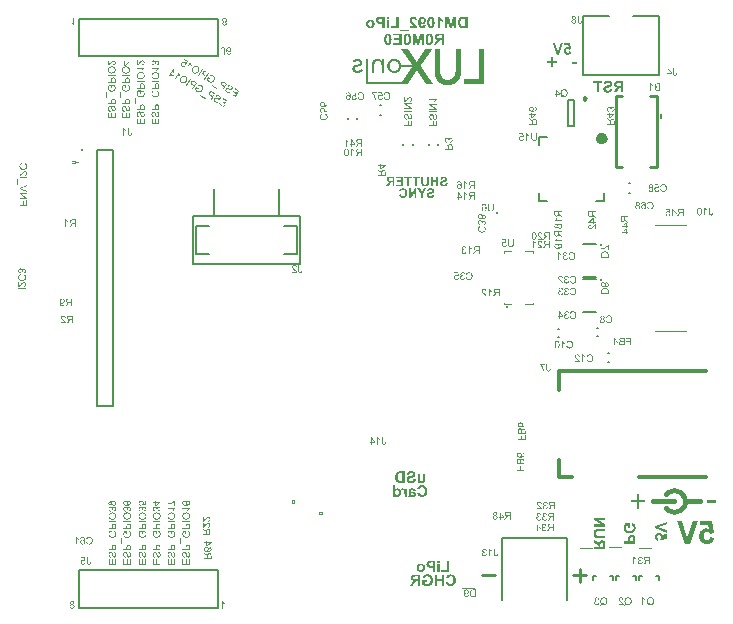
<source format=gbo>
G04*
G04 #@! TF.GenerationSoftware,Altium Limited,Altium Designer,20.0.13 (296)*
G04*
G04 Layer_Color=32896*
%FSLAX44Y44*%
%MOMM*%
G71*
G01*
G75*
%ADD11C,0.2500*%
%ADD12C,0.2540*%
%ADD13C,0.2000*%
%ADD14C,0.5000*%
%ADD16C,0.2032*%
%ADD17C,0.2030*%
%ADD140C,0.1016*%
%ADD148C,0.2540*%
%ADD239C,0.4000*%
%ADD240C,0.1000*%
%ADD241C,0.3000*%
G36*
X355080Y478324D02*
Y478286D01*
X355041D01*
Y478247D01*
X355002D01*
Y478208D01*
X354964D01*
Y478169D01*
Y478130D01*
X354925D01*
Y478092D01*
X354886D01*
Y478053D01*
Y478014D01*
X354847D01*
Y477975D01*
X354808D01*
Y477936D01*
Y477897D01*
X354770D01*
Y477859D01*
X354731D01*
Y477820D01*
X354692D01*
Y477781D01*
Y477742D01*
X354653D01*
Y477703D01*
X354614D01*
Y477665D01*
Y477626D01*
X354576D01*
Y477587D01*
X354537D01*
Y477548D01*
X354498D01*
Y477509D01*
Y477471D01*
X354459D01*
Y477432D01*
X354420D01*
Y477393D01*
Y477354D01*
X354381D01*
Y477315D01*
X354343D01*
Y477276D01*
X354304D01*
Y477238D01*
Y477199D01*
X354265D01*
Y477160D01*
X354226D01*
Y477121D01*
Y477082D01*
X354187D01*
Y477043D01*
X354148D01*
Y477005D01*
X354110D01*
Y476966D01*
Y476927D01*
X354071D01*
Y476888D01*
X354032D01*
Y476849D01*
Y476811D01*
X353993D01*
Y476772D01*
X353954D01*
Y476733D01*
X353916D01*
Y476694D01*
Y476655D01*
X353877D01*
Y476617D01*
X353838D01*
Y476578D01*
Y476539D01*
X353799D01*
Y476500D01*
X353760D01*
Y476461D01*
Y476423D01*
X353722D01*
Y476384D01*
X353683D01*
Y476345D01*
X353644D01*
Y476306D01*
Y476267D01*
X353605D01*
Y476228D01*
X353566D01*
Y476190D01*
Y476151D01*
X353527D01*
Y476112D01*
X353489D01*
Y476073D01*
X353450D01*
Y476034D01*
Y475996D01*
X353411D01*
Y475957D01*
X353372D01*
Y475918D01*
Y475879D01*
X353333D01*
Y475840D01*
X353295D01*
Y475802D01*
X353256D01*
Y475763D01*
Y475724D01*
X353217D01*
Y475685D01*
X353178D01*
Y475646D01*
Y475607D01*
X353139D01*
Y475569D01*
X353101D01*
Y475530D01*
X353062D01*
Y475491D01*
Y475452D01*
X353023D01*
Y475413D01*
X352984D01*
Y475375D01*
Y475336D01*
X352945D01*
Y475297D01*
X352906D01*
Y475258D01*
X352868D01*
Y475219D01*
Y475181D01*
X352829D01*
Y475142D01*
X352790D01*
Y475103D01*
Y475064D01*
X352751D01*
Y475025D01*
X352712D01*
Y474986D01*
Y474948D01*
X352674D01*
Y474909D01*
X352635D01*
Y474870D01*
X352596D01*
Y474831D01*
Y474792D01*
X352557D01*
Y474754D01*
X352518D01*
Y474715D01*
Y474676D01*
X352480D01*
Y474637D01*
X352441D01*
Y474598D01*
X352402D01*
Y474560D01*
Y474521D01*
X352363D01*
Y474482D01*
X352324D01*
Y474443D01*
Y474404D01*
X352285D01*
Y474365D01*
X352247D01*
Y474327D01*
X352208D01*
Y474288D01*
Y474249D01*
X352169D01*
Y474210D01*
X352130D01*
Y474171D01*
Y474133D01*
X352091D01*
Y474094D01*
X352053D01*
Y474055D01*
X352014D01*
Y474016D01*
Y473977D01*
X351975D01*
Y473938D01*
X351936D01*
Y473900D01*
Y473861D01*
X351897D01*
Y473822D01*
X351858D01*
Y473783D01*
X351820D01*
Y473744D01*
Y473706D01*
X351781D01*
Y473667D01*
X351742D01*
Y473628D01*
Y473589D01*
X351703D01*
Y473550D01*
X351665D01*
Y473512D01*
Y473473D01*
X351626D01*
Y473434D01*
X351587D01*
Y473395D01*
X351548D01*
Y473356D01*
Y473317D01*
X351509D01*
Y473279D01*
X351470D01*
Y473240D01*
Y473201D01*
X351432D01*
Y473162D01*
X351393D01*
Y473123D01*
X351354D01*
Y473085D01*
Y473046D01*
X351315D01*
Y473007D01*
X351276D01*
Y472968D01*
Y472929D01*
X351237D01*
Y472891D01*
X351199D01*
Y472852D01*
X351160D01*
Y472813D01*
Y472774D01*
X351121D01*
Y472735D01*
X351082D01*
Y472696D01*
Y472658D01*
X351044D01*
Y472619D01*
X351005D01*
Y472580D01*
X350966D01*
Y472541D01*
Y472502D01*
X350927D01*
Y472464D01*
X350888D01*
Y472425D01*
Y472386D01*
X350849D01*
Y472347D01*
X350811D01*
Y472308D01*
X350772D01*
Y472270D01*
Y472231D01*
X350733D01*
Y472192D01*
X350694D01*
Y472153D01*
Y472114D01*
X350655D01*
Y472075D01*
X350616D01*
Y472037D01*
X350578D01*
Y471998D01*
Y471959D01*
X350539D01*
Y471920D01*
X350500D01*
Y471881D01*
Y471843D01*
X350461D01*
Y471804D01*
X350423D01*
Y471765D01*
Y471726D01*
X350384D01*
Y471687D01*
X350345D01*
Y471648D01*
X350306D01*
Y471610D01*
Y471571D01*
X350267D01*
Y471532D01*
X350228D01*
Y471493D01*
Y471454D01*
X350190D01*
Y471416D01*
X350151D01*
Y471377D01*
X350112D01*
Y471338D01*
Y471299D01*
X350073D01*
Y471260D01*
X350034D01*
Y471222D01*
Y471183D01*
X349995D01*
Y471144D01*
X349957D01*
Y471105D01*
X349918D01*
Y471066D01*
Y471027D01*
X349879D01*
Y470989D01*
X349840D01*
Y470950D01*
Y470911D01*
X349801D01*
Y470872D01*
X349763D01*
Y470833D01*
X349724D01*
Y470795D01*
Y470756D01*
X349685D01*
Y470717D01*
X349646D01*
Y470678D01*
Y470639D01*
X349607D01*
Y470601D01*
X349569D01*
Y470562D01*
X349530D01*
Y470523D01*
Y470484D01*
X349491D01*
Y470445D01*
X349452D01*
Y470406D01*
Y470368D01*
X349413D01*
Y470329D01*
X349375D01*
Y470290D01*
Y470251D01*
X349336D01*
Y470212D01*
X349297D01*
Y470174D01*
X349258D01*
Y470135D01*
Y470096D01*
X349219D01*
Y470057D01*
X349180D01*
Y470018D01*
Y469980D01*
X349142D01*
Y469941D01*
X349103D01*
Y469902D01*
X349064D01*
Y469863D01*
Y469824D01*
X349025D01*
Y469785D01*
X348986D01*
Y469747D01*
Y469708D01*
X348948D01*
Y469669D01*
X348909D01*
Y469630D01*
X348870D01*
Y469591D01*
Y469553D01*
X348831D01*
Y469514D01*
X348792D01*
Y469475D01*
Y469436D01*
X348754D01*
Y469397D01*
X348715D01*
Y469358D01*
X348676D01*
Y469320D01*
Y469281D01*
X348637D01*
Y469242D01*
X348598D01*
Y469203D01*
Y469164D01*
X348559D01*
Y469126D01*
X348521D01*
Y469087D01*
X348482D01*
Y469048D01*
Y469009D01*
X348443D01*
Y468970D01*
X348404D01*
Y468932D01*
Y468893D01*
X348365D01*
Y468854D01*
X348327D01*
Y468815D01*
Y468776D01*
X348288D01*
Y468737D01*
X348249D01*
Y468699D01*
X348210D01*
Y468660D01*
Y468621D01*
X348171D01*
Y468582D01*
X348133D01*
Y468543D01*
Y468505D01*
X348094D01*
Y468466D01*
X348055D01*
Y468427D01*
X348016D01*
Y468388D01*
Y468349D01*
X347977D01*
Y468311D01*
X347938D01*
Y468272D01*
Y468233D01*
X347900D01*
Y468194D01*
X347861D01*
Y468155D01*
X347822D01*
Y468116D01*
Y468078D01*
X347783D01*
Y468039D01*
X347744D01*
Y468000D01*
Y467961D01*
X347705D01*
Y467923D01*
X347667D01*
Y467884D01*
X347628D01*
Y467845D01*
Y467806D01*
X347589D01*
Y467767D01*
X347550D01*
Y467728D01*
Y467690D01*
X347511D01*
Y467651D01*
X347473D01*
Y467612D01*
X347434D01*
Y467573D01*
Y467534D01*
X347395D01*
Y467495D01*
X347356D01*
Y467457D01*
Y467418D01*
X347317D01*
Y467379D01*
X347279D01*
Y467340D01*
Y467301D01*
X347240D01*
Y467263D01*
X347201D01*
Y467224D01*
X347162D01*
Y467185D01*
Y467146D01*
X347123D01*
Y467107D01*
X347085D01*
Y467069D01*
Y467030D01*
X347046D01*
Y466991D01*
X347007D01*
Y466952D01*
X346968D01*
Y466913D01*
Y466875D01*
X346929D01*
Y466836D01*
X346890D01*
Y466797D01*
Y466758D01*
X346852D01*
Y466719D01*
X346813D01*
Y466680D01*
X346774D01*
Y466642D01*
Y466603D01*
X346735D01*
Y466564D01*
X346696D01*
Y466525D01*
Y466486D01*
X346658D01*
Y466447D01*
X346619D01*
Y466409D01*
X346580D01*
Y466370D01*
Y466331D01*
X346541D01*
Y466292D01*
X346502D01*
Y466253D01*
Y466215D01*
X346464D01*
Y466176D01*
X346425D01*
Y466137D01*
X346386D01*
Y466098D01*
Y466059D01*
X346347D01*
Y466021D01*
X346308D01*
Y465982D01*
Y465943D01*
X346269D01*
Y465904D01*
X346231D01*
Y465865D01*
X346192D01*
Y465826D01*
Y465788D01*
X346153D01*
Y465749D01*
X346114D01*
Y465710D01*
Y465671D01*
X346075D01*
Y465632D01*
X346037D01*
Y465594D01*
Y465555D01*
X345998D01*
Y465516D01*
X345959D01*
Y465477D01*
X345920D01*
Y465438D01*
Y465400D01*
X345881D01*
Y465361D01*
X345843D01*
Y465322D01*
Y465283D01*
X345804D01*
Y465244D01*
X345765D01*
Y465205D01*
X345726D01*
Y465167D01*
Y465128D01*
X345687D01*
Y465089D01*
X345648D01*
Y465050D01*
Y465011D01*
X345610D01*
Y464973D01*
X345571D01*
Y464934D01*
X345532D01*
Y464895D01*
Y464856D01*
X345493D01*
Y464817D01*
X345454D01*
Y464779D01*
Y464740D01*
X345416D01*
Y464701D01*
X345377D01*
Y464662D01*
X345338D01*
Y464623D01*
Y464585D01*
X345299D01*
Y464546D01*
X345260D01*
Y464507D01*
Y464468D01*
X345221D01*
Y464429D01*
X345183D01*
Y464390D01*
Y464352D01*
X345221D01*
Y464313D01*
X345260D01*
Y464274D01*
Y464235D01*
X345299D01*
Y464196D01*
X345338D01*
Y464157D01*
Y464119D01*
X345377D01*
Y464080D01*
X345416D01*
Y464041D01*
Y464002D01*
X345454D01*
Y463964D01*
X345493D01*
Y463925D01*
Y463886D01*
X345532D01*
Y463847D01*
X345571D01*
Y463808D01*
Y463769D01*
X345610D01*
Y463731D01*
X345648D01*
Y463692D01*
X345687D01*
Y463653D01*
Y463614D01*
X345726D01*
Y463575D01*
X345765D01*
Y463536D01*
Y463498D01*
X345804D01*
Y463459D01*
X345843D01*
Y463420D01*
Y463381D01*
X345881D01*
Y463343D01*
X345920D01*
Y463304D01*
Y463265D01*
X345959D01*
Y463226D01*
X345998D01*
Y463187D01*
X346037D01*
Y463148D01*
Y463110D01*
X346075D01*
Y463071D01*
X346114D01*
Y463032D01*
Y462993D01*
X346153D01*
Y462954D01*
X346192D01*
Y462915D01*
Y462877D01*
X346231D01*
Y462838D01*
X346269D01*
Y462799D01*
Y462760D01*
X346308D01*
Y462721D01*
X346347D01*
Y462683D01*
X346386D01*
Y462644D01*
Y462605D01*
X346425D01*
Y462566D01*
X346464D01*
Y462527D01*
Y462489D01*
X346502D01*
Y462450D01*
X346541D01*
Y462411D01*
Y462372D01*
X346580D01*
Y462333D01*
X346619D01*
Y462295D01*
Y462256D01*
X346658D01*
Y462217D01*
X346696D01*
Y462178D01*
X346735D01*
Y462139D01*
Y462100D01*
X346774D01*
Y462062D01*
X346813D01*
Y462023D01*
Y461984D01*
X346852D01*
Y461945D01*
X346890D01*
Y461906D01*
Y461868D01*
X346929D01*
Y461829D01*
X346968D01*
Y461790D01*
Y461751D01*
X347007D01*
Y461712D01*
X347046D01*
Y461674D01*
X347085D01*
Y461635D01*
Y461596D01*
X347123D01*
Y461557D01*
X347162D01*
Y461518D01*
Y461479D01*
X347201D01*
Y461441D01*
X347240D01*
Y461402D01*
Y461363D01*
X347279D01*
Y461324D01*
X347317D01*
Y461285D01*
Y461246D01*
X347356D01*
Y461208D01*
X347395D01*
Y461169D01*
X347434D01*
Y461130D01*
Y461091D01*
X347473D01*
Y461053D01*
X347511D01*
Y461014D01*
Y460975D01*
X347550D01*
Y460936D01*
X347589D01*
Y460897D01*
Y460858D01*
X347628D01*
Y460820D01*
X347667D01*
Y460781D01*
Y460742D01*
X347705D01*
Y460703D01*
X347744D01*
Y460664D01*
X347783D01*
Y460625D01*
Y460587D01*
X347822D01*
Y460548D01*
X347861D01*
Y460509D01*
Y460470D01*
X347900D01*
Y460432D01*
X347938D01*
Y460393D01*
Y460354D01*
X347977D01*
Y460315D01*
X348016D01*
Y460276D01*
Y460237D01*
X348055D01*
Y460199D01*
X348094D01*
Y460160D01*
X348133D01*
Y460121D01*
Y460082D01*
X348171D01*
Y460043D01*
X348210D01*
Y460005D01*
Y459966D01*
X348249D01*
Y459927D01*
X348288D01*
Y459888D01*
Y459849D01*
X348327D01*
Y459810D01*
X348365D01*
Y459772D01*
Y459733D01*
X348404D01*
Y459694D01*
X348443D01*
Y459655D01*
X348482D01*
Y459616D01*
Y459577D01*
X348521D01*
Y459539D01*
X348559D01*
Y459500D01*
Y459461D01*
X348598D01*
Y459422D01*
X348637D01*
Y459384D01*
Y459345D01*
X348676D01*
Y459306D01*
X348715D01*
Y459267D01*
Y459228D01*
X348754D01*
Y459189D01*
X348792D01*
Y459151D01*
Y459112D01*
X348831D01*
Y459073D01*
X348870D01*
Y459034D01*
X348909D01*
Y458995D01*
Y458957D01*
X348948D01*
Y458918D01*
X348986D01*
Y458879D01*
Y458840D01*
X349025D01*
Y458801D01*
X349064D01*
Y458763D01*
Y458724D01*
X349103D01*
Y458685D01*
X349142D01*
Y458646D01*
Y458607D01*
X349180D01*
Y458568D01*
X349219D01*
Y458530D01*
X349258D01*
Y458491D01*
Y458452D01*
X349297D01*
Y458413D01*
X349336D01*
Y458374D01*
Y458336D01*
X349375D01*
Y458297D01*
X349413D01*
Y458258D01*
Y458219D01*
X349452D01*
Y458180D01*
X349491D01*
Y458142D01*
Y458103D01*
X349530D01*
Y458064D01*
X349569D01*
Y458025D01*
X349607D01*
Y457986D01*
Y457947D01*
X349646D01*
Y457909D01*
X349685D01*
Y457870D01*
Y457831D01*
X349724D01*
Y457792D01*
X349763D01*
Y457753D01*
Y457715D01*
X349801D01*
Y457676D01*
X349840D01*
Y457637D01*
Y457598D01*
X349879D01*
Y457559D01*
X349918D01*
Y457520D01*
X349957D01*
Y457482D01*
Y457443D01*
X349995D01*
Y457404D01*
X350034D01*
Y457365D01*
Y457326D01*
X350073D01*
Y457288D01*
X350112D01*
Y457249D01*
Y457210D01*
X350151D01*
Y457171D01*
X350190D01*
Y457132D01*
Y457094D01*
X350228D01*
Y457055D01*
X350267D01*
Y457016D01*
X350306D01*
Y456977D01*
Y456938D01*
X350345D01*
Y456899D01*
X350384D01*
Y456861D01*
Y456822D01*
X350423D01*
Y456783D01*
X350461D01*
Y456744D01*
Y456705D01*
X350500D01*
Y456667D01*
X350539D01*
Y456628D01*
Y456589D01*
X350578D01*
Y456550D01*
X350616D01*
Y456511D01*
X350655D01*
Y456473D01*
Y456434D01*
X350694D01*
Y456395D01*
X350733D01*
Y456356D01*
Y456317D01*
X350772D01*
Y456278D01*
X350811D01*
Y456240D01*
Y456201D01*
X350849D01*
Y456162D01*
X350888D01*
Y456123D01*
Y456084D01*
X350927D01*
Y456046D01*
X350966D01*
Y456007D01*
X351005D01*
Y455968D01*
Y455929D01*
X351044D01*
Y455890D01*
X351082D01*
Y455852D01*
Y455813D01*
X351121D01*
Y455774D01*
X351160D01*
Y455735D01*
Y455696D01*
X351199D01*
Y455658D01*
X351237D01*
Y455619D01*
Y455580D01*
X351276D01*
Y455541D01*
X351315D01*
Y455502D01*
X351354D01*
Y455463D01*
Y455424D01*
X351393D01*
Y455386D01*
X351432D01*
Y455347D01*
Y455308D01*
X351470D01*
Y455269D01*
X351509D01*
Y455230D01*
Y455192D01*
X351548D01*
Y455153D01*
X351587D01*
Y455114D01*
Y455075D01*
X351626D01*
Y455037D01*
X351665D01*
Y454998D01*
Y454959D01*
X351703D01*
Y454920D01*
X351742D01*
Y454881D01*
X351781D01*
Y454842D01*
Y454804D01*
X351820D01*
Y454765D01*
X351858D01*
Y454726D01*
Y454687D01*
X351897D01*
Y454648D01*
X351936D01*
Y454609D01*
Y454571D01*
X351975D01*
Y454532D01*
X352014D01*
Y454493D01*
Y454454D01*
X352053D01*
Y454415D01*
X352091D01*
Y454377D01*
X352130D01*
Y454338D01*
Y454299D01*
X352169D01*
Y454260D01*
X352208D01*
Y454221D01*
Y454183D01*
X352247D01*
Y454144D01*
X352285D01*
Y454105D01*
Y454066D01*
X352324D01*
Y454027D01*
X352363D01*
Y453988D01*
Y453950D01*
X352402D01*
Y453911D01*
X352441D01*
Y453872D01*
X352480D01*
Y453833D01*
Y453794D01*
X352518D01*
Y453756D01*
X352557D01*
Y453717D01*
Y453678D01*
X352596D01*
Y453639D01*
X352635D01*
Y453600D01*
Y453562D01*
X352674D01*
Y453523D01*
X352712D01*
Y453484D01*
Y453445D01*
X352751D01*
Y453406D01*
X352790D01*
Y453368D01*
X352829D01*
Y453329D01*
Y453290D01*
X352868D01*
Y453251D01*
X352906D01*
Y453212D01*
Y453173D01*
X352945D01*
Y453135D01*
X352984D01*
Y453096D01*
Y453057D01*
X353023D01*
Y453018D01*
X353062D01*
Y452979D01*
Y452940D01*
X353101D01*
Y452902D01*
X353139D01*
Y452863D01*
X353178D01*
Y452824D01*
Y452785D01*
X353217D01*
Y452747D01*
X353256D01*
Y452708D01*
Y452669D01*
X353295D01*
Y452630D01*
X353333D01*
Y452591D01*
Y452552D01*
X353372D01*
Y452514D01*
X353411D01*
Y452475D01*
Y452436D01*
X353450D01*
Y452397D01*
X353489D01*
Y452358D01*
X353527D01*
Y452319D01*
Y452281D01*
X353566D01*
Y452242D01*
X353605D01*
Y452203D01*
Y452164D01*
X353644D01*
Y452125D01*
X353683D01*
Y452087D01*
Y452048D01*
X353722D01*
Y452009D01*
X353760D01*
Y451970D01*
Y451931D01*
X353799D01*
Y451893D01*
X353838D01*
Y451854D01*
X353877D01*
Y451815D01*
Y451776D01*
X353916D01*
Y451737D01*
X353954D01*
Y451698D01*
Y451660D01*
X353993D01*
Y451621D01*
X354032D01*
Y451582D01*
Y451543D01*
X354071D01*
Y451504D01*
X354110D01*
Y451466D01*
Y451427D01*
X354148D01*
Y451388D01*
X354187D01*
Y451349D01*
X354226D01*
Y451310D01*
Y451272D01*
X354265D01*
Y451233D01*
X354304D01*
Y451194D01*
Y451155D01*
X354343D01*
Y451116D01*
X354381D01*
Y451077D01*
Y451039D01*
X354420D01*
Y451000D01*
X354459D01*
Y450961D01*
Y450922D01*
X354498D01*
Y450883D01*
X354537D01*
Y450845D01*
X354576D01*
Y450806D01*
Y450767D01*
X354614D01*
Y450728D01*
X354653D01*
Y450689D01*
Y450651D01*
X354692D01*
Y450612D01*
X354731D01*
Y450573D01*
Y450534D01*
X354770D01*
Y450495D01*
X354808D01*
Y450457D01*
Y450418D01*
X354847D01*
Y450379D01*
X354886D01*
Y450340D01*
Y450301D01*
X354925D01*
Y450262D01*
X354964D01*
Y450224D01*
X355002D01*
Y450185D01*
Y450146D01*
X355041D01*
Y450107D01*
X355080D01*
Y450068D01*
Y450029D01*
X355119D01*
Y449991D01*
X355158D01*
Y449952D01*
Y449913D01*
X355196D01*
Y449874D01*
X355235D01*
Y449836D01*
Y449797D01*
X355274D01*
Y449758D01*
X355313D01*
Y449719D01*
X355352D01*
Y449680D01*
Y449641D01*
X355391D01*
Y449603D01*
X355429D01*
Y449564D01*
Y449525D01*
X355468D01*
Y449486D01*
X355507D01*
Y449447D01*
Y449408D01*
X355546D01*
Y449370D01*
X355585D01*
Y449331D01*
Y449292D01*
X355623D01*
Y449253D01*
X355662D01*
Y449214D01*
X355701D01*
Y449176D01*
Y449137D01*
X355740D01*
Y449098D01*
X355779D01*
Y449059D01*
Y449020D01*
X355817D01*
Y448982D01*
X355856D01*
Y448943D01*
X350034D01*
Y448982D01*
X349995D01*
Y449020D01*
X349957D01*
Y449059D01*
Y449098D01*
X349918D01*
Y449137D01*
X349879D01*
Y449176D01*
Y449214D01*
X349840D01*
Y449253D01*
X349801D01*
Y449292D01*
Y449331D01*
X349763D01*
Y449370D01*
X349724D01*
Y449408D01*
Y449447D01*
X349685D01*
Y449486D01*
X349646D01*
Y449525D01*
Y449564D01*
X349607D01*
Y449603D01*
X349569D01*
Y449641D01*
Y449680D01*
X349530D01*
Y449719D01*
X349491D01*
Y449758D01*
Y449797D01*
X349452D01*
Y449836D01*
X349413D01*
Y449874D01*
Y449913D01*
X349375D01*
Y449952D01*
X349336D01*
Y449991D01*
Y450029D01*
X349297D01*
Y450068D01*
X349258D01*
Y450107D01*
Y450146D01*
X349219D01*
Y450185D01*
X349180D01*
Y450224D01*
Y450262D01*
X349142D01*
Y450301D01*
X349103D01*
Y450340D01*
Y450379D01*
X349064D01*
Y450418D01*
X349025D01*
Y450457D01*
Y450495D01*
X348986D01*
Y450534D01*
X348948D01*
Y450573D01*
Y450612D01*
X348909D01*
Y450651D01*
X348870D01*
Y450689D01*
Y450728D01*
X348831D01*
Y450767D01*
X348792D01*
Y450806D01*
Y450845D01*
X348754D01*
Y450883D01*
X348715D01*
Y450922D01*
Y450961D01*
X348676D01*
Y451000D01*
X348637D01*
Y451039D01*
Y451077D01*
X348598D01*
Y451116D01*
X348559D01*
Y451155D01*
Y451194D01*
X348521D01*
Y451233D01*
X348482D01*
Y451272D01*
X348443D01*
Y451310D01*
Y451349D01*
X348404D01*
Y451388D01*
X348365D01*
Y451427D01*
Y451466D01*
X348327D01*
Y451504D01*
X348288D01*
Y451543D01*
Y451582D01*
X348249D01*
Y451621D01*
X348210D01*
Y451660D01*
Y451698D01*
X348171D01*
Y451737D01*
X348133D01*
Y451776D01*
Y451815D01*
X348094D01*
Y451854D01*
X348055D01*
Y451893D01*
Y451931D01*
X348016D01*
Y451970D01*
X347977D01*
Y452009D01*
Y452048D01*
X347938D01*
Y452087D01*
X347900D01*
Y452125D01*
Y452164D01*
X347861D01*
Y452203D01*
X347822D01*
Y452242D01*
Y452281D01*
X347783D01*
Y452319D01*
X347744D01*
Y452358D01*
Y452397D01*
X347705D01*
Y452436D01*
X347667D01*
Y452475D01*
Y452514D01*
X347628D01*
Y452552D01*
X347589D01*
Y452591D01*
Y452630D01*
X347550D01*
Y452669D01*
X347511D01*
Y452708D01*
Y452747D01*
X347473D01*
Y452785D01*
X347434D01*
Y452824D01*
Y452863D01*
X347395D01*
Y452902D01*
X347356D01*
Y452940D01*
Y452979D01*
X347317D01*
Y453018D01*
X347279D01*
Y453057D01*
Y453096D01*
X347240D01*
Y453135D01*
X347201D01*
Y453173D01*
Y453212D01*
X347162D01*
Y453251D01*
X347123D01*
Y453290D01*
Y453329D01*
X347085D01*
Y453368D01*
X347046D01*
Y453406D01*
Y453445D01*
X347007D01*
Y453484D01*
X346968D01*
Y453523D01*
Y453562D01*
X346929D01*
Y453600D01*
X346890D01*
Y453639D01*
Y453678D01*
X346852D01*
Y453717D01*
X346813D01*
Y453756D01*
Y453794D01*
X346774D01*
Y453833D01*
X346735D01*
Y453872D01*
X346696D01*
Y453911D01*
Y453950D01*
X346658D01*
Y453988D01*
X346619D01*
Y454027D01*
Y454066D01*
X346580D01*
Y454105D01*
X346541D01*
Y454144D01*
Y454183D01*
X346502D01*
Y454221D01*
X346464D01*
Y454260D01*
Y454299D01*
X346425D01*
Y454338D01*
X346386D01*
Y454377D01*
Y454415D01*
X346347D01*
Y454454D01*
X346308D01*
Y454493D01*
Y454532D01*
X346269D01*
Y454571D01*
X346231D01*
Y454609D01*
Y454648D01*
X346192D01*
Y454687D01*
X346153D01*
Y454726D01*
Y454765D01*
X346114D01*
Y454804D01*
X346075D01*
Y454842D01*
Y454881D01*
X346037D01*
Y454920D01*
X345998D01*
Y454959D01*
Y454998D01*
X345959D01*
Y455037D01*
X345920D01*
Y455075D01*
Y455114D01*
X345881D01*
Y455153D01*
X345843D01*
Y455192D01*
Y455230D01*
X345804D01*
Y455269D01*
X345765D01*
Y455308D01*
Y455347D01*
X345726D01*
Y455386D01*
X345687D01*
Y455424D01*
Y455463D01*
X345648D01*
Y455502D01*
X345610D01*
Y455541D01*
Y455580D01*
X345571D01*
Y455619D01*
X345532D01*
Y455658D01*
Y455696D01*
X345493D01*
Y455735D01*
X345454D01*
Y455774D01*
Y455813D01*
X345416D01*
Y455852D01*
X345377D01*
Y455890D01*
Y455929D01*
X345338D01*
Y455968D01*
X345299D01*
Y456007D01*
Y456046D01*
X345260D01*
Y456084D01*
X345221D01*
Y456123D01*
Y456162D01*
X345183D01*
Y456201D01*
X345144D01*
Y456240D01*
Y456278D01*
X345105D01*
Y456317D01*
X345066D01*
Y456356D01*
X345027D01*
Y456395D01*
Y456434D01*
X344989D01*
Y456473D01*
X344950D01*
Y456511D01*
Y456550D01*
X344911D01*
Y456589D01*
X344872D01*
Y456628D01*
Y456667D01*
X344833D01*
Y456705D01*
X344795D01*
Y456744D01*
Y456783D01*
X344756D01*
Y456822D01*
X344717D01*
Y456861D01*
Y456899D01*
X344678D01*
Y456938D01*
X344639D01*
Y456977D01*
Y457016D01*
X344600D01*
Y457055D01*
X344562D01*
Y457094D01*
Y457132D01*
X344523D01*
Y457171D01*
X344484D01*
Y457210D01*
Y457249D01*
X344445D01*
Y457288D01*
X344406D01*
Y457326D01*
Y457365D01*
X344368D01*
Y457404D01*
X344329D01*
Y457443D01*
Y457482D01*
X344290D01*
Y457520D01*
X344251D01*
Y457559D01*
Y457598D01*
X344212D01*
Y457637D01*
X344174D01*
Y457676D01*
Y457715D01*
X344135D01*
Y457753D01*
X344096D01*
Y457792D01*
Y457831D01*
X344057D01*
Y457870D01*
X344018D01*
Y457909D01*
Y457947D01*
X343979D01*
Y457986D01*
X343941D01*
Y458025D01*
Y458064D01*
X343902D01*
Y458103D01*
X343863D01*
Y458142D01*
Y458180D01*
X343824D01*
Y458219D01*
X343785D01*
Y458258D01*
Y458297D01*
X343747D01*
Y458336D01*
X343708D01*
Y458374D01*
Y458413D01*
X343669D01*
Y458452D01*
X343630D01*
Y458491D01*
Y458530D01*
X343591D01*
Y458568D01*
X343553D01*
Y458607D01*
Y458646D01*
X343514D01*
Y458685D01*
X343475D01*
Y458724D01*
Y458763D01*
X343436D01*
Y458801D01*
X343397D01*
Y458840D01*
X343358D01*
Y458879D01*
Y458918D01*
X343320D01*
Y458957D01*
X343281D01*
Y458995D01*
Y459034D01*
X343242D01*
Y459073D01*
X343203D01*
Y459112D01*
Y459151D01*
X343164D01*
Y459189D01*
X343126D01*
Y459228D01*
Y459267D01*
X343087D01*
Y459306D01*
X343048D01*
Y459345D01*
Y459384D01*
X343009D01*
Y459422D01*
X342970D01*
Y459461D01*
Y459500D01*
X342932D01*
Y459539D01*
X342893D01*
Y459577D01*
Y459616D01*
X342854D01*
Y459655D01*
X342815D01*
Y459694D01*
Y459733D01*
X342776D01*
Y459772D01*
X342738D01*
Y459810D01*
Y459849D01*
X342699D01*
Y459888D01*
X342660D01*
Y459927D01*
Y459966D01*
X342621D01*
Y460005D01*
X342582D01*
Y460043D01*
Y460082D01*
X342543D01*
Y460121D01*
X342505D01*
Y460160D01*
Y460199D01*
X342466D01*
Y460237D01*
X342427D01*
Y460276D01*
Y460315D01*
X342388D01*
Y460354D01*
X342349D01*
Y460393D01*
Y460432D01*
X342310D01*
Y460470D01*
X342272D01*
Y460509D01*
Y460548D01*
X342233D01*
Y460587D01*
X342194D01*
Y460625D01*
Y460664D01*
X342155D01*
Y460703D01*
X342116D01*
Y460742D01*
Y460781D01*
X342039D01*
Y460742D01*
Y460703D01*
X342000D01*
Y460664D01*
X341961D01*
Y460625D01*
X341922D01*
Y460587D01*
Y460548D01*
X341884D01*
Y460509D01*
X341845D01*
Y460470D01*
Y460432D01*
X341806D01*
Y460393D01*
X341767D01*
Y460354D01*
Y460315D01*
X341728D01*
Y460276D01*
X341689D01*
Y460237D01*
Y460199D01*
X341651D01*
Y460160D01*
X341612D01*
Y460121D01*
Y460082D01*
X341573D01*
Y460043D01*
X341534D01*
Y460005D01*
Y459966D01*
X341495D01*
Y459927D01*
X341457D01*
Y459888D01*
Y459849D01*
X341418D01*
Y459810D01*
X341379D01*
Y459772D01*
Y459733D01*
X341340D01*
Y459694D01*
X341301D01*
Y459655D01*
Y459616D01*
X341263D01*
Y459577D01*
X341224D01*
Y459539D01*
Y459500D01*
X341185D01*
Y459461D01*
X341146D01*
Y459422D01*
Y459384D01*
X341107D01*
Y459345D01*
X341068D01*
Y459306D01*
Y459267D01*
X341030D01*
Y459228D01*
X340991D01*
Y459189D01*
Y459151D01*
X340952D01*
Y459112D01*
X340913D01*
Y459073D01*
Y459034D01*
X340874D01*
Y458995D01*
X340836D01*
Y458957D01*
Y458918D01*
X340797D01*
Y458879D01*
X340758D01*
Y458840D01*
Y458801D01*
X340719D01*
Y458763D01*
X340680D01*
Y458724D01*
Y458685D01*
X340642D01*
Y458646D01*
X340603D01*
Y458607D01*
Y458568D01*
X340564D01*
Y458530D01*
X340525D01*
Y458491D01*
Y458452D01*
X340486D01*
Y458413D01*
X340448D01*
Y458374D01*
Y458336D01*
X340409D01*
Y458297D01*
X340370D01*
Y458258D01*
Y458219D01*
X340331D01*
Y458180D01*
X340292D01*
Y458142D01*
Y458103D01*
X340253D01*
Y458064D01*
X340215D01*
Y458025D01*
Y457986D01*
X340176D01*
Y457947D01*
X340137D01*
Y457909D01*
Y457870D01*
X340098D01*
Y457831D01*
X340059D01*
Y457792D01*
Y457753D01*
X340020D01*
Y457715D01*
X339982D01*
Y457676D01*
Y457637D01*
X339943D01*
Y457598D01*
X339904D01*
Y457559D01*
Y457520D01*
X339865D01*
Y457482D01*
X339826D01*
Y457443D01*
Y457404D01*
X339788D01*
Y457365D01*
X339749D01*
Y457326D01*
Y457288D01*
X339710D01*
Y457249D01*
X339671D01*
Y457210D01*
Y457171D01*
X339632D01*
Y457132D01*
X339594D01*
Y457094D01*
Y457055D01*
X339555D01*
Y457016D01*
X339516D01*
Y456977D01*
Y456938D01*
X339477D01*
Y456899D01*
X339438D01*
Y456861D01*
Y456822D01*
X339399D01*
Y456783D01*
X339361D01*
Y456744D01*
Y456705D01*
X339322D01*
Y456667D01*
X339283D01*
Y456628D01*
Y456589D01*
X339244D01*
Y456550D01*
X339205D01*
Y456511D01*
Y456473D01*
X339167D01*
Y456434D01*
X339128D01*
Y456395D01*
Y456356D01*
X339089D01*
Y456317D01*
X339050D01*
Y456278D01*
Y456240D01*
X339011D01*
Y456201D01*
X338973D01*
Y456162D01*
Y456123D01*
X338934D01*
Y456084D01*
X338895D01*
Y456046D01*
Y456007D01*
X338856D01*
Y455968D01*
X338817D01*
Y455929D01*
Y455890D01*
X338778D01*
Y455852D01*
X338740D01*
Y455813D01*
Y455774D01*
X338701D01*
Y455735D01*
X338662D01*
Y455696D01*
Y455658D01*
X338623D01*
Y455619D01*
X338584D01*
Y455580D01*
Y455541D01*
X338546D01*
Y455502D01*
X338507D01*
Y455463D01*
Y455424D01*
X338468D01*
Y455386D01*
X338429D01*
Y455347D01*
Y455308D01*
X338390D01*
Y455269D01*
X338352D01*
Y455230D01*
Y455192D01*
X338313D01*
Y455153D01*
X338274D01*
Y455114D01*
Y455075D01*
X338235D01*
Y455037D01*
X338196D01*
Y454998D01*
Y454959D01*
X338158D01*
Y454920D01*
X338119D01*
Y454881D01*
Y454842D01*
X338080D01*
Y454804D01*
X338041D01*
Y454765D01*
Y454726D01*
X338002D01*
Y454687D01*
X337963D01*
Y454648D01*
Y454609D01*
X337925D01*
Y454571D01*
X337886D01*
Y454532D01*
Y454493D01*
X337847D01*
Y454454D01*
X337808D01*
Y454415D01*
Y454377D01*
X337769D01*
Y454338D01*
X337730D01*
Y454299D01*
Y454260D01*
X337692D01*
Y454221D01*
X337653D01*
Y454183D01*
Y454144D01*
X337614D01*
Y454105D01*
X337575D01*
Y454066D01*
Y454027D01*
X337537D01*
Y453988D01*
X337498D01*
Y453950D01*
X337459D01*
Y453911D01*
Y453872D01*
X337420D01*
Y453833D01*
X337381D01*
Y453794D01*
Y453756D01*
X337342D01*
Y453717D01*
X337304D01*
Y453678D01*
Y453639D01*
X337265D01*
Y453600D01*
X337226D01*
Y453562D01*
Y453523D01*
X337187D01*
Y453484D01*
X337148D01*
Y453445D01*
Y453406D01*
X337109D01*
Y453368D01*
X337071D01*
Y453329D01*
Y453290D01*
X337032D01*
Y453251D01*
X336993D01*
Y453212D01*
Y453173D01*
X336954D01*
Y453135D01*
X336916D01*
Y453096D01*
Y453057D01*
X336877D01*
Y453018D01*
X336838D01*
Y452979D01*
Y452940D01*
X336799D01*
Y452902D01*
X336760D01*
Y452863D01*
Y452824D01*
X336721D01*
Y452785D01*
X336683D01*
Y452747D01*
Y452708D01*
X336644D01*
Y452669D01*
X336605D01*
Y452630D01*
Y452591D01*
X336566D01*
Y452552D01*
X336527D01*
Y452514D01*
Y452475D01*
X336488D01*
Y452436D01*
X336450D01*
Y452397D01*
Y452358D01*
X336411D01*
Y452319D01*
X336372D01*
Y452281D01*
Y452242D01*
X336333D01*
Y452203D01*
X336295D01*
Y452164D01*
Y452125D01*
X336256D01*
Y452087D01*
X336217D01*
Y452048D01*
Y452009D01*
X336178D01*
Y451970D01*
X336139D01*
Y451931D01*
Y451893D01*
X336100D01*
Y451854D01*
X336062D01*
Y451815D01*
Y451776D01*
X336023D01*
Y451737D01*
X335984D01*
Y451698D01*
Y451660D01*
X335945D01*
Y451621D01*
X335906D01*
Y451582D01*
Y451543D01*
X335868D01*
Y451504D01*
X335829D01*
Y451466D01*
Y451427D01*
X335790D01*
Y451388D01*
X335751D01*
Y451349D01*
Y451310D01*
X335712D01*
Y451272D01*
X335673D01*
Y451233D01*
Y451194D01*
X335635D01*
Y451155D01*
X335596D01*
Y451116D01*
Y451077D01*
X335557D01*
Y451039D01*
X335518D01*
Y451000D01*
Y450961D01*
X335479D01*
Y450922D01*
X335440D01*
Y450883D01*
Y450845D01*
X335402D01*
Y450806D01*
X335363D01*
Y450767D01*
Y450728D01*
X335324D01*
Y450689D01*
X335285D01*
Y450651D01*
Y450612D01*
X335247D01*
Y450573D01*
X335208D01*
Y450534D01*
Y450495D01*
X335169D01*
Y450457D01*
X335130D01*
Y450418D01*
Y450379D01*
X335091D01*
Y450340D01*
X335052D01*
Y450301D01*
Y450262D01*
X335014D01*
Y450224D01*
X334975D01*
Y450185D01*
Y450146D01*
X334936D01*
Y450107D01*
X334897D01*
Y450068D01*
Y450029D01*
X334858D01*
Y449991D01*
X334820D01*
Y449952D01*
Y449913D01*
X334781D01*
Y449874D01*
X334742D01*
Y449836D01*
Y449797D01*
X334703D01*
Y449758D01*
X334664D01*
Y449719D01*
Y449680D01*
X334626D01*
Y449641D01*
X334587D01*
Y449603D01*
Y449564D01*
X334548D01*
Y449525D01*
X334509D01*
Y449486D01*
Y449447D01*
X334470D01*
Y449408D01*
X334431D01*
Y449370D01*
Y449331D01*
X334393D01*
Y449292D01*
X334354D01*
Y449253D01*
Y449214D01*
X334315D01*
Y449176D01*
X334276D01*
Y449137D01*
Y449098D01*
X334237D01*
Y449059D01*
X334198D01*
Y449020D01*
Y448982D01*
X334160D01*
Y448943D01*
X298801D01*
Y448982D01*
Y449020D01*
Y449059D01*
Y449098D01*
Y449137D01*
Y449176D01*
Y449214D01*
Y449253D01*
Y449292D01*
Y449331D01*
Y449370D01*
Y449408D01*
Y449447D01*
Y449486D01*
Y449525D01*
Y449564D01*
Y449603D01*
Y449641D01*
Y449680D01*
Y449719D01*
Y449758D01*
Y449797D01*
Y449836D01*
Y449874D01*
Y449913D01*
Y449952D01*
Y449991D01*
Y450029D01*
Y450068D01*
Y450107D01*
Y450146D01*
Y450185D01*
Y450224D01*
Y450262D01*
Y450301D01*
Y450340D01*
Y450379D01*
Y450418D01*
Y450457D01*
Y450495D01*
Y450534D01*
Y450573D01*
Y450612D01*
Y450651D01*
Y450689D01*
Y450728D01*
Y450767D01*
Y450806D01*
Y450845D01*
Y450883D01*
Y450922D01*
Y450961D01*
Y451000D01*
Y451039D01*
Y451077D01*
Y451116D01*
Y451155D01*
Y451194D01*
Y451233D01*
Y451272D01*
Y451310D01*
Y451349D01*
Y451388D01*
Y451427D01*
Y451466D01*
Y451504D01*
Y451543D01*
Y451582D01*
Y451621D01*
Y451660D01*
Y451698D01*
Y451737D01*
Y451776D01*
Y451815D01*
Y451854D01*
Y451893D01*
Y451931D01*
Y451970D01*
Y452009D01*
Y452048D01*
Y452087D01*
Y452125D01*
Y452164D01*
Y452203D01*
Y452242D01*
Y452281D01*
Y452319D01*
Y452358D01*
Y452397D01*
Y452436D01*
Y452475D01*
Y452514D01*
Y452552D01*
Y452591D01*
Y452630D01*
Y452669D01*
Y452708D01*
Y452747D01*
Y452785D01*
Y452824D01*
Y452863D01*
Y452902D01*
Y452940D01*
Y452979D01*
Y453018D01*
Y453057D01*
Y453096D01*
Y453135D01*
Y453173D01*
Y453212D01*
Y453251D01*
Y453290D01*
Y453329D01*
Y453368D01*
Y453406D01*
Y453445D01*
Y453484D01*
Y453523D01*
Y453562D01*
Y453600D01*
Y453639D01*
Y453678D01*
Y453717D01*
Y453756D01*
Y453794D01*
Y453833D01*
Y453872D01*
Y453911D01*
Y453950D01*
Y453988D01*
Y454027D01*
Y454066D01*
Y454105D01*
Y454144D01*
Y454183D01*
Y454221D01*
Y454260D01*
Y454299D01*
Y454338D01*
Y454377D01*
Y454415D01*
Y454454D01*
Y454493D01*
Y454532D01*
Y454571D01*
Y454609D01*
Y454648D01*
Y454687D01*
Y454726D01*
Y454765D01*
Y454804D01*
Y454842D01*
Y454881D01*
Y454920D01*
Y454959D01*
Y454998D01*
Y455037D01*
Y455075D01*
Y455114D01*
Y455153D01*
Y455192D01*
Y455230D01*
Y455269D01*
Y455308D01*
Y455347D01*
Y455386D01*
Y455424D01*
Y455463D01*
Y455502D01*
Y455541D01*
Y455580D01*
Y455619D01*
Y455658D01*
Y455696D01*
Y455735D01*
Y455774D01*
Y455813D01*
Y455852D01*
Y455890D01*
Y455929D01*
Y455968D01*
Y456007D01*
Y456046D01*
Y456084D01*
Y456123D01*
Y456162D01*
Y456201D01*
Y456240D01*
Y456278D01*
Y456317D01*
Y456356D01*
Y456395D01*
Y456434D01*
Y456473D01*
Y456511D01*
Y456550D01*
Y456589D01*
Y456628D01*
Y456667D01*
Y456705D01*
Y456744D01*
Y456783D01*
Y456822D01*
Y456861D01*
Y456899D01*
Y456938D01*
Y456977D01*
Y457016D01*
Y457055D01*
Y457094D01*
Y457132D01*
Y457171D01*
Y457210D01*
Y457249D01*
Y457288D01*
Y457326D01*
Y457365D01*
Y457404D01*
Y457443D01*
Y457482D01*
Y457520D01*
Y457559D01*
Y457598D01*
Y457637D01*
Y457676D01*
Y457715D01*
Y457753D01*
Y457792D01*
Y457831D01*
Y457870D01*
Y457909D01*
Y457947D01*
Y457986D01*
Y458025D01*
Y458064D01*
Y458103D01*
Y458142D01*
Y458180D01*
Y458219D01*
Y458258D01*
Y458297D01*
Y458336D01*
Y458374D01*
Y458413D01*
Y458452D01*
Y458491D01*
Y458530D01*
Y458568D01*
Y458607D01*
Y458646D01*
Y458685D01*
Y458724D01*
Y458763D01*
Y458801D01*
Y458840D01*
Y458879D01*
Y458918D01*
Y458957D01*
Y458995D01*
Y459034D01*
Y459073D01*
Y459112D01*
Y459151D01*
Y459189D01*
Y459228D01*
Y459267D01*
Y459306D01*
Y459345D01*
Y459384D01*
Y459422D01*
Y459461D01*
Y459500D01*
Y459539D01*
Y459577D01*
Y459616D01*
Y459655D01*
Y459694D01*
Y459733D01*
Y459772D01*
Y459810D01*
Y459849D01*
Y459888D01*
Y459927D01*
Y459966D01*
Y460005D01*
Y460043D01*
Y460082D01*
Y460121D01*
Y460160D01*
Y460199D01*
Y460237D01*
Y460276D01*
Y460315D01*
Y460354D01*
Y460393D01*
Y460432D01*
Y460470D01*
Y460509D01*
Y460548D01*
Y460587D01*
Y460625D01*
Y460664D01*
Y460703D01*
Y460742D01*
Y460781D01*
Y460820D01*
Y460858D01*
Y460897D01*
Y460936D01*
Y460975D01*
Y461014D01*
Y461053D01*
Y461091D01*
Y461130D01*
Y461169D01*
Y461208D01*
Y461246D01*
Y461285D01*
Y461324D01*
Y461363D01*
Y461402D01*
Y461441D01*
Y461479D01*
Y461518D01*
Y461557D01*
Y461596D01*
Y461635D01*
Y461674D01*
Y461712D01*
Y461751D01*
Y461790D01*
Y461829D01*
Y461868D01*
Y461906D01*
Y461945D01*
Y461984D01*
Y462023D01*
Y462062D01*
Y462100D01*
Y462139D01*
Y462178D01*
Y462217D01*
Y462256D01*
Y462295D01*
Y462333D01*
Y462372D01*
Y462411D01*
Y462450D01*
Y462489D01*
Y462527D01*
Y462566D01*
Y462605D01*
Y462644D01*
Y462683D01*
Y462721D01*
Y462760D01*
Y462799D01*
Y462838D01*
Y462877D01*
Y462915D01*
Y462954D01*
Y462993D01*
Y463032D01*
Y463071D01*
Y463110D01*
Y463148D01*
Y463187D01*
Y463226D01*
Y463265D01*
Y463304D01*
Y463343D01*
Y463381D01*
Y463420D01*
Y463459D01*
Y463498D01*
Y463536D01*
Y463575D01*
Y463614D01*
Y463653D01*
Y463692D01*
Y463731D01*
Y463769D01*
Y463808D01*
Y463847D01*
Y463886D01*
Y463925D01*
Y463964D01*
Y464002D01*
Y464041D01*
Y464080D01*
Y464119D01*
Y464157D01*
Y464196D01*
Y464235D01*
Y464274D01*
Y464313D01*
Y464352D01*
Y464390D01*
Y464429D01*
Y464468D01*
Y464507D01*
Y464546D01*
Y464585D01*
Y464623D01*
Y464662D01*
Y464701D01*
Y464740D01*
Y464779D01*
Y464817D01*
Y464856D01*
Y464895D01*
Y464934D01*
Y464973D01*
Y465011D01*
Y465050D01*
Y465089D01*
Y465128D01*
Y465167D01*
Y465205D01*
Y465244D01*
Y465283D01*
Y465322D01*
Y465361D01*
Y465400D01*
Y465438D01*
Y465477D01*
Y465516D01*
Y465555D01*
Y465594D01*
Y465632D01*
Y465671D01*
Y465710D01*
Y465749D01*
Y465788D01*
Y465826D01*
Y465865D01*
Y465904D01*
Y465943D01*
Y465982D01*
Y466021D01*
Y466059D01*
Y466098D01*
Y466137D01*
Y466176D01*
Y466215D01*
Y466253D01*
Y466292D01*
Y466331D01*
Y466370D01*
Y466409D01*
Y466447D01*
Y466486D01*
Y466525D01*
Y466564D01*
Y466603D01*
Y466642D01*
Y466680D01*
Y466719D01*
Y466758D01*
Y466797D01*
Y466836D01*
Y466875D01*
Y466913D01*
Y466952D01*
Y466991D01*
Y467030D01*
Y467069D01*
Y467107D01*
Y467146D01*
Y467185D01*
Y467224D01*
Y467263D01*
Y467301D01*
Y467340D01*
Y467379D01*
Y467418D01*
Y467457D01*
Y467495D01*
Y467534D01*
Y467573D01*
Y467612D01*
Y467651D01*
Y467690D01*
Y467728D01*
Y467767D01*
Y467806D01*
Y467845D01*
Y467884D01*
Y467923D01*
Y467961D01*
Y468000D01*
Y468039D01*
Y468078D01*
Y468116D01*
Y468155D01*
Y468194D01*
Y468233D01*
Y468272D01*
Y468311D01*
Y468349D01*
Y468388D01*
Y468427D01*
Y468466D01*
Y468505D01*
Y468543D01*
Y468582D01*
Y468621D01*
Y468660D01*
Y468699D01*
Y468737D01*
Y468776D01*
Y468815D01*
Y468854D01*
Y468893D01*
Y468932D01*
Y468970D01*
Y469009D01*
Y469048D01*
Y469087D01*
Y469126D01*
Y469164D01*
Y469203D01*
Y469242D01*
Y469281D01*
Y469320D01*
Y469358D01*
Y469397D01*
Y469436D01*
Y469475D01*
Y469514D01*
Y469553D01*
Y469591D01*
Y469630D01*
Y469669D01*
Y469708D01*
Y469747D01*
Y469785D01*
Y469824D01*
Y469863D01*
Y469902D01*
Y469941D01*
Y469980D01*
Y470018D01*
X300625D01*
Y469980D01*
Y469941D01*
Y469902D01*
Y469863D01*
Y469824D01*
Y469785D01*
Y469747D01*
Y469708D01*
Y469669D01*
Y469630D01*
Y469591D01*
Y469553D01*
Y469514D01*
Y469475D01*
Y469436D01*
Y469397D01*
Y469358D01*
Y469320D01*
Y469281D01*
Y469242D01*
Y469203D01*
Y469164D01*
Y469126D01*
Y469087D01*
Y469048D01*
Y469009D01*
Y468970D01*
Y468932D01*
Y468893D01*
Y468854D01*
Y468815D01*
Y468776D01*
Y468737D01*
Y468699D01*
Y468660D01*
Y468621D01*
Y468582D01*
Y468543D01*
Y468505D01*
Y468466D01*
Y468427D01*
Y468388D01*
Y468349D01*
Y468311D01*
Y468272D01*
Y468233D01*
Y468194D01*
Y468155D01*
Y468116D01*
Y468078D01*
Y468039D01*
Y468000D01*
Y467961D01*
Y467923D01*
Y467884D01*
Y467845D01*
Y467806D01*
Y467767D01*
Y467728D01*
Y467690D01*
Y467651D01*
Y467612D01*
Y467573D01*
Y467534D01*
Y467495D01*
Y467457D01*
Y467418D01*
Y467379D01*
Y467340D01*
Y467301D01*
Y467263D01*
Y467224D01*
Y467185D01*
Y467146D01*
Y467107D01*
Y467069D01*
Y467030D01*
Y466991D01*
Y466952D01*
Y466913D01*
Y466875D01*
Y466836D01*
Y466797D01*
Y466758D01*
Y466719D01*
Y466680D01*
Y466642D01*
Y466603D01*
Y466564D01*
Y466525D01*
Y466486D01*
Y466447D01*
Y466409D01*
Y466370D01*
Y466331D01*
Y466292D01*
Y466253D01*
Y466215D01*
Y466176D01*
Y466137D01*
Y466098D01*
Y466059D01*
Y466021D01*
Y465982D01*
Y465943D01*
Y465904D01*
Y465865D01*
Y465826D01*
Y465788D01*
Y465749D01*
Y465710D01*
Y465671D01*
Y465632D01*
Y465594D01*
Y465555D01*
Y465516D01*
Y465477D01*
Y465438D01*
Y465400D01*
Y465361D01*
Y465322D01*
Y465283D01*
Y465244D01*
Y465205D01*
Y465167D01*
Y465128D01*
Y465089D01*
Y465050D01*
Y465011D01*
Y464973D01*
Y464934D01*
Y464895D01*
Y464856D01*
Y464817D01*
Y464779D01*
Y464740D01*
Y464701D01*
Y464662D01*
Y464623D01*
Y464585D01*
Y464546D01*
Y464507D01*
Y464468D01*
Y464429D01*
Y464390D01*
Y464352D01*
Y464313D01*
Y464274D01*
Y464235D01*
Y464196D01*
Y464157D01*
Y464119D01*
Y464080D01*
Y464041D01*
Y464002D01*
Y463964D01*
Y463925D01*
Y463886D01*
Y463847D01*
Y463808D01*
Y463769D01*
Y463731D01*
Y463692D01*
Y463653D01*
Y463614D01*
Y463575D01*
Y463536D01*
Y463498D01*
Y463459D01*
Y463420D01*
Y463381D01*
Y463343D01*
Y463304D01*
Y463265D01*
Y463226D01*
Y463187D01*
Y463148D01*
Y463110D01*
Y463071D01*
Y463032D01*
Y462993D01*
Y462954D01*
Y462915D01*
Y462877D01*
Y462838D01*
Y462799D01*
Y462760D01*
Y462721D01*
Y462683D01*
Y462644D01*
Y462605D01*
Y462566D01*
Y462527D01*
Y462489D01*
Y462450D01*
Y462411D01*
Y462372D01*
Y462333D01*
Y462295D01*
Y462256D01*
Y462217D01*
Y462178D01*
Y462139D01*
Y462100D01*
Y462062D01*
Y462023D01*
Y461984D01*
Y461945D01*
Y461906D01*
Y461868D01*
Y461829D01*
Y461790D01*
Y461751D01*
Y461712D01*
Y461674D01*
Y461635D01*
Y461596D01*
Y461557D01*
Y461518D01*
Y461479D01*
Y461441D01*
Y461402D01*
Y461363D01*
Y461324D01*
Y461285D01*
Y461246D01*
Y461208D01*
Y461169D01*
Y461130D01*
Y461091D01*
Y461053D01*
Y461014D01*
Y460975D01*
Y460936D01*
Y460897D01*
Y460858D01*
Y460820D01*
Y460781D01*
Y460742D01*
Y460703D01*
Y460664D01*
Y460625D01*
Y460587D01*
Y460548D01*
Y460509D01*
Y460470D01*
Y460432D01*
Y460393D01*
Y460354D01*
Y460315D01*
Y460276D01*
Y460237D01*
Y460199D01*
Y460160D01*
Y460121D01*
Y460082D01*
Y460043D01*
Y460005D01*
Y459966D01*
Y459927D01*
Y459888D01*
Y459849D01*
Y459810D01*
Y459772D01*
Y459733D01*
Y459694D01*
Y459655D01*
Y459616D01*
Y459577D01*
Y459539D01*
Y459500D01*
Y459461D01*
Y459422D01*
Y459384D01*
Y459345D01*
Y459306D01*
Y459267D01*
Y459228D01*
Y459189D01*
Y459151D01*
Y459112D01*
Y459073D01*
Y459034D01*
Y458995D01*
Y458957D01*
Y458918D01*
Y458879D01*
Y458840D01*
Y458801D01*
Y458763D01*
Y458724D01*
Y458685D01*
Y458646D01*
Y458607D01*
Y458568D01*
Y458530D01*
Y458491D01*
Y458452D01*
Y458413D01*
Y458374D01*
Y458336D01*
Y458297D01*
Y458258D01*
Y458219D01*
Y458180D01*
Y458142D01*
Y458103D01*
Y458064D01*
Y458025D01*
Y457986D01*
Y457947D01*
Y457909D01*
Y457870D01*
Y457831D01*
Y457792D01*
Y457753D01*
Y457715D01*
Y457676D01*
Y457637D01*
Y457598D01*
Y457559D01*
Y457520D01*
Y457482D01*
Y457443D01*
Y457404D01*
Y457365D01*
Y457326D01*
Y457288D01*
Y457249D01*
Y457210D01*
Y457171D01*
Y457132D01*
Y457094D01*
Y457055D01*
Y457016D01*
Y456977D01*
Y456938D01*
Y456899D01*
Y456861D01*
Y456822D01*
Y456783D01*
Y456744D01*
Y456705D01*
Y456667D01*
Y456628D01*
Y456589D01*
Y456550D01*
Y456511D01*
Y456473D01*
Y456434D01*
Y456395D01*
Y456356D01*
Y456317D01*
Y456278D01*
Y456240D01*
Y456201D01*
Y456162D01*
Y456123D01*
Y456084D01*
Y456046D01*
Y456007D01*
Y455968D01*
Y455929D01*
Y455890D01*
Y455852D01*
Y455813D01*
Y455774D01*
Y455735D01*
Y455696D01*
Y455658D01*
Y455619D01*
Y455580D01*
Y455541D01*
Y455502D01*
Y455463D01*
Y455424D01*
Y455386D01*
Y455347D01*
Y455308D01*
Y455269D01*
Y455230D01*
Y455192D01*
Y455153D01*
Y455114D01*
Y455075D01*
Y455037D01*
Y454998D01*
Y454959D01*
Y454920D01*
Y454881D01*
Y454842D01*
Y454804D01*
Y454765D01*
Y454726D01*
Y454687D01*
Y454648D01*
Y454609D01*
Y454571D01*
Y454532D01*
Y454493D01*
Y454454D01*
Y454415D01*
Y454377D01*
Y454338D01*
Y454299D01*
Y454260D01*
Y454221D01*
Y454183D01*
Y454144D01*
Y454105D01*
Y454066D01*
Y454027D01*
Y453988D01*
Y453950D01*
Y453911D01*
Y453872D01*
Y453833D01*
Y453794D01*
Y453756D01*
Y453717D01*
Y453678D01*
Y453639D01*
Y453600D01*
Y453562D01*
Y453523D01*
Y453484D01*
Y453445D01*
Y453406D01*
Y453368D01*
Y453329D01*
Y453290D01*
Y453251D01*
Y453212D01*
Y453173D01*
Y453135D01*
Y453096D01*
Y453057D01*
Y453018D01*
Y452979D01*
Y452940D01*
Y452902D01*
Y452863D01*
Y452824D01*
Y452785D01*
Y452747D01*
Y452708D01*
Y452669D01*
Y452630D01*
Y452591D01*
Y452552D01*
Y452514D01*
Y452475D01*
Y452436D01*
Y452397D01*
Y452358D01*
Y452319D01*
Y452281D01*
Y452242D01*
Y452203D01*
Y452164D01*
Y452125D01*
Y452087D01*
Y452048D01*
Y452009D01*
Y451970D01*
Y451931D01*
Y451893D01*
Y451854D01*
Y451815D01*
Y451776D01*
Y451737D01*
Y451698D01*
Y451660D01*
Y451621D01*
Y451582D01*
Y451543D01*
Y451504D01*
Y451466D01*
Y451427D01*
Y451388D01*
Y451349D01*
Y451310D01*
Y451272D01*
Y451233D01*
Y451194D01*
Y451155D01*
Y451116D01*
Y451077D01*
Y451039D01*
Y451000D01*
Y450961D01*
Y450922D01*
Y450883D01*
Y450845D01*
Y450806D01*
Y450767D01*
X329308D01*
Y450806D01*
X329347D01*
Y450845D01*
X329386D01*
Y450883D01*
Y450922D01*
X329425D01*
Y450961D01*
X329463D01*
Y451000D01*
X329502D01*
Y451039D01*
Y451077D01*
X329541D01*
Y451116D01*
X329580D01*
Y451155D01*
Y451194D01*
X329619D01*
Y451233D01*
X329657D01*
Y451272D01*
Y451310D01*
X329696D01*
Y451349D01*
X329735D01*
Y451388D01*
X329774D01*
Y451427D01*
Y451466D01*
X329813D01*
Y451504D01*
X329851D01*
Y451543D01*
Y451582D01*
X329890D01*
Y451621D01*
X329929D01*
Y451660D01*
Y451698D01*
X329968D01*
Y451737D01*
X330007D01*
Y451776D01*
X330046D01*
Y451815D01*
Y451854D01*
X330084D01*
Y451893D01*
X330123D01*
Y451931D01*
Y451970D01*
X330162D01*
Y452009D01*
X330201D01*
Y452048D01*
Y452087D01*
X330240D01*
Y452125D01*
X330278D01*
Y452164D01*
Y452203D01*
X330317D01*
Y452242D01*
X330356D01*
Y452281D01*
X330395D01*
Y452319D01*
Y452358D01*
X330434D01*
Y452397D01*
X330472D01*
Y452436D01*
Y452475D01*
X330511D01*
Y452514D01*
X330550D01*
Y452552D01*
Y452591D01*
X330589D01*
Y452630D01*
X330628D01*
Y452669D01*
X330667D01*
Y452708D01*
Y452747D01*
X330705D01*
Y452785D01*
X330744D01*
Y452824D01*
Y452863D01*
X330783D01*
Y452902D01*
X330822D01*
Y452940D01*
Y452979D01*
X330861D01*
Y453018D01*
X330899D01*
Y453057D01*
X330938D01*
Y453096D01*
Y453135D01*
X330977D01*
Y453173D01*
X331016D01*
Y453212D01*
Y453251D01*
X331055D01*
Y453290D01*
X331093D01*
Y453329D01*
Y453368D01*
X331132D01*
Y453406D01*
X331171D01*
Y453445D01*
X331210D01*
Y453484D01*
Y453523D01*
X331249D01*
Y453562D01*
X331288D01*
Y453600D01*
Y453639D01*
X331326D01*
Y453678D01*
X331365D01*
Y453717D01*
Y453756D01*
X331404D01*
Y453794D01*
X331443D01*
Y453833D01*
X331482D01*
Y453872D01*
Y453911D01*
X331520D01*
Y453950D01*
X331559D01*
Y453988D01*
Y454027D01*
X331598D01*
Y454066D01*
X331637D01*
Y454105D01*
Y454144D01*
X331676D01*
Y454183D01*
X331715D01*
Y454221D01*
X331753D01*
Y454260D01*
Y454299D01*
X331792D01*
Y454338D01*
X331831D01*
Y454377D01*
Y454415D01*
X331870D01*
Y454454D01*
X331908D01*
Y454493D01*
Y454532D01*
X331947D01*
Y454571D01*
X331986D01*
Y454609D01*
X332025D01*
Y454648D01*
Y454687D01*
X332064D01*
Y454726D01*
X332103D01*
Y454765D01*
Y454804D01*
X332141D01*
Y454842D01*
X332180D01*
Y454881D01*
Y454920D01*
X332219D01*
Y454959D01*
X332258D01*
Y454998D01*
X332297D01*
Y455037D01*
Y455075D01*
X332336D01*
Y455114D01*
X332374D01*
Y455153D01*
Y455192D01*
X332413D01*
Y455230D01*
X332452D01*
Y455269D01*
Y455308D01*
X332491D01*
Y455347D01*
X332530D01*
Y455386D01*
X332568D01*
Y455424D01*
Y455463D01*
X332607D01*
Y455502D01*
X332646D01*
Y455541D01*
Y455580D01*
X332685D01*
Y455619D01*
X332724D01*
Y455658D01*
Y455696D01*
X332762D01*
Y455735D01*
X332801D01*
Y455774D01*
X332840D01*
Y455813D01*
Y455852D01*
X332879D01*
Y455890D01*
X332918D01*
Y455929D01*
Y455968D01*
X332957D01*
Y456007D01*
X332995D01*
Y456046D01*
Y456084D01*
X333034D01*
Y456123D01*
X333073D01*
Y456162D01*
X333112D01*
Y456201D01*
Y456240D01*
X333151D01*
Y456278D01*
X333189D01*
Y456317D01*
Y456356D01*
X333228D01*
Y456395D01*
X333267D01*
Y456434D01*
Y456473D01*
X333306D01*
Y456511D01*
X333345D01*
Y456550D01*
X333383D01*
Y456589D01*
Y456628D01*
X333422D01*
Y456667D01*
X333461D01*
Y456705D01*
Y456744D01*
X333500D01*
Y456783D01*
X333539D01*
Y456822D01*
Y456861D01*
X333577D01*
Y456899D01*
X333616D01*
Y456938D01*
X333655D01*
Y456977D01*
Y457016D01*
X333694D01*
Y457055D01*
X333733D01*
Y457094D01*
Y457132D01*
X333772D01*
Y457171D01*
X333810D01*
Y457210D01*
Y457249D01*
X333849D01*
Y457288D01*
X333888D01*
Y457326D01*
X333927D01*
Y457365D01*
Y457404D01*
X333966D01*
Y457443D01*
X334005D01*
Y457482D01*
Y457520D01*
X334043D01*
Y457559D01*
X334082D01*
Y457598D01*
Y457637D01*
X334121D01*
Y457676D01*
X334160D01*
Y457715D01*
X334198D01*
Y457753D01*
Y457792D01*
X334237D01*
Y457831D01*
X334276D01*
Y457870D01*
Y457909D01*
X334315D01*
Y457947D01*
X334354D01*
Y457986D01*
Y458025D01*
X334393D01*
Y458064D01*
X334431D01*
Y458103D01*
X334470D01*
Y458142D01*
Y458180D01*
X334509D01*
Y458219D01*
X334548D01*
Y458258D01*
Y458297D01*
X334587D01*
Y458336D01*
X334626D01*
Y458374D01*
Y458413D01*
X334664D01*
Y458452D01*
X334703D01*
Y458491D01*
X334742D01*
Y458530D01*
Y458568D01*
X334781D01*
Y458607D01*
X334820D01*
Y458646D01*
Y458685D01*
X334858D01*
Y458724D01*
X334897D01*
Y458763D01*
Y458801D01*
X334936D01*
Y458840D01*
X334975D01*
Y458879D01*
X335014D01*
Y458918D01*
Y458957D01*
X335052D01*
Y458995D01*
X335091D01*
Y459034D01*
Y459073D01*
X335130D01*
Y459112D01*
X335169D01*
Y459151D01*
Y459189D01*
X335208D01*
Y459228D01*
X335247D01*
Y459267D01*
X335285D01*
Y459306D01*
Y459345D01*
X335324D01*
Y459384D01*
X335363D01*
Y459422D01*
Y459461D01*
X335402D01*
Y459500D01*
X335440D01*
Y459539D01*
Y459577D01*
X335479D01*
Y459616D01*
X335518D01*
Y459655D01*
X335557D01*
Y459694D01*
Y459733D01*
X335596D01*
Y459772D01*
X335635D01*
Y459810D01*
Y459849D01*
X335673D01*
Y459888D01*
X335712D01*
Y459927D01*
Y459966D01*
X335751D01*
Y460005D01*
X335790D01*
Y460043D01*
X335829D01*
Y460082D01*
Y460121D01*
X335868D01*
Y460160D01*
X335906D01*
Y460199D01*
Y460237D01*
X335945D01*
Y460276D01*
X335984D01*
Y460315D01*
Y460354D01*
X336023D01*
Y460393D01*
X336062D01*
Y460432D01*
X336100D01*
Y460470D01*
Y460509D01*
X336139D01*
Y460548D01*
X336178D01*
Y460587D01*
Y460625D01*
X336217D01*
Y460664D01*
X336256D01*
Y460703D01*
Y460742D01*
X336295D01*
Y460781D01*
X336333D01*
Y460820D01*
X336372D01*
Y460858D01*
Y460897D01*
X336411D01*
Y460936D01*
X336450D01*
Y460975D01*
Y461014D01*
X336488D01*
Y461053D01*
X336527D01*
Y461091D01*
Y461130D01*
X336566D01*
Y461169D01*
X336605D01*
Y461208D01*
X336644D01*
Y461246D01*
Y461285D01*
X336683D01*
Y461324D01*
X336721D01*
Y461363D01*
Y461402D01*
X336760D01*
Y461441D01*
X336799D01*
Y461479D01*
Y461518D01*
X336838D01*
Y461557D01*
X336877D01*
Y461596D01*
X336916D01*
Y461635D01*
Y461674D01*
X336954D01*
Y461712D01*
X336993D01*
Y461751D01*
Y461790D01*
X337032D01*
Y461829D01*
X337071D01*
Y461868D01*
Y461906D01*
X337109D01*
Y461945D01*
X337148D01*
Y461984D01*
X337187D01*
Y462023D01*
Y462062D01*
X337226D01*
Y462100D01*
X337265D01*
Y462139D01*
Y462178D01*
X337304D01*
Y462217D01*
X337342D01*
Y462256D01*
Y462295D01*
X337381D01*
Y462333D01*
X337420D01*
Y462372D01*
X337459D01*
Y462411D01*
Y462450D01*
X337498D01*
Y462489D01*
X337537D01*
Y462527D01*
Y462566D01*
X337575D01*
Y462605D01*
X337614D01*
Y462644D01*
Y462683D01*
X337653D01*
Y462721D01*
X337692D01*
Y462760D01*
X337730D01*
Y462799D01*
Y462838D01*
X337769D01*
Y462877D01*
X337808D01*
Y462915D01*
Y462954D01*
X337847D01*
Y462993D01*
X337886D01*
Y463032D01*
Y463071D01*
X337925D01*
Y463110D01*
X337963D01*
Y463148D01*
X338002D01*
Y463187D01*
Y463226D01*
X338041D01*
Y463265D01*
X338080D01*
Y463304D01*
Y463343D01*
X338119D01*
Y463381D01*
X338158D01*
Y463420D01*
Y463459D01*
X338196D01*
Y463498D01*
Y463536D01*
X328881D01*
Y463498D01*
Y463459D01*
Y463420D01*
Y463381D01*
X328842D01*
Y463343D01*
Y463304D01*
Y463265D01*
Y463226D01*
Y463187D01*
Y463148D01*
X328803D01*
Y463110D01*
Y463071D01*
Y463032D01*
Y462993D01*
Y462954D01*
X328765D01*
Y462915D01*
Y462877D01*
Y462838D01*
Y462799D01*
X328726D01*
Y462760D01*
Y462721D01*
Y462683D01*
Y462644D01*
X328687D01*
Y462605D01*
Y462566D01*
Y462527D01*
X328648D01*
Y462489D01*
Y462450D01*
Y462411D01*
X328609D01*
Y462372D01*
Y462333D01*
Y462295D01*
X328571D01*
Y462256D01*
Y462217D01*
Y462178D01*
X328532D01*
Y462139D01*
Y462100D01*
X328493D01*
Y462062D01*
Y462023D01*
Y461984D01*
X328454D01*
Y461945D01*
Y461906D01*
X328415D01*
Y461868D01*
Y461829D01*
X328377D01*
Y461790D01*
Y461751D01*
X328338D01*
Y461712D01*
Y461674D01*
X328299D01*
Y461635D01*
Y461596D01*
X328260D01*
Y461557D01*
Y461518D01*
X328221D01*
Y461479D01*
Y461441D01*
X328182D01*
Y461402D01*
X328144D01*
Y461363D01*
Y461324D01*
X328105D01*
Y461285D01*
Y461246D01*
X328066D01*
Y461208D01*
X328027D01*
Y461169D01*
Y461130D01*
X327988D01*
Y461091D01*
X327950D01*
Y461053D01*
Y461014D01*
X327911D01*
Y460975D01*
X327872D01*
Y460936D01*
Y460897D01*
X327833D01*
Y460858D01*
X327794D01*
Y460820D01*
Y460781D01*
X327756D01*
Y460742D01*
X327717D01*
Y460703D01*
X327678D01*
Y460664D01*
X327639D01*
Y460625D01*
X327600D01*
Y460587D01*
Y460548D01*
X327561D01*
Y460509D01*
X327523D01*
Y460470D01*
X327484D01*
Y460432D01*
X327445D01*
Y460393D01*
X327406D01*
Y460354D01*
X327367D01*
Y460315D01*
X327329D01*
Y460276D01*
X327290D01*
Y460237D01*
Y460199D01*
X327212D01*
Y460160D01*
X327173D01*
Y460121D01*
X327135D01*
Y460082D01*
X327096D01*
Y460043D01*
X327057D01*
Y460005D01*
X327018D01*
Y459966D01*
X326979D01*
Y459927D01*
X326940D01*
Y459888D01*
X326863D01*
Y459849D01*
X326824D01*
Y459810D01*
X326785D01*
Y459772D01*
X326746D01*
Y459733D01*
X326669D01*
Y459694D01*
X326630D01*
Y459655D01*
X326591D01*
Y459616D01*
X326513D01*
Y459577D01*
X326436D01*
Y459539D01*
X326397D01*
Y459500D01*
X326319D01*
Y459461D01*
X326281D01*
Y459422D01*
X326203D01*
Y459384D01*
X326164D01*
Y459345D01*
X326087D01*
Y459306D01*
X326009D01*
Y459267D01*
X325931D01*
Y459228D01*
X325854D01*
Y459189D01*
X325776D01*
Y459151D01*
X325698D01*
Y459112D01*
X325621D01*
Y459073D01*
X325504D01*
Y459034D01*
X325427D01*
Y458995D01*
X325310D01*
Y458957D01*
X325194D01*
Y458918D01*
X325077D01*
Y458879D01*
X324961D01*
Y458840D01*
X324845D01*
Y458801D01*
X324689D01*
Y458763D01*
X324573D01*
Y458724D01*
X324379D01*
Y458685D01*
X324146D01*
Y458646D01*
X323952D01*
Y458607D01*
X323486D01*
Y458568D01*
X322438D01*
Y458607D01*
X322011D01*
Y458646D01*
X321817D01*
Y458685D01*
X321584D01*
Y458724D01*
X321390D01*
Y458763D01*
X321235D01*
Y458801D01*
X321118D01*
Y458840D01*
X320963D01*
Y458879D01*
X320847D01*
Y458918D01*
X320730D01*
Y458957D01*
X320653D01*
Y458995D01*
X320536D01*
Y459034D01*
X320459D01*
Y459073D01*
X320342D01*
Y459112D01*
X320265D01*
Y459151D01*
X320187D01*
Y459189D01*
X320109D01*
Y459228D01*
X320032D01*
Y459267D01*
X319954D01*
Y459306D01*
X319876D01*
Y459345D01*
X319799D01*
Y459384D01*
X319760D01*
Y459422D01*
X319682D01*
Y459461D01*
X319605D01*
Y459500D01*
X319566D01*
Y459539D01*
X319488D01*
Y459577D01*
X319450D01*
Y459616D01*
X319372D01*
Y459655D01*
X319333D01*
Y459694D01*
X319255D01*
Y459733D01*
X319217D01*
Y459772D01*
X319178D01*
Y459810D01*
X319139D01*
Y459849D01*
X319061D01*
Y459888D01*
X319023D01*
Y459927D01*
X318984D01*
Y459966D01*
X318945D01*
Y460005D01*
X318867D01*
Y460043D01*
X318829D01*
Y460082D01*
X318790D01*
Y460121D01*
X318751D01*
Y460160D01*
X318712D01*
Y460199D01*
X318673D01*
Y460237D01*
X318634D01*
Y460276D01*
X318596D01*
Y460315D01*
X318557D01*
Y460354D01*
X318518D01*
Y460393D01*
X318479D01*
Y460432D01*
Y460470D01*
X318440D01*
Y460509D01*
X318402D01*
Y460548D01*
X318363D01*
Y460587D01*
X318324D01*
Y460625D01*
X318285D01*
Y460664D01*
Y460703D01*
X318246D01*
Y460742D01*
X318207D01*
Y460781D01*
X318169D01*
Y460820D01*
X318130D01*
Y460858D01*
Y460897D01*
X318091D01*
Y460936D01*
X318052D01*
Y460975D01*
Y461014D01*
X318013D01*
Y461053D01*
X317975D01*
Y461091D01*
Y461130D01*
X317936D01*
Y461169D01*
X317897D01*
Y461208D01*
Y461246D01*
X317858D01*
Y461285D01*
X317819D01*
Y461324D01*
Y461363D01*
X317780D01*
Y461402D01*
Y461441D01*
X317742D01*
Y461479D01*
Y461518D01*
X317703D01*
Y461557D01*
Y461596D01*
X317664D01*
Y461635D01*
Y461674D01*
X317625D01*
Y461712D01*
X317586D01*
Y461751D01*
Y461790D01*
X317548D01*
Y461829D01*
Y461868D01*
Y461906D01*
X317509D01*
Y461945D01*
Y461984D01*
X317470D01*
Y462023D01*
Y462062D01*
X317431D01*
Y462100D01*
Y462139D01*
Y462178D01*
X317392D01*
Y462217D01*
Y462256D01*
X317354D01*
Y462295D01*
Y462333D01*
Y462372D01*
X317315D01*
Y462411D01*
Y462450D01*
Y462489D01*
X317276D01*
Y462527D01*
Y462566D01*
Y462605D01*
X317237D01*
Y462644D01*
Y462683D01*
Y462721D01*
Y462760D01*
X317198D01*
Y462799D01*
Y462838D01*
Y462877D01*
Y462915D01*
X317160D01*
Y462954D01*
Y462993D01*
Y463032D01*
Y463071D01*
X317121D01*
Y463110D01*
Y463148D01*
Y463187D01*
Y463226D01*
Y463265D01*
Y463304D01*
X317082D01*
Y463343D01*
Y463381D01*
Y463420D01*
Y463459D01*
Y463498D01*
Y463536D01*
X317043D01*
Y463575D01*
Y463614D01*
Y463653D01*
Y463692D01*
Y463731D01*
Y463769D01*
Y463808D01*
Y463847D01*
Y463886D01*
Y463925D01*
Y463964D01*
X317004D01*
Y464002D01*
Y464041D01*
Y464080D01*
Y464119D01*
Y464157D01*
Y464196D01*
Y464235D01*
Y464274D01*
Y464313D01*
Y464352D01*
Y464390D01*
Y464429D01*
Y464468D01*
Y464507D01*
Y464546D01*
Y464585D01*
Y464623D01*
Y464662D01*
Y464701D01*
Y464740D01*
Y464779D01*
Y464817D01*
Y464856D01*
Y464895D01*
Y464934D01*
X317043D01*
Y464973D01*
Y465011D01*
Y465050D01*
Y465089D01*
Y465128D01*
Y465167D01*
Y465205D01*
Y465244D01*
Y465283D01*
Y465322D01*
X317082D01*
Y465361D01*
Y465400D01*
Y465438D01*
Y465477D01*
Y465516D01*
Y465555D01*
Y465594D01*
X317121D01*
Y465632D01*
Y465671D01*
Y465710D01*
Y465749D01*
Y465788D01*
X317160D01*
Y465826D01*
Y465865D01*
Y465904D01*
Y465943D01*
Y465982D01*
X317198D01*
Y466021D01*
Y466059D01*
Y466098D01*
Y466137D01*
X317237D01*
Y466176D01*
Y466215D01*
Y466253D01*
X317276D01*
Y466292D01*
Y466331D01*
Y466370D01*
Y466409D01*
X317315D01*
Y466447D01*
Y466486D01*
Y466525D01*
X317354D01*
Y466564D01*
Y466603D01*
X317392D01*
Y466642D01*
Y466680D01*
Y466719D01*
X317431D01*
Y466758D01*
Y466797D01*
X317470D01*
Y466836D01*
Y466875D01*
Y466913D01*
X317509D01*
Y466952D01*
Y466991D01*
X317548D01*
Y467030D01*
Y467069D01*
X317586D01*
Y467107D01*
Y467146D01*
X317625D01*
Y467185D01*
Y467224D01*
X317664D01*
Y467263D01*
Y467301D01*
X317703D01*
Y467340D01*
Y467379D01*
X317742D01*
Y467418D01*
Y467457D01*
X317780D01*
Y467495D01*
Y467534D01*
X317819D01*
Y467573D01*
X317858D01*
Y467612D01*
Y467651D01*
X317897D01*
Y467690D01*
X317936D01*
Y467728D01*
Y467767D01*
X317975D01*
Y467806D01*
X318013D01*
Y467845D01*
Y467884D01*
X318052D01*
Y467923D01*
X318091D01*
Y467961D01*
Y468000D01*
X318130D01*
Y468039D01*
X318169D01*
Y468078D01*
Y468116D01*
X318207D01*
Y468155D01*
X318246D01*
Y468194D01*
X318285D01*
Y468233D01*
X318324D01*
Y468272D01*
X318363D01*
Y468311D01*
Y468349D01*
X318402D01*
Y468388D01*
X318440D01*
Y468427D01*
X318479D01*
Y468466D01*
X318518D01*
Y468505D01*
X318557D01*
Y468543D01*
X318596D01*
Y468582D01*
X318634D01*
Y468621D01*
X318673D01*
Y468660D01*
X318712D01*
Y468699D01*
X318751D01*
Y468737D01*
X318790D01*
Y468776D01*
X318829D01*
Y468815D01*
X318867D01*
Y468854D01*
X318906D01*
Y468893D01*
X318945D01*
Y468932D01*
X318984D01*
Y468970D01*
X319061D01*
Y469009D01*
X319100D01*
Y469048D01*
X319139D01*
Y469087D01*
X319178D01*
Y469126D01*
X319255D01*
Y469164D01*
X319294D01*
Y469203D01*
X319333D01*
Y469242D01*
X319411D01*
Y469281D01*
X319450D01*
Y469320D01*
X319527D01*
Y469358D01*
X319566D01*
Y469397D01*
X319644D01*
Y469436D01*
X319721D01*
Y469475D01*
X319760D01*
Y469514D01*
X319838D01*
Y469553D01*
X319915D01*
Y469591D01*
X319993D01*
Y469630D01*
X320070D01*
Y469669D01*
X320148D01*
Y469708D01*
X320226D01*
Y469747D01*
X320303D01*
Y469785D01*
X320381D01*
Y469824D01*
X320459D01*
Y469863D01*
X320575D01*
Y469902D01*
X320691D01*
Y469941D01*
X320769D01*
Y469980D01*
X320886D01*
Y470018D01*
X321002D01*
Y470057D01*
X321157D01*
Y470096D01*
X321313D01*
Y470135D01*
X321429D01*
Y470174D01*
X321662D01*
Y470212D01*
X321895D01*
Y470251D01*
X322166D01*
Y470290D01*
X322593D01*
Y470329D01*
X323331D01*
Y470290D01*
X323797D01*
Y470251D01*
X324068D01*
Y470212D01*
X324301D01*
Y470174D01*
X324495D01*
Y470135D01*
X324650D01*
Y470096D01*
X324806D01*
Y470057D01*
X324922D01*
Y470018D01*
X325039D01*
Y469980D01*
X325155D01*
Y469941D01*
X325271D01*
Y469902D01*
X325388D01*
Y469863D01*
X325466D01*
Y469824D01*
X325582D01*
Y469785D01*
X325660D01*
Y469747D01*
X325737D01*
Y469708D01*
X325815D01*
Y469669D01*
X325892D01*
Y469630D01*
X325970D01*
Y469591D01*
X326048D01*
Y469553D01*
X326125D01*
Y469514D01*
X326203D01*
Y469475D01*
X326242D01*
Y469436D01*
X326319D01*
Y469397D01*
X326358D01*
Y469358D01*
X326436D01*
Y469320D01*
X326475D01*
Y469281D01*
X326552D01*
Y469242D01*
X326630D01*
Y469203D01*
X326669D01*
Y469164D01*
X326708D01*
Y469126D01*
X326746D01*
Y469087D01*
X326824D01*
Y469048D01*
X326863D01*
Y469009D01*
X326902D01*
Y468970D01*
X326940D01*
Y468932D01*
X327018D01*
Y468893D01*
X327057D01*
Y468854D01*
X327096D01*
Y468815D01*
X327135D01*
Y468776D01*
X327173D01*
Y468737D01*
X327212D01*
Y468699D01*
X327251D01*
Y468660D01*
X327290D01*
Y468621D01*
X327329D01*
Y468582D01*
X327367D01*
Y468543D01*
X327406D01*
Y468505D01*
X327445D01*
Y468466D01*
X327484D01*
Y468427D01*
X327523D01*
Y468388D01*
X327561D01*
Y468349D01*
Y468311D01*
X327600D01*
Y468272D01*
X327639D01*
Y468233D01*
X327678D01*
Y468194D01*
X327717D01*
Y468155D01*
X327756D01*
Y468116D01*
Y468078D01*
X327794D01*
Y468039D01*
X327833D01*
Y468000D01*
X327872D01*
Y467961D01*
Y467923D01*
X327911D01*
Y467884D01*
X327950D01*
Y467845D01*
Y467806D01*
X327988D01*
Y467767D01*
X328027D01*
Y467728D01*
Y467690D01*
X328066D01*
Y467651D01*
X328105D01*
Y467612D01*
Y467573D01*
X328144D01*
Y467534D01*
Y467495D01*
X328182D01*
Y467457D01*
Y467418D01*
X328221D01*
Y467379D01*
Y467340D01*
X328260D01*
Y467301D01*
X328299D01*
Y467263D01*
Y467224D01*
X328338D01*
Y467185D01*
Y467146D01*
X328377D01*
Y467107D01*
Y467069D01*
X328415D01*
Y467030D01*
Y466991D01*
Y466952D01*
X328454D01*
Y466913D01*
Y466875D01*
X328493D01*
Y466836D01*
Y466797D01*
X328532D01*
Y466758D01*
Y466719D01*
Y466680D01*
X328571D01*
Y466642D01*
Y466603D01*
X328609D01*
Y466564D01*
Y466525D01*
Y466486D01*
X328648D01*
Y466447D01*
Y466409D01*
Y466370D01*
X328687D01*
Y466331D01*
Y466292D01*
Y466253D01*
Y466215D01*
X328726D01*
Y466176D01*
Y466137D01*
Y466098D01*
Y466059D01*
X328765D01*
Y466021D01*
Y465982D01*
Y465943D01*
Y465904D01*
X328803D01*
Y465865D01*
Y465826D01*
Y465788D01*
Y465749D01*
Y465710D01*
X328842D01*
Y465671D01*
Y465632D01*
Y465594D01*
Y465555D01*
Y465516D01*
X328881D01*
Y465477D01*
Y465438D01*
Y465400D01*
Y465361D01*
X338119D01*
Y465400D01*
Y465438D01*
X338080D01*
Y465477D01*
X338041D01*
Y465516D01*
Y465555D01*
X338002D01*
Y465594D01*
X337963D01*
Y465632D01*
X337925D01*
Y465671D01*
Y465710D01*
X337886D01*
Y465749D01*
X337847D01*
Y465788D01*
Y465826D01*
X337808D01*
Y465865D01*
X337769D01*
Y465904D01*
X337730D01*
Y465943D01*
Y465982D01*
X337692D01*
Y466021D01*
X337653D01*
Y466059D01*
Y466098D01*
X337614D01*
Y466137D01*
X337575D01*
Y466176D01*
Y466215D01*
X337537D01*
Y466253D01*
X337498D01*
Y466292D01*
X337459D01*
Y466331D01*
Y466370D01*
X337420D01*
Y466409D01*
X337381D01*
Y466447D01*
Y466486D01*
X337342D01*
Y466525D01*
X337304D01*
Y466564D01*
X337265D01*
Y466603D01*
Y466642D01*
X337226D01*
Y466680D01*
X337187D01*
Y466719D01*
Y466758D01*
X337148D01*
Y466797D01*
X337109D01*
Y466836D01*
X337071D01*
Y466875D01*
Y466913D01*
X337032D01*
Y466952D01*
X336993D01*
Y466991D01*
Y467030D01*
X336954D01*
Y467069D01*
X336916D01*
Y467107D01*
X336877D01*
Y467146D01*
Y467185D01*
X336838D01*
Y467224D01*
X336799D01*
Y467263D01*
Y467301D01*
X336760D01*
Y467340D01*
X336721D01*
Y467379D01*
Y467418D01*
X336683D01*
Y467457D01*
X336644D01*
Y467495D01*
X336605D01*
Y467534D01*
Y467573D01*
X336566D01*
Y467612D01*
X336527D01*
Y467651D01*
Y467690D01*
X336488D01*
Y467728D01*
X336450D01*
Y467767D01*
X336411D01*
Y467806D01*
Y467845D01*
X336372D01*
Y467884D01*
X336333D01*
Y467923D01*
Y467961D01*
X336295D01*
Y468000D01*
X336256D01*
Y468039D01*
X336217D01*
Y468078D01*
Y468116D01*
X336178D01*
Y468155D01*
X336139D01*
Y468194D01*
Y468233D01*
X336100D01*
Y468272D01*
X336062D01*
Y468311D01*
X336023D01*
Y468349D01*
Y468388D01*
X335984D01*
Y468427D01*
X335945D01*
Y468466D01*
Y468505D01*
X335906D01*
Y468543D01*
X335868D01*
Y468582D01*
X335829D01*
Y468621D01*
Y468660D01*
X335790D01*
Y468699D01*
X335751D01*
Y468737D01*
Y468776D01*
X335712D01*
Y468815D01*
X335673D01*
Y468854D01*
Y468893D01*
X335635D01*
Y468932D01*
X335596D01*
Y468970D01*
X335557D01*
Y469009D01*
Y469048D01*
X335518D01*
Y469087D01*
X335479D01*
Y469126D01*
Y469164D01*
X335440D01*
Y469203D01*
X335402D01*
Y469242D01*
X335363D01*
Y469281D01*
Y469320D01*
X335324D01*
Y469358D01*
X335285D01*
Y469397D01*
Y469436D01*
X335247D01*
Y469475D01*
X335208D01*
Y469514D01*
X335169D01*
Y469553D01*
Y469591D01*
X335130D01*
Y469630D01*
X335091D01*
Y469669D01*
Y469708D01*
X335052D01*
Y469747D01*
X335014D01*
Y469785D01*
X334975D01*
Y469824D01*
Y469863D01*
X334936D01*
Y469902D01*
X334897D01*
Y469941D01*
Y469980D01*
X334858D01*
Y470018D01*
X334820D01*
Y470057D01*
X334781D01*
Y470096D01*
Y470135D01*
X334742D01*
Y470174D01*
X334703D01*
Y470212D01*
Y470251D01*
X334664D01*
Y470290D01*
X334626D01*
Y470329D01*
Y470368D01*
X334587D01*
Y470406D01*
X334548D01*
Y470445D01*
X334509D01*
Y470484D01*
Y470523D01*
X334470D01*
Y470562D01*
X334431D01*
Y470601D01*
Y470639D01*
X334393D01*
Y470678D01*
X334354D01*
Y470717D01*
X334315D01*
Y470756D01*
Y470795D01*
X334276D01*
Y470833D01*
X334237D01*
Y470872D01*
Y470911D01*
X334198D01*
Y470950D01*
X334160D01*
Y470989D01*
X334121D01*
Y471027D01*
Y471066D01*
X334082D01*
Y471105D01*
X334043D01*
Y471144D01*
Y471183D01*
X334005D01*
Y471222D01*
X333966D01*
Y471260D01*
X333927D01*
Y471299D01*
Y471338D01*
X333888D01*
Y471377D01*
X333849D01*
Y471416D01*
Y471454D01*
X333810D01*
Y471493D01*
X333772D01*
Y471532D01*
Y471571D01*
X333733D01*
Y471610D01*
X333694D01*
Y471648D01*
X333655D01*
Y471687D01*
Y471726D01*
X333616D01*
Y471765D01*
X333577D01*
Y471804D01*
Y471843D01*
X333539D01*
Y471881D01*
X333500D01*
Y471920D01*
X333461D01*
Y471959D01*
Y471998D01*
X333422D01*
Y472037D01*
X333383D01*
Y472075D01*
Y472114D01*
X333345D01*
Y472153D01*
X333306D01*
Y472192D01*
X333267D01*
Y472231D01*
Y472270D01*
X333228D01*
Y472308D01*
X333189D01*
Y472347D01*
Y472386D01*
X333151D01*
Y472425D01*
X333112D01*
Y472464D01*
X333073D01*
Y472502D01*
Y472541D01*
X333034D01*
Y472580D01*
X332995D01*
Y472619D01*
Y472658D01*
X332957D01*
Y472696D01*
X332918D01*
Y472735D01*
X332879D01*
Y472774D01*
Y472813D01*
X332840D01*
Y472852D01*
X332801D01*
Y472891D01*
Y472929D01*
X332762D01*
Y472968D01*
X332724D01*
Y473007D01*
Y473046D01*
X332685D01*
Y473085D01*
X332646D01*
Y473123D01*
X332607D01*
Y473162D01*
Y473201D01*
X332568D01*
Y473240D01*
X332530D01*
Y473279D01*
Y473317D01*
X332491D01*
Y473356D01*
X332452D01*
Y473395D01*
X332413D01*
Y473434D01*
Y473473D01*
X332374D01*
Y473512D01*
X332336D01*
Y473550D01*
Y473589D01*
X332297D01*
Y473628D01*
X332258D01*
Y473667D01*
X332219D01*
Y473706D01*
Y473744D01*
X332180D01*
Y473783D01*
X332141D01*
Y473822D01*
Y473861D01*
X332103D01*
Y473900D01*
X332064D01*
Y473938D01*
X332025D01*
Y473977D01*
Y474016D01*
X331986D01*
Y474055D01*
X331947D01*
Y474094D01*
Y474133D01*
X331908D01*
Y474171D01*
X331870D01*
Y474210D01*
X331831D01*
Y474249D01*
Y474288D01*
X331792D01*
Y474327D01*
X331753D01*
Y474365D01*
Y474404D01*
X331715D01*
Y474443D01*
X331676D01*
Y474482D01*
Y474521D01*
X331637D01*
Y474560D01*
X331598D01*
Y474598D01*
X331559D01*
Y474637D01*
Y474676D01*
X331520D01*
Y474715D01*
X331482D01*
Y474754D01*
Y474792D01*
X331443D01*
Y474831D01*
X331404D01*
Y474870D01*
X331365D01*
Y474909D01*
Y474948D01*
X331326D01*
Y474986D01*
X331288D01*
Y475025D01*
Y475064D01*
X331249D01*
Y475103D01*
X331210D01*
Y475142D01*
X331171D01*
Y475181D01*
Y475219D01*
X331132D01*
Y475258D01*
X331093D01*
Y475297D01*
Y475336D01*
X331055D01*
Y475375D01*
X331016D01*
Y475413D01*
X330977D01*
Y475452D01*
Y475491D01*
X330938D01*
Y475530D01*
X330899D01*
Y475569D01*
Y475607D01*
X330861D01*
Y475646D01*
X330822D01*
Y475685D01*
X330783D01*
Y475724D01*
Y475763D01*
X330744D01*
Y475802D01*
X330705D01*
Y475840D01*
Y475879D01*
X330667D01*
Y475918D01*
X330628D01*
Y475957D01*
Y475996D01*
X330589D01*
Y476034D01*
X330550D01*
Y476073D01*
X330511D01*
Y476112D01*
Y476151D01*
X330472D01*
Y476190D01*
X330434D01*
Y476228D01*
Y476267D01*
X330395D01*
Y476306D01*
X330356D01*
Y476345D01*
X330317D01*
Y476384D01*
Y476423D01*
X330278D01*
Y476461D01*
X330240D01*
Y476500D01*
Y476539D01*
X330201D01*
Y476578D01*
X330162D01*
Y476617D01*
X330123D01*
Y476655D01*
Y476694D01*
X330084D01*
Y476733D01*
X330046D01*
Y476772D01*
Y476811D01*
X330007D01*
Y476849D01*
X329968D01*
Y476888D01*
X329929D01*
Y476927D01*
Y476966D01*
X329890D01*
Y477005D01*
X329851D01*
Y477043D01*
Y477082D01*
X329813D01*
Y477121D01*
X329774D01*
Y477160D01*
Y477199D01*
X329735D01*
Y477238D01*
X329696D01*
Y477276D01*
X329657D01*
Y477315D01*
Y477354D01*
X329619D01*
Y477393D01*
X329580D01*
Y477432D01*
Y477471D01*
X329541D01*
Y477509D01*
X329502D01*
Y477548D01*
X329463D01*
Y477587D01*
Y477626D01*
X329425D01*
Y477665D01*
X329386D01*
Y477703D01*
Y477742D01*
X329347D01*
Y477781D01*
X329308D01*
Y477820D01*
X329269D01*
Y477859D01*
Y477897D01*
X329230D01*
Y477936D01*
X329192D01*
Y477975D01*
Y478014D01*
X329153D01*
Y478053D01*
X329114D01*
Y478092D01*
X329075D01*
Y478130D01*
Y478169D01*
X329036D01*
Y478208D01*
X328997D01*
Y478247D01*
Y478286D01*
X328959D01*
Y478324D01*
X328920D01*
Y478363D01*
X334820D01*
Y478324D01*
Y478286D01*
X334858D01*
Y478247D01*
X334897D01*
Y478208D01*
Y478169D01*
X334936D01*
Y478130D01*
X334975D01*
Y478092D01*
Y478053D01*
X335014D01*
Y478014D01*
X335052D01*
Y477975D01*
X335091D01*
Y477936D01*
Y477897D01*
X335130D01*
Y477859D01*
X335169D01*
Y477820D01*
Y477781D01*
X335208D01*
Y477742D01*
X335247D01*
Y477703D01*
Y477665D01*
X335285D01*
Y477626D01*
X335324D01*
Y477587D01*
Y477548D01*
X335363D01*
Y477509D01*
X335402D01*
Y477471D01*
Y477432D01*
X335440D01*
Y477393D01*
X335479D01*
Y477354D01*
Y477315D01*
X335518D01*
Y477276D01*
X335557D01*
Y477238D01*
Y477199D01*
X335596D01*
Y477160D01*
X335635D01*
Y477121D01*
X335673D01*
Y477082D01*
Y477043D01*
X335712D01*
Y477005D01*
X335751D01*
Y476966D01*
Y476927D01*
X335790D01*
Y476888D01*
X335829D01*
Y476849D01*
Y476811D01*
X335868D01*
Y476772D01*
X335906D01*
Y476733D01*
Y476694D01*
X335945D01*
Y476655D01*
X335984D01*
Y476617D01*
Y476578D01*
X336023D01*
Y476539D01*
X336062D01*
Y476500D01*
Y476461D01*
X336100D01*
Y476423D01*
X336139D01*
Y476384D01*
Y476345D01*
X336178D01*
Y476306D01*
X336217D01*
Y476267D01*
X336256D01*
Y476228D01*
Y476190D01*
X336295D01*
Y476151D01*
X336333D01*
Y476112D01*
Y476073D01*
X336372D01*
Y476034D01*
X336411D01*
Y475996D01*
Y475957D01*
X336450D01*
Y475918D01*
X336488D01*
Y475879D01*
Y475840D01*
X336527D01*
Y475802D01*
X336566D01*
Y475763D01*
Y475724D01*
X336605D01*
Y475685D01*
X336644D01*
Y475646D01*
Y475607D01*
X336683D01*
Y475569D01*
X336721D01*
Y475530D01*
Y475491D01*
X336760D01*
Y475452D01*
X336799D01*
Y475413D01*
X336838D01*
Y475375D01*
Y475336D01*
X336877D01*
Y475297D01*
X336916D01*
Y475258D01*
Y475219D01*
X336954D01*
Y475181D01*
X336993D01*
Y475142D01*
Y475103D01*
X337032D01*
Y475064D01*
X337071D01*
Y475025D01*
Y474986D01*
X337109D01*
Y474948D01*
X337148D01*
Y474909D01*
Y474870D01*
X337187D01*
Y474831D01*
X337226D01*
Y474792D01*
Y474754D01*
X337265D01*
Y474715D01*
X337304D01*
Y474676D01*
Y474637D01*
X337342D01*
Y474598D01*
X337381D01*
Y474560D01*
X337420D01*
Y474521D01*
Y474482D01*
X337459D01*
Y474443D01*
X337498D01*
Y474404D01*
Y474365D01*
X337537D01*
Y474327D01*
X337575D01*
Y474288D01*
Y474249D01*
X337614D01*
Y474210D01*
X337653D01*
Y474171D01*
Y474133D01*
X337692D01*
Y474094D01*
X337730D01*
Y474055D01*
Y474016D01*
X337769D01*
Y473977D01*
X337808D01*
Y473938D01*
Y473900D01*
X337847D01*
Y473861D01*
X337886D01*
Y473822D01*
Y473783D01*
X337925D01*
Y473744D01*
X337963D01*
Y473706D01*
X338002D01*
Y473667D01*
Y473628D01*
X338041D01*
Y473589D01*
X338080D01*
Y473550D01*
Y473512D01*
X338119D01*
Y473473D01*
X338158D01*
Y473434D01*
Y473395D01*
X338196D01*
Y473356D01*
X338235D01*
Y473317D01*
Y473279D01*
X338274D01*
Y473240D01*
X338313D01*
Y473201D01*
Y473162D01*
X338352D01*
Y473123D01*
X338390D01*
Y473085D01*
Y473046D01*
X338429D01*
Y473007D01*
X338468D01*
Y472968D01*
Y472929D01*
X338507D01*
Y472891D01*
X338546D01*
Y472852D01*
X338584D01*
Y472813D01*
Y472774D01*
X338623D01*
Y472735D01*
X338662D01*
Y472696D01*
Y472658D01*
X338701D01*
Y472619D01*
X338740D01*
Y472580D01*
Y472541D01*
X338778D01*
Y472502D01*
X338817D01*
Y472464D01*
Y472425D01*
X338856D01*
Y472386D01*
X338895D01*
Y472347D01*
Y472308D01*
X338934D01*
Y472270D01*
X338973D01*
Y472231D01*
Y472192D01*
X339011D01*
Y472153D01*
X339050D01*
Y472114D01*
Y472075D01*
X339089D01*
Y472037D01*
X339128D01*
Y471998D01*
X339167D01*
Y471959D01*
Y471920D01*
X339205D01*
Y471881D01*
X339244D01*
Y471843D01*
Y471804D01*
X339283D01*
Y471765D01*
X339322D01*
Y471726D01*
Y471687D01*
X339361D01*
Y471648D01*
X339399D01*
Y471610D01*
Y471571D01*
X339438D01*
Y471532D01*
X339477D01*
Y471493D01*
Y471454D01*
X339516D01*
Y471416D01*
X339555D01*
Y471377D01*
Y471338D01*
X339594D01*
Y471299D01*
X339632D01*
Y471260D01*
Y471222D01*
X339671D01*
Y471183D01*
X339710D01*
Y471144D01*
X339749D01*
Y471105D01*
Y471066D01*
X339788D01*
Y471027D01*
X339826D01*
Y470989D01*
Y470950D01*
X339865D01*
Y470911D01*
X339904D01*
Y470872D01*
Y470833D01*
X339943D01*
Y470795D01*
X339982D01*
Y470756D01*
Y470717D01*
X340020D01*
Y470678D01*
X340059D01*
Y470639D01*
Y470601D01*
X340098D01*
Y470562D01*
X340137D01*
Y470523D01*
Y470484D01*
X340176D01*
Y470445D01*
X340215D01*
Y470406D01*
Y470368D01*
X340253D01*
Y470329D01*
X340292D01*
Y470290D01*
X340331D01*
Y470251D01*
Y470212D01*
X340370D01*
Y470174D01*
X340409D01*
Y470135D01*
Y470096D01*
X340448D01*
Y470057D01*
X340486D01*
Y470018D01*
Y469980D01*
X340525D01*
Y469941D01*
X340564D01*
Y469902D01*
Y469863D01*
X340603D01*
Y469824D01*
X340642D01*
Y469785D01*
Y469747D01*
X340680D01*
Y469708D01*
X340719D01*
Y469669D01*
Y469630D01*
X340758D01*
Y469591D01*
X340797D01*
Y469553D01*
Y469514D01*
X340836D01*
Y469475D01*
X340874D01*
Y469436D01*
X340913D01*
Y469397D01*
Y469358D01*
X340952D01*
Y469320D01*
X340991D01*
Y469281D01*
Y469242D01*
X341030D01*
Y469203D01*
X341068D01*
Y469164D01*
Y469126D01*
X341107D01*
Y469087D01*
X341146D01*
Y469048D01*
Y469009D01*
X341185D01*
Y468970D01*
X341224D01*
Y468932D01*
Y468893D01*
X341263D01*
Y468854D01*
X341301D01*
Y468815D01*
Y468776D01*
X341340D01*
Y468737D01*
X341379D01*
Y468699D01*
Y468660D01*
X341418D01*
Y468621D01*
X341457D01*
Y468582D01*
X341495D01*
Y468543D01*
Y468505D01*
X341534D01*
Y468466D01*
X341573D01*
Y468427D01*
Y468388D01*
X341612D01*
Y468349D01*
X341651D01*
Y468311D01*
Y468272D01*
X341689D01*
Y468233D01*
X341728D01*
Y468194D01*
Y468155D01*
X341767D01*
Y468116D01*
X341806D01*
Y468078D01*
Y468039D01*
X341845D01*
Y468000D01*
X341884D01*
Y467961D01*
Y467923D01*
X341922D01*
Y467961D01*
X341961D01*
Y468000D01*
X342000D01*
Y468039D01*
Y468078D01*
X342039D01*
Y468116D01*
X342078D01*
Y468155D01*
Y468194D01*
X342116D01*
Y468233D01*
X342155D01*
Y468272D01*
Y468311D01*
X342194D01*
Y468349D01*
X342233D01*
Y468388D01*
X342272D01*
Y468427D01*
Y468466D01*
X342310D01*
Y468505D01*
X342349D01*
Y468543D01*
Y468582D01*
X342388D01*
Y468621D01*
X342427D01*
Y468660D01*
Y468699D01*
X342466D01*
Y468737D01*
X342505D01*
Y468776D01*
Y468815D01*
X342543D01*
Y468854D01*
X342582D01*
Y468893D01*
Y468932D01*
X342621D01*
Y468970D01*
X342660D01*
Y469009D01*
X342699D01*
Y469048D01*
Y469087D01*
X342738D01*
Y469126D01*
X342776D01*
Y469164D01*
Y469203D01*
X342815D01*
Y469242D01*
X342854D01*
Y469281D01*
Y469320D01*
X342893D01*
Y469358D01*
X342932D01*
Y469397D01*
Y469436D01*
X342970D01*
Y469475D01*
X343009D01*
Y469514D01*
X343048D01*
Y469553D01*
Y469591D01*
X343087D01*
Y469630D01*
X343126D01*
Y469669D01*
Y469708D01*
X343164D01*
Y469747D01*
X343203D01*
Y469785D01*
Y469824D01*
X343242D01*
Y469863D01*
X343281D01*
Y469902D01*
Y469941D01*
X343320D01*
Y469980D01*
X343358D01*
Y470018D01*
Y470057D01*
X343397D01*
Y470096D01*
X343436D01*
Y470135D01*
X343475D01*
Y470174D01*
Y470212D01*
X343514D01*
Y470251D01*
X343553D01*
Y470290D01*
Y470329D01*
X343591D01*
Y470368D01*
X343630D01*
Y470406D01*
Y470445D01*
X343669D01*
Y470484D01*
X343708D01*
Y470523D01*
Y470562D01*
X343747D01*
Y470601D01*
X343785D01*
Y470639D01*
Y470678D01*
X343824D01*
Y470717D01*
X343863D01*
Y470756D01*
X343902D01*
Y470795D01*
Y470833D01*
X343941D01*
Y470872D01*
X343979D01*
Y470911D01*
Y470950D01*
X344018D01*
Y470989D01*
X344057D01*
Y471027D01*
Y471066D01*
X344096D01*
Y471105D01*
X344135D01*
Y471144D01*
Y471183D01*
X344174D01*
Y471222D01*
X344212D01*
Y471260D01*
X344251D01*
Y471299D01*
Y471338D01*
X344290D01*
Y471377D01*
X344329D01*
Y471416D01*
Y471454D01*
X344368D01*
Y471493D01*
X344406D01*
Y471532D01*
Y471571D01*
X344445D01*
Y471610D01*
X344484D01*
Y471648D01*
Y471687D01*
X344523D01*
Y471726D01*
X344562D01*
Y471765D01*
Y471804D01*
X344600D01*
Y471843D01*
X344639D01*
Y471881D01*
X344678D01*
Y471920D01*
Y471959D01*
X344717D01*
Y471998D01*
X344756D01*
Y472037D01*
Y472075D01*
X344795D01*
Y472114D01*
X344833D01*
Y472153D01*
Y472192D01*
X344872D01*
Y472231D01*
X344911D01*
Y472270D01*
Y472308D01*
X344950D01*
Y472347D01*
X344989D01*
Y472386D01*
X345027D01*
Y472425D01*
Y472464D01*
X345066D01*
Y472502D01*
X345105D01*
Y472541D01*
Y472580D01*
X345144D01*
Y472619D01*
X345183D01*
Y472658D01*
Y472696D01*
X345221D01*
Y472735D01*
X345260D01*
Y472774D01*
Y472813D01*
X345299D01*
Y472852D01*
X345338D01*
Y472891D01*
Y472929D01*
X345377D01*
Y472968D01*
X345416D01*
Y473007D01*
X345454D01*
Y473046D01*
Y473085D01*
X345493D01*
Y473123D01*
X345532D01*
Y473162D01*
Y473201D01*
X345571D01*
Y473240D01*
X345610D01*
Y473279D01*
Y473317D01*
X345648D01*
Y473356D01*
X345687D01*
Y473395D01*
Y473434D01*
X345726D01*
Y473473D01*
X345765D01*
Y473512D01*
Y473550D01*
X345804D01*
Y473589D01*
X345843D01*
Y473628D01*
X345881D01*
Y473667D01*
Y473706D01*
X345920D01*
Y473744D01*
X345959D01*
Y473783D01*
Y473822D01*
X345998D01*
Y473861D01*
X346037D01*
Y473900D01*
Y473938D01*
X346075D01*
Y473977D01*
X346114D01*
Y474016D01*
Y474055D01*
X346153D01*
Y474094D01*
X346192D01*
Y474133D01*
X346231D01*
Y474171D01*
Y474210D01*
X346269D01*
Y474249D01*
X346308D01*
Y474288D01*
Y474327D01*
X346347D01*
Y474365D01*
X346386D01*
Y474404D01*
Y474443D01*
X346425D01*
Y474482D01*
X346464D01*
Y474521D01*
Y474560D01*
X346502D01*
Y474598D01*
X346541D01*
Y474637D01*
Y474676D01*
X346580D01*
Y474715D01*
X346619D01*
Y474754D01*
X346658D01*
Y474792D01*
Y474831D01*
X346696D01*
Y474870D01*
X346735D01*
Y474909D01*
Y474948D01*
X346774D01*
Y474986D01*
X346813D01*
Y475025D01*
Y475064D01*
X346852D01*
Y475103D01*
X346890D01*
Y475142D01*
Y475181D01*
X346929D01*
Y475219D01*
X346968D01*
Y475258D01*
X347007D01*
Y475297D01*
Y475336D01*
X347046D01*
Y475375D01*
X347085D01*
Y475413D01*
Y475452D01*
X347123D01*
Y475491D01*
X347162D01*
Y475530D01*
Y475569D01*
X347201D01*
Y475607D01*
X347240D01*
Y475646D01*
Y475685D01*
X347279D01*
Y475724D01*
X347317D01*
Y475763D01*
Y475802D01*
X347356D01*
Y475840D01*
X347395D01*
Y475879D01*
X347434D01*
Y475918D01*
Y475957D01*
X347473D01*
Y475996D01*
X347511D01*
Y476034D01*
Y476073D01*
X347550D01*
Y476112D01*
X347589D01*
Y476151D01*
Y476190D01*
X347628D01*
Y476228D01*
X347667D01*
Y476267D01*
Y476306D01*
X347705D01*
Y476345D01*
X347744D01*
Y476384D01*
Y476423D01*
X347783D01*
Y476461D01*
X347822D01*
Y476500D01*
X347861D01*
Y476539D01*
Y476578D01*
X347900D01*
Y476617D01*
X347938D01*
Y476655D01*
Y476694D01*
X347977D01*
Y476733D01*
X348016D01*
Y476772D01*
Y476811D01*
X348055D01*
Y476849D01*
X348094D01*
Y476888D01*
Y476927D01*
X348133D01*
Y476966D01*
X348171D01*
Y477005D01*
X348210D01*
Y477043D01*
Y477082D01*
X348249D01*
Y477121D01*
X348288D01*
Y477160D01*
Y477199D01*
X348327D01*
Y477238D01*
X348365D01*
Y477276D01*
Y477315D01*
X348404D01*
Y477354D01*
X348443D01*
Y477393D01*
Y477432D01*
X348482D01*
Y477471D01*
X348521D01*
Y477509D01*
Y477548D01*
X348559D01*
Y477587D01*
X348598D01*
Y477626D01*
X348637D01*
Y477665D01*
Y477703D01*
X348676D01*
Y477742D01*
X348715D01*
Y477781D01*
Y477820D01*
X348754D01*
Y477859D01*
X348792D01*
Y477897D01*
Y477936D01*
X348831D01*
Y477975D01*
X348870D01*
Y478014D01*
Y478053D01*
X348909D01*
Y478092D01*
X348948D01*
Y478130D01*
X348986D01*
Y478169D01*
Y478208D01*
X349025D01*
Y478247D01*
X349064D01*
Y478286D01*
Y478324D01*
X349103D01*
Y478363D01*
X355080D01*
Y478324D01*
D02*
G37*
G36*
X308892Y470290D02*
X309280D01*
Y470251D01*
X309513D01*
Y470212D01*
X309707D01*
Y470174D01*
X309824D01*
Y470135D01*
X309979D01*
Y470096D01*
X310096D01*
Y470057D01*
X310212D01*
Y470018D01*
X310289D01*
Y469980D01*
X310406D01*
Y469941D01*
X310484D01*
Y469902D01*
X310561D01*
Y469863D01*
X310639D01*
Y469824D01*
X310716D01*
Y469785D01*
X310794D01*
Y469747D01*
X310872D01*
Y469708D01*
X310911D01*
Y469669D01*
X310988D01*
Y469630D01*
X311066D01*
Y469591D01*
X311105D01*
Y469553D01*
X311143D01*
Y469514D01*
X311221D01*
Y469475D01*
X311260D01*
Y469436D01*
X311338D01*
Y469397D01*
X311376D01*
Y469358D01*
X311415D01*
Y469320D01*
X311454D01*
Y469281D01*
X311493D01*
Y469242D01*
X311570D01*
Y469203D01*
X311609D01*
Y469164D01*
X311648D01*
Y469126D01*
X311687D01*
Y469087D01*
X311726D01*
Y469048D01*
X311765D01*
Y469009D01*
X311803D01*
Y468970D01*
Y468932D01*
X311842D01*
Y468893D01*
X311881D01*
Y468854D01*
X311920D01*
Y468815D01*
X311959D01*
Y468776D01*
X311997D01*
Y468737D01*
Y468699D01*
X312036D01*
Y468660D01*
X312075D01*
Y468621D01*
Y468582D01*
X312114D01*
Y468543D01*
X312153D01*
Y468505D01*
Y468466D01*
X312191D01*
Y468427D01*
X312230D01*
Y468388D01*
Y468349D01*
X312269D01*
Y468311D01*
Y468272D01*
X312308D01*
Y468233D01*
Y468194D01*
X312386D01*
Y468233D01*
Y468272D01*
Y468311D01*
Y468349D01*
Y468388D01*
Y468427D01*
Y468466D01*
Y468505D01*
Y468543D01*
Y468582D01*
Y468621D01*
Y468660D01*
Y468699D01*
Y468737D01*
Y468776D01*
Y468815D01*
Y468854D01*
Y468893D01*
Y468932D01*
X312424D01*
Y468970D01*
Y469009D01*
Y469048D01*
Y469087D01*
Y469126D01*
Y469164D01*
Y469203D01*
Y469242D01*
Y469281D01*
Y469320D01*
Y469358D01*
Y469397D01*
Y469436D01*
Y469475D01*
Y469514D01*
Y469553D01*
Y469591D01*
Y469630D01*
Y469669D01*
Y469708D01*
Y469747D01*
Y469785D01*
Y469824D01*
Y469863D01*
Y469902D01*
Y469941D01*
Y469980D01*
Y470018D01*
X314210D01*
Y469980D01*
Y469941D01*
Y469902D01*
Y469863D01*
Y469824D01*
Y469785D01*
Y469747D01*
X314171D01*
Y469708D01*
Y469669D01*
Y469630D01*
Y469591D01*
Y469553D01*
Y469514D01*
Y469475D01*
Y469436D01*
Y469397D01*
Y469358D01*
Y469320D01*
Y469281D01*
Y469242D01*
Y469203D01*
Y469164D01*
Y469126D01*
Y469087D01*
Y469048D01*
Y469009D01*
Y468970D01*
Y468932D01*
X314132D01*
Y468893D01*
Y468854D01*
Y468815D01*
Y468776D01*
Y468737D01*
Y468699D01*
Y468660D01*
Y468621D01*
Y468582D01*
Y468543D01*
Y468505D01*
Y468466D01*
Y468427D01*
Y468388D01*
Y468349D01*
Y468311D01*
Y468272D01*
Y468233D01*
Y468194D01*
Y468155D01*
X314093D01*
Y468116D01*
Y468078D01*
Y468039D01*
Y468000D01*
Y467961D01*
Y467923D01*
Y467884D01*
Y467845D01*
Y467806D01*
Y467767D01*
Y467728D01*
Y467690D01*
Y467651D01*
Y467612D01*
Y467573D01*
Y467534D01*
Y467495D01*
Y467457D01*
Y467418D01*
Y467379D01*
Y467340D01*
Y467301D01*
Y467263D01*
Y467224D01*
Y467185D01*
Y467146D01*
Y467107D01*
Y467069D01*
Y467030D01*
Y466991D01*
Y466952D01*
Y466913D01*
Y466875D01*
Y466836D01*
Y466797D01*
Y466758D01*
Y466719D01*
Y466680D01*
Y466642D01*
Y466603D01*
Y466564D01*
Y466525D01*
Y466486D01*
Y466447D01*
Y466409D01*
Y466370D01*
Y466331D01*
Y466292D01*
Y466253D01*
Y466215D01*
Y466176D01*
Y466137D01*
Y466098D01*
Y466059D01*
Y466021D01*
Y465982D01*
Y465943D01*
Y465904D01*
Y465865D01*
Y465826D01*
Y465788D01*
Y465749D01*
Y465710D01*
Y465671D01*
Y465632D01*
Y465594D01*
Y465555D01*
Y465516D01*
Y465477D01*
Y465438D01*
Y465400D01*
Y465361D01*
Y465322D01*
Y465283D01*
Y465244D01*
Y465205D01*
Y465167D01*
Y465128D01*
Y465089D01*
Y465050D01*
Y465011D01*
Y464973D01*
Y464934D01*
Y464895D01*
Y464856D01*
Y464817D01*
Y464779D01*
Y464740D01*
Y464701D01*
Y464662D01*
Y464623D01*
Y464585D01*
Y464546D01*
Y464507D01*
Y464468D01*
Y464429D01*
Y464390D01*
Y464352D01*
Y464313D01*
Y464274D01*
Y464235D01*
Y464196D01*
Y464157D01*
Y464119D01*
Y464080D01*
Y464041D01*
Y464002D01*
Y463964D01*
Y463925D01*
Y463886D01*
Y463847D01*
Y463808D01*
Y463769D01*
Y463731D01*
Y463692D01*
Y463653D01*
Y463614D01*
Y463575D01*
Y463536D01*
Y463498D01*
Y463459D01*
Y463420D01*
Y463381D01*
Y463343D01*
Y463304D01*
Y463265D01*
Y463226D01*
Y463187D01*
Y463148D01*
Y463110D01*
Y463071D01*
Y463032D01*
Y462993D01*
Y462954D01*
Y462915D01*
Y462877D01*
Y462838D01*
Y462799D01*
Y462760D01*
Y462721D01*
Y462683D01*
Y462644D01*
Y462605D01*
Y462566D01*
Y462527D01*
Y462489D01*
Y462450D01*
Y462411D01*
Y462372D01*
Y462333D01*
Y462295D01*
Y462256D01*
Y462217D01*
Y462178D01*
Y462139D01*
Y462100D01*
Y462062D01*
Y462023D01*
Y461984D01*
Y461945D01*
Y461906D01*
Y461868D01*
Y461829D01*
Y461790D01*
Y461751D01*
Y461712D01*
Y461674D01*
Y461635D01*
Y461596D01*
Y461557D01*
Y461518D01*
Y461479D01*
Y461441D01*
Y461402D01*
Y461363D01*
Y461324D01*
Y461285D01*
Y461246D01*
Y461208D01*
Y461169D01*
Y461130D01*
Y461091D01*
Y461053D01*
Y461014D01*
Y460975D01*
Y460936D01*
Y460897D01*
Y460858D01*
Y460820D01*
Y460781D01*
Y460742D01*
Y460703D01*
Y460664D01*
Y460625D01*
Y460587D01*
Y460548D01*
Y460509D01*
Y460470D01*
Y460432D01*
Y460393D01*
Y460354D01*
Y460315D01*
Y460276D01*
Y460237D01*
Y460199D01*
Y460160D01*
Y460121D01*
Y460082D01*
Y460043D01*
Y460005D01*
Y459966D01*
Y459927D01*
Y459888D01*
Y459849D01*
Y459810D01*
Y459772D01*
Y459733D01*
Y459694D01*
Y459655D01*
Y459616D01*
Y459577D01*
Y459539D01*
Y459500D01*
Y459461D01*
Y459422D01*
Y459384D01*
Y459345D01*
Y459306D01*
Y459267D01*
Y459228D01*
Y459189D01*
Y459151D01*
Y459112D01*
Y459073D01*
Y459034D01*
Y458995D01*
Y458957D01*
Y458918D01*
Y458879D01*
Y458840D01*
X312230D01*
Y458879D01*
Y458918D01*
Y458957D01*
Y458995D01*
Y459034D01*
Y459073D01*
Y459112D01*
Y459151D01*
Y459189D01*
Y459228D01*
Y459267D01*
Y459306D01*
Y459345D01*
Y459384D01*
Y459422D01*
Y459461D01*
Y459500D01*
Y459539D01*
Y459577D01*
Y459616D01*
Y459655D01*
Y459694D01*
Y459733D01*
Y459772D01*
Y459810D01*
Y459849D01*
Y459888D01*
Y459927D01*
Y459966D01*
Y460005D01*
Y460043D01*
Y460082D01*
Y460121D01*
Y460160D01*
Y460199D01*
Y460237D01*
Y460276D01*
Y460315D01*
Y460354D01*
Y460393D01*
Y460432D01*
Y460470D01*
Y460509D01*
Y460548D01*
Y460587D01*
Y460625D01*
Y460664D01*
Y460703D01*
Y460742D01*
Y460781D01*
Y460820D01*
Y460858D01*
Y460897D01*
Y460936D01*
Y460975D01*
Y461014D01*
Y461053D01*
Y461091D01*
Y461130D01*
Y461169D01*
Y461208D01*
Y461246D01*
Y461285D01*
Y461324D01*
Y461363D01*
Y461402D01*
Y461441D01*
Y461479D01*
Y461518D01*
Y461557D01*
Y461596D01*
Y461635D01*
Y461674D01*
Y461712D01*
Y461751D01*
Y461790D01*
Y461829D01*
Y461868D01*
Y461906D01*
Y461945D01*
Y461984D01*
Y462023D01*
Y462062D01*
Y462100D01*
Y462139D01*
Y462178D01*
Y462217D01*
Y462256D01*
Y462295D01*
Y462333D01*
Y462372D01*
Y462411D01*
Y462450D01*
Y462489D01*
Y462527D01*
Y462566D01*
Y462605D01*
Y462644D01*
Y462683D01*
Y462721D01*
Y462760D01*
Y462799D01*
Y462838D01*
Y462877D01*
Y462915D01*
Y462954D01*
Y462993D01*
Y463032D01*
Y463071D01*
Y463110D01*
Y463148D01*
Y463187D01*
Y463226D01*
Y463265D01*
Y463304D01*
Y463343D01*
Y463381D01*
Y463420D01*
Y463459D01*
Y463498D01*
Y463536D01*
Y463575D01*
Y463614D01*
Y463653D01*
Y463692D01*
Y463731D01*
Y463769D01*
Y463808D01*
Y463847D01*
Y463886D01*
Y463925D01*
Y463964D01*
Y464002D01*
Y464041D01*
Y464080D01*
Y464119D01*
Y464157D01*
Y464196D01*
Y464235D01*
Y464274D01*
Y464313D01*
Y464352D01*
Y464390D01*
Y464429D01*
Y464468D01*
Y464507D01*
Y464546D01*
Y464585D01*
Y464623D01*
Y464662D01*
Y464701D01*
Y464740D01*
Y464779D01*
Y464817D01*
Y464856D01*
Y464895D01*
Y464934D01*
Y464973D01*
Y465011D01*
Y465050D01*
X312191D01*
Y465089D01*
Y465128D01*
Y465167D01*
Y465205D01*
Y465244D01*
Y465283D01*
Y465322D01*
Y465361D01*
Y465400D01*
X312153D01*
Y465438D01*
Y465477D01*
Y465516D01*
Y465555D01*
Y465594D01*
Y465632D01*
X312114D01*
Y465671D01*
Y465710D01*
Y465749D01*
Y465788D01*
Y465826D01*
X312075D01*
Y465865D01*
Y465904D01*
Y465943D01*
Y465982D01*
X312036D01*
Y466021D01*
Y466059D01*
Y466098D01*
Y466137D01*
X311997D01*
Y466176D01*
Y466215D01*
Y466253D01*
Y466292D01*
X311959D01*
Y466331D01*
Y466370D01*
X311920D01*
Y466409D01*
Y466447D01*
Y466486D01*
X311881D01*
Y466525D01*
Y466564D01*
Y466603D01*
X311842D01*
Y466642D01*
Y466680D01*
X311803D01*
Y466719D01*
Y466758D01*
Y466797D01*
X311765D01*
Y466836D01*
Y466875D01*
X311726D01*
Y466913D01*
Y466952D01*
X311687D01*
Y466991D01*
Y467030D01*
X311648D01*
Y467069D01*
X311609D01*
Y467107D01*
Y467146D01*
X311570D01*
Y467185D01*
Y467224D01*
X311532D01*
Y467263D01*
X311493D01*
Y467301D01*
Y467340D01*
X311454D01*
Y467379D01*
X311415D01*
Y467418D01*
Y467457D01*
X311376D01*
Y467495D01*
X311338D01*
Y467534D01*
X311299D01*
Y467573D01*
X311260D01*
Y467612D01*
X311221D01*
Y467651D01*
X311182D01*
Y467690D01*
Y467728D01*
X311143D01*
Y467767D01*
X311105D01*
Y467806D01*
X311066D01*
Y467845D01*
X310988D01*
Y467884D01*
X310949D01*
Y467923D01*
X310911D01*
Y467961D01*
X310872D01*
Y468000D01*
X310794D01*
Y468039D01*
X310755D01*
Y468078D01*
X310678D01*
Y468116D01*
X310639D01*
Y468155D01*
X310561D01*
Y468194D01*
X310522D01*
Y468233D01*
X310445D01*
Y468272D01*
X310367D01*
Y468311D01*
X310251D01*
Y468349D01*
X310173D01*
Y468388D01*
X310057D01*
Y468427D01*
X309940D01*
Y468466D01*
X309824D01*
Y468505D01*
X309630D01*
Y468543D01*
X309436D01*
Y468582D01*
X309048D01*
Y468621D01*
X308543D01*
Y468582D01*
X308194D01*
Y468543D01*
X308000D01*
Y468505D01*
X307844D01*
Y468466D01*
X307728D01*
Y468427D01*
X307650D01*
Y468388D01*
X307534D01*
Y468349D01*
X307456D01*
Y468311D01*
X307417D01*
Y468272D01*
X307340D01*
Y468233D01*
X307262D01*
Y468194D01*
X307223D01*
Y468155D01*
X307185D01*
Y468116D01*
X307107D01*
Y468078D01*
X307068D01*
Y468039D01*
X307029D01*
Y468000D01*
X306990D01*
Y467961D01*
X306952D01*
Y467923D01*
X306913D01*
Y467884D01*
X306874D01*
Y467845D01*
X306835D01*
Y467806D01*
Y467767D01*
X306796D01*
Y467728D01*
X306758D01*
Y467690D01*
Y467651D01*
X306719D01*
Y467612D01*
X306680D01*
Y467573D01*
Y467534D01*
X306641D01*
Y467495D01*
X306602D01*
Y467457D01*
Y467418D01*
X306563D01*
Y467379D01*
Y467340D01*
Y467301D01*
X306525D01*
Y467263D01*
Y467224D01*
X306486D01*
Y467185D01*
Y467146D01*
X306447D01*
Y467107D01*
Y467069D01*
Y467030D01*
X306408D01*
Y466991D01*
Y466952D01*
Y466913D01*
X306369D01*
Y466875D01*
Y466836D01*
Y466797D01*
X306331D01*
Y466758D01*
Y466719D01*
Y466680D01*
Y466642D01*
X306292D01*
Y466603D01*
Y466564D01*
Y466525D01*
Y466486D01*
Y466447D01*
Y466409D01*
X306253D01*
Y466370D01*
Y466331D01*
Y466292D01*
Y466253D01*
Y466215D01*
Y466176D01*
Y466137D01*
X306214D01*
Y466098D01*
Y466059D01*
Y466021D01*
Y465982D01*
Y465943D01*
Y465904D01*
Y465865D01*
Y465826D01*
Y465788D01*
Y465749D01*
Y465710D01*
Y465671D01*
Y465632D01*
Y465594D01*
Y465555D01*
Y465516D01*
Y465477D01*
Y465438D01*
Y465400D01*
Y465361D01*
Y465322D01*
Y465283D01*
Y465244D01*
Y465205D01*
Y465167D01*
Y465128D01*
Y465089D01*
Y465050D01*
Y465011D01*
Y464973D01*
Y464934D01*
Y464895D01*
Y464856D01*
Y464817D01*
Y464779D01*
Y464740D01*
Y464701D01*
Y464662D01*
Y464623D01*
Y464585D01*
Y464546D01*
Y464507D01*
Y464468D01*
Y464429D01*
Y464390D01*
Y464352D01*
Y464313D01*
Y464274D01*
Y464235D01*
Y464196D01*
Y464157D01*
Y464119D01*
Y464080D01*
Y464041D01*
Y464002D01*
Y463964D01*
Y463925D01*
Y463886D01*
Y463847D01*
Y463808D01*
Y463769D01*
Y463731D01*
Y463692D01*
Y463653D01*
Y463614D01*
Y463575D01*
Y463536D01*
Y463498D01*
Y463459D01*
Y463420D01*
Y463381D01*
Y463343D01*
Y463304D01*
Y463265D01*
Y463226D01*
Y463187D01*
Y463148D01*
Y463110D01*
Y463071D01*
Y463032D01*
Y462993D01*
Y462954D01*
Y462915D01*
Y462877D01*
Y462838D01*
Y462799D01*
Y462760D01*
Y462721D01*
Y462683D01*
Y462644D01*
Y462605D01*
Y462566D01*
Y462527D01*
Y462489D01*
Y462450D01*
Y462411D01*
Y462372D01*
Y462333D01*
Y462295D01*
Y462256D01*
Y462217D01*
Y462178D01*
Y462139D01*
Y462100D01*
Y462062D01*
Y462023D01*
Y461984D01*
Y461945D01*
Y461906D01*
Y461868D01*
Y461829D01*
Y461790D01*
Y461751D01*
Y461712D01*
Y461674D01*
Y461635D01*
Y461596D01*
Y461557D01*
Y461518D01*
Y461479D01*
Y461441D01*
Y461402D01*
Y461363D01*
Y461324D01*
Y461285D01*
Y461246D01*
Y461208D01*
Y461169D01*
Y461130D01*
Y461091D01*
Y461053D01*
Y461014D01*
Y460975D01*
Y460936D01*
Y460897D01*
Y460858D01*
Y460820D01*
Y460781D01*
Y460742D01*
Y460703D01*
Y460664D01*
Y460625D01*
Y460587D01*
Y460548D01*
Y460509D01*
Y460470D01*
Y460432D01*
Y460393D01*
Y460354D01*
Y460315D01*
Y460276D01*
Y460237D01*
Y460199D01*
Y460160D01*
Y460121D01*
Y460082D01*
Y460043D01*
Y460005D01*
Y459966D01*
Y459927D01*
Y459888D01*
Y459849D01*
Y459810D01*
Y459772D01*
Y459733D01*
Y459694D01*
Y459655D01*
Y459616D01*
Y459577D01*
Y459539D01*
Y459500D01*
Y459461D01*
Y459422D01*
Y459384D01*
Y459345D01*
Y459306D01*
Y459267D01*
Y459228D01*
Y459189D01*
Y459151D01*
Y459112D01*
Y459073D01*
Y459034D01*
Y458995D01*
Y458957D01*
Y458918D01*
Y458879D01*
Y458840D01*
X304351D01*
Y458879D01*
Y458918D01*
Y458957D01*
Y458995D01*
Y459034D01*
Y459073D01*
Y459112D01*
Y459151D01*
Y459189D01*
Y459228D01*
Y459267D01*
Y459306D01*
Y459345D01*
Y459384D01*
Y459422D01*
Y459461D01*
Y459500D01*
Y459539D01*
Y459577D01*
Y459616D01*
Y459655D01*
Y459694D01*
Y459733D01*
Y459772D01*
Y459810D01*
Y459849D01*
Y459888D01*
Y459927D01*
Y459966D01*
Y460005D01*
Y460043D01*
Y460082D01*
Y460121D01*
Y460160D01*
Y460199D01*
Y460237D01*
Y460276D01*
Y460315D01*
Y460354D01*
Y460393D01*
Y460432D01*
Y460470D01*
Y460509D01*
Y460548D01*
Y460587D01*
Y460625D01*
Y460664D01*
Y460703D01*
Y460742D01*
Y460781D01*
Y460820D01*
Y460858D01*
Y460897D01*
Y460936D01*
Y460975D01*
Y461014D01*
Y461053D01*
Y461091D01*
Y461130D01*
Y461169D01*
Y461208D01*
Y461246D01*
Y461285D01*
Y461324D01*
Y461363D01*
Y461402D01*
Y461441D01*
Y461479D01*
Y461518D01*
Y461557D01*
Y461596D01*
Y461635D01*
Y461674D01*
Y461712D01*
Y461751D01*
Y461790D01*
Y461829D01*
Y461868D01*
Y461906D01*
Y461945D01*
Y461984D01*
Y462023D01*
Y462062D01*
Y462100D01*
Y462139D01*
Y462178D01*
Y462217D01*
Y462256D01*
Y462295D01*
Y462333D01*
Y462372D01*
Y462411D01*
Y462450D01*
Y462489D01*
Y462527D01*
Y462566D01*
Y462605D01*
Y462644D01*
Y462683D01*
Y462721D01*
Y462760D01*
Y462799D01*
Y462838D01*
Y462877D01*
Y462915D01*
Y462954D01*
Y462993D01*
Y463032D01*
Y463071D01*
Y463110D01*
Y463148D01*
Y463187D01*
Y463226D01*
Y463265D01*
Y463304D01*
Y463343D01*
Y463381D01*
Y463420D01*
Y463459D01*
Y463498D01*
Y463536D01*
Y463575D01*
Y463614D01*
Y463653D01*
Y463692D01*
Y463731D01*
Y463769D01*
Y463808D01*
Y463847D01*
Y463886D01*
Y463925D01*
Y463964D01*
Y464002D01*
Y464041D01*
Y464080D01*
Y464119D01*
Y464157D01*
Y464196D01*
Y464235D01*
Y464274D01*
Y464313D01*
Y464352D01*
Y464390D01*
Y464429D01*
Y464468D01*
Y464507D01*
Y464546D01*
Y464585D01*
Y464623D01*
Y464662D01*
Y464701D01*
Y464740D01*
Y464779D01*
Y464817D01*
Y464856D01*
Y464895D01*
Y464934D01*
Y464973D01*
Y465011D01*
Y465050D01*
Y465089D01*
Y465128D01*
Y465167D01*
Y465205D01*
Y465244D01*
Y465283D01*
Y465322D01*
Y465361D01*
Y465400D01*
Y465438D01*
Y465477D01*
Y465516D01*
Y465555D01*
Y465594D01*
Y465632D01*
Y465671D01*
Y465710D01*
Y465749D01*
Y465788D01*
Y465826D01*
Y465865D01*
Y465904D01*
Y465943D01*
Y465982D01*
Y466021D01*
Y466059D01*
Y466098D01*
Y466137D01*
Y466176D01*
Y466215D01*
X304390D01*
Y466253D01*
Y466292D01*
Y466331D01*
Y466370D01*
Y466409D01*
Y466447D01*
Y466486D01*
Y466525D01*
Y466564D01*
Y466603D01*
Y466642D01*
X304429D01*
Y466680D01*
Y466719D01*
Y466758D01*
Y466797D01*
Y466836D01*
Y466875D01*
Y466913D01*
Y466952D01*
X304468D01*
Y466991D01*
Y467030D01*
Y467069D01*
Y467107D01*
X304506D01*
Y467146D01*
Y467185D01*
Y467224D01*
Y467263D01*
Y467301D01*
X304545D01*
Y467340D01*
Y467379D01*
Y467418D01*
Y467457D01*
X304584D01*
Y467495D01*
Y467534D01*
Y467573D01*
Y467612D01*
X304623D01*
Y467651D01*
Y467690D01*
Y467728D01*
X304662D01*
Y467767D01*
Y467806D01*
Y467845D01*
X304701D01*
Y467884D01*
Y467923D01*
Y467961D01*
X304739D01*
Y468000D01*
Y468039D01*
X304778D01*
Y468078D01*
Y468116D01*
X304817D01*
Y468155D01*
Y468194D01*
Y468233D01*
X304856D01*
Y468272D01*
Y468311D01*
X304895D01*
Y468349D01*
Y468388D01*
X304933D01*
Y468427D01*
X304972D01*
Y468466D01*
Y468505D01*
X305011D01*
Y468543D01*
Y468582D01*
X305050D01*
Y468621D01*
X305089D01*
Y468660D01*
Y468699D01*
X305127D01*
Y468737D01*
X305166D01*
Y468776D01*
Y468815D01*
X305205D01*
Y468854D01*
X305244D01*
Y468893D01*
Y468932D01*
X305283D01*
Y468970D01*
X305322D01*
Y469009D01*
X305360D01*
Y469048D01*
X305399D01*
Y469087D01*
X305438D01*
Y469126D01*
X305477D01*
Y469164D01*
X305515D01*
Y469203D01*
X305554D01*
Y469242D01*
X305593D01*
Y469281D01*
X305632D01*
Y469320D01*
X305671D01*
Y469358D01*
X305710D01*
Y469397D01*
X305748D01*
Y469436D01*
X305787D01*
Y469475D01*
X305865D01*
Y469514D01*
X305904D01*
Y469553D01*
X305942D01*
Y469591D01*
X306020D01*
Y469630D01*
X306059D01*
Y469669D01*
X306137D01*
Y469708D01*
X306175D01*
Y469747D01*
X306253D01*
Y469785D01*
X306331D01*
Y469824D01*
X306408D01*
Y469863D01*
X306486D01*
Y469902D01*
X306563D01*
Y469941D01*
X306641D01*
Y469980D01*
X306719D01*
Y470018D01*
X306835D01*
Y470057D01*
X306952D01*
Y470096D01*
X307068D01*
Y470135D01*
X307223D01*
Y470174D01*
X307379D01*
Y470212D01*
X307573D01*
Y470251D01*
X307806D01*
Y470290D01*
X308271D01*
Y470329D01*
X308892D01*
Y470290D01*
D02*
G37*
G36*
X291931D02*
X292358D01*
Y470251D01*
X292630D01*
Y470212D01*
X292824D01*
Y470174D01*
X292979D01*
Y470135D01*
X293134D01*
Y470096D01*
X293251D01*
Y470057D01*
X293406D01*
Y470018D01*
X293483D01*
Y469980D01*
X293600D01*
Y469941D01*
X293716D01*
Y469902D01*
X293794D01*
Y469863D01*
X293872D01*
Y469824D01*
X293949D01*
Y469785D01*
X294027D01*
Y469747D01*
X294104D01*
Y469708D01*
X294182D01*
Y469669D01*
X294260D01*
Y469630D01*
X294298D01*
Y469591D01*
X294376D01*
Y469553D01*
X294454D01*
Y469514D01*
X294493D01*
Y469475D01*
X294570D01*
Y469436D01*
X294609D01*
Y469397D01*
X294648D01*
Y469358D01*
X294725D01*
Y469320D01*
X294764D01*
Y469281D01*
X294803D01*
Y469242D01*
X294842D01*
Y469203D01*
X294881D01*
Y469164D01*
X294919D01*
Y469126D01*
X294958D01*
Y469087D01*
X294997D01*
Y469048D01*
X295036D01*
Y469009D01*
X295075D01*
Y468970D01*
X295114D01*
Y468932D01*
X295152D01*
Y468893D01*
X295191D01*
Y468854D01*
X295230D01*
Y468815D01*
Y468776D01*
X295269D01*
Y468737D01*
X295308D01*
Y468699D01*
Y468660D01*
X295347D01*
Y468621D01*
X295385D01*
Y468582D01*
X295424D01*
Y468543D01*
Y468505D01*
X295463D01*
Y468466D01*
Y468427D01*
X295502D01*
Y468388D01*
Y468349D01*
X295541D01*
Y468311D01*
Y468272D01*
X295579D01*
Y468233D01*
Y468194D01*
X295618D01*
Y468155D01*
Y468116D01*
Y468078D01*
X295657D01*
Y468039D01*
Y468000D01*
X295696D01*
Y467961D01*
Y467923D01*
Y467884D01*
Y467845D01*
X295735D01*
Y467806D01*
Y467767D01*
Y467728D01*
Y467690D01*
X295773D01*
Y467651D01*
Y467612D01*
Y467573D01*
Y467534D01*
Y467495D01*
X295812D01*
Y467457D01*
Y467418D01*
Y467379D01*
Y467340D01*
Y467301D01*
Y467263D01*
Y467224D01*
Y467185D01*
Y467146D01*
Y467107D01*
Y467069D01*
Y467030D01*
Y466991D01*
Y466952D01*
Y466913D01*
Y466875D01*
Y466836D01*
Y466797D01*
Y466758D01*
Y466719D01*
Y466680D01*
Y466642D01*
Y466603D01*
Y466564D01*
Y466525D01*
X295773D01*
Y466486D01*
Y466447D01*
Y466409D01*
Y466370D01*
Y466331D01*
Y466292D01*
X295735D01*
Y466253D01*
Y466215D01*
Y466176D01*
Y466137D01*
X295696D01*
Y466098D01*
Y466059D01*
Y466021D01*
X295657D01*
Y465982D01*
Y465943D01*
Y465904D01*
X295618D01*
Y465865D01*
Y465826D01*
Y465788D01*
X295579D01*
Y465749D01*
Y465710D01*
X295541D01*
Y465671D01*
Y465632D01*
X295502D01*
Y465594D01*
X295463D01*
Y465555D01*
Y465516D01*
X295424D01*
Y465477D01*
X295385D01*
Y465438D01*
Y465400D01*
X295347D01*
Y465361D01*
X295308D01*
Y465322D01*
X295269D01*
Y465283D01*
Y465244D01*
X295230D01*
Y465205D01*
X295191D01*
Y465167D01*
X295152D01*
Y465128D01*
X295114D01*
Y465089D01*
X295075D01*
Y465050D01*
X295036D01*
Y465011D01*
X294997D01*
Y464973D01*
X294958D01*
Y464934D01*
X294919D01*
Y464895D01*
X294842D01*
Y464856D01*
X294803D01*
Y464817D01*
X294764D01*
Y464779D01*
X294687D01*
Y464740D01*
X294648D01*
Y464701D01*
X294570D01*
Y464662D01*
X294531D01*
Y464623D01*
X294454D01*
Y464585D01*
X294376D01*
Y464546D01*
X294298D01*
Y464507D01*
X294221D01*
Y464468D01*
X294143D01*
Y464429D01*
X294066D01*
Y464390D01*
X293988D01*
Y464352D01*
X293872D01*
Y464313D01*
X293794D01*
Y464274D01*
X293678D01*
Y464235D01*
X293561D01*
Y464196D01*
X293445D01*
Y464157D01*
X293328D01*
Y464119D01*
X293173D01*
Y464080D01*
X293057D01*
Y464041D01*
X292901D01*
Y464002D01*
X292746D01*
Y463964D01*
X292591D01*
Y463925D01*
X292435D01*
Y463886D01*
X292280D01*
Y463847D01*
X292125D01*
Y463808D01*
X291931D01*
Y463769D01*
X291737D01*
Y463731D01*
X291582D01*
Y463692D01*
X291426D01*
Y463653D01*
X291271D01*
Y463614D01*
X291116D01*
Y463575D01*
X290961D01*
Y463536D01*
X290844D01*
Y463498D01*
X290728D01*
Y463459D01*
X290650D01*
Y463420D01*
X290534D01*
Y463381D01*
X290456D01*
Y463343D01*
X290378D01*
Y463304D01*
X290301D01*
Y463265D01*
X290262D01*
Y463226D01*
X290184D01*
Y463187D01*
X290107D01*
Y463148D01*
X290068D01*
Y463110D01*
X290029D01*
Y463071D01*
X289990D01*
Y463032D01*
X289913D01*
Y462993D01*
X289874D01*
Y462954D01*
X289835D01*
Y462915D01*
X289796D01*
Y462877D01*
Y462838D01*
X289757D01*
Y462799D01*
X289719D01*
Y462760D01*
X289680D01*
Y462721D01*
Y462683D01*
X289641D01*
Y462644D01*
X289602D01*
Y462605D01*
Y462566D01*
Y462527D01*
X289563D01*
Y462489D01*
Y462450D01*
Y462411D01*
X289524D01*
Y462372D01*
Y462333D01*
Y462295D01*
Y462256D01*
Y462217D01*
X289486D01*
Y462178D01*
Y462139D01*
Y462100D01*
Y462062D01*
Y462023D01*
Y461984D01*
Y461945D01*
Y461906D01*
Y461868D01*
Y461829D01*
Y461790D01*
X289524D01*
Y461751D01*
Y461712D01*
Y461674D01*
Y461635D01*
Y461596D01*
X289563D01*
Y461557D01*
Y461518D01*
Y461479D01*
X289602D01*
Y461441D01*
Y461402D01*
Y461363D01*
X289641D01*
Y461324D01*
Y461285D01*
X289680D01*
Y461246D01*
X289719D01*
Y461208D01*
Y461169D01*
X289757D01*
Y461130D01*
X289796D01*
Y461091D01*
X289835D01*
Y461053D01*
X289874D01*
Y461014D01*
Y460975D01*
X289913D01*
Y460936D01*
X289951D01*
Y460897D01*
X290029D01*
Y460858D01*
X290068D01*
Y460820D01*
X290107D01*
Y460781D01*
X290145D01*
Y460742D01*
X290223D01*
Y460703D01*
X290262D01*
Y460664D01*
X290340D01*
Y460625D01*
X290417D01*
Y460587D01*
X290495D01*
Y460548D01*
X290572D01*
Y460509D01*
X290689D01*
Y460470D01*
X290805D01*
Y460432D01*
X290922D01*
Y460393D01*
X291077D01*
Y460354D01*
X291271D01*
Y460315D01*
X291582D01*
Y460276D01*
X292358D01*
Y460315D01*
X292668D01*
Y460354D01*
X292862D01*
Y460393D01*
X293018D01*
Y460432D01*
X293134D01*
Y460470D01*
X293251D01*
Y460509D01*
X293328D01*
Y460548D01*
X293406D01*
Y460587D01*
X293483D01*
Y460625D01*
X293561D01*
Y460664D01*
X293639D01*
Y460703D01*
X293678D01*
Y460742D01*
X293755D01*
Y460781D01*
X293794D01*
Y460820D01*
X293872D01*
Y460858D01*
X293910D01*
Y460897D01*
X293949D01*
Y460936D01*
X294027D01*
Y460975D01*
X294066D01*
Y461014D01*
X294104D01*
Y461053D01*
X294143D01*
Y461091D01*
X294182D01*
Y461130D01*
X294221D01*
Y461169D01*
X294298D01*
Y461208D01*
X294337D01*
Y461246D01*
X294376D01*
Y461285D01*
X294415D01*
Y461324D01*
X294454D01*
Y461363D01*
X294493D01*
Y461402D01*
X294531D01*
Y461441D01*
X294570D01*
Y461479D01*
Y461518D01*
X294609D01*
Y461557D01*
X294648D01*
Y461596D01*
X294687D01*
Y461635D01*
X294725D01*
Y461674D01*
X294764D01*
Y461712D01*
X294803D01*
Y461751D01*
X294881D01*
Y461712D01*
X294958D01*
Y461674D01*
X294997D01*
Y461635D01*
X295036D01*
Y461596D01*
X295075D01*
Y461557D01*
X295152D01*
Y461518D01*
X295191D01*
Y461479D01*
X295230D01*
Y461441D01*
X295308D01*
Y461402D01*
X295347D01*
Y461363D01*
X295385D01*
Y461324D01*
X295424D01*
Y461285D01*
X295502D01*
Y461246D01*
X295541D01*
Y461208D01*
X295579D01*
Y461169D01*
X295657D01*
Y461130D01*
X295696D01*
Y461091D01*
X295735D01*
Y461053D01*
X295812D01*
Y461014D01*
X295851D01*
Y460975D01*
X295890D01*
Y460936D01*
X295929D01*
Y460897D01*
X296006D01*
Y460858D01*
X296045D01*
Y460820D01*
X296084D01*
Y460781D01*
X296162D01*
Y460742D01*
X296200D01*
Y460703D01*
X296239D01*
Y460664D01*
X296278D01*
Y460625D01*
Y460587D01*
X296239D01*
Y460548D01*
Y460509D01*
X296200D01*
Y460470D01*
X296162D01*
Y460432D01*
X296123D01*
Y460393D01*
Y460354D01*
X296084D01*
Y460315D01*
X296045D01*
Y460276D01*
X296006D01*
Y460237D01*
X295968D01*
Y460199D01*
Y460160D01*
X295929D01*
Y460121D01*
X295890D01*
Y460082D01*
X295851D01*
Y460043D01*
X295812D01*
Y460005D01*
X295773D01*
Y459966D01*
X295735D01*
Y459927D01*
X295696D01*
Y459888D01*
X295657D01*
Y459849D01*
X295618D01*
Y459810D01*
X295579D01*
Y459772D01*
X295541D01*
Y459733D01*
X295502D01*
Y459694D01*
X295463D01*
Y459655D01*
X295424D01*
Y459616D01*
X295385D01*
Y459577D01*
X295347D01*
Y459539D01*
X295269D01*
Y459500D01*
X295230D01*
Y459461D01*
X295191D01*
Y459422D01*
X295114D01*
Y459384D01*
X295075D01*
Y459345D01*
X294997D01*
Y459306D01*
X294958D01*
Y459267D01*
X294881D01*
Y459228D01*
X294842D01*
Y459189D01*
X294764D01*
Y459151D01*
X294687D01*
Y459112D01*
X294609D01*
Y459073D01*
X294531D01*
Y459034D01*
X294454D01*
Y458995D01*
X294337D01*
Y458957D01*
X294260D01*
Y458918D01*
X294143D01*
Y458879D01*
X294027D01*
Y458840D01*
X293910D01*
Y458801D01*
X293755D01*
Y458763D01*
X293600D01*
Y458724D01*
X293445D01*
Y458685D01*
X293212D01*
Y458646D01*
X292979D01*
Y458607D01*
X292552D01*
Y458568D01*
X291388D01*
Y458607D01*
X291038D01*
Y458646D01*
X290767D01*
Y458685D01*
X290572D01*
Y458724D01*
X290378D01*
Y458763D01*
X290223D01*
Y458801D01*
X290068D01*
Y458840D01*
X289951D01*
Y458879D01*
X289835D01*
Y458918D01*
X289719D01*
Y458957D01*
X289641D01*
Y458995D01*
X289563D01*
Y459034D01*
X289447D01*
Y459073D01*
X289369D01*
Y459112D01*
X289292D01*
Y459151D01*
X289214D01*
Y459189D01*
X289136D01*
Y459228D01*
X289098D01*
Y459267D01*
X289020D01*
Y459306D01*
X288942D01*
Y459345D01*
X288904D01*
Y459384D01*
X288826D01*
Y459422D01*
X288787D01*
Y459461D01*
X288709D01*
Y459500D01*
X288671D01*
Y459539D01*
X288632D01*
Y459577D01*
X288593D01*
Y459616D01*
X288554D01*
Y459655D01*
X288477D01*
Y459694D01*
X288438D01*
Y459733D01*
X288399D01*
Y459772D01*
X288360D01*
Y459810D01*
X288321D01*
Y459849D01*
X288283D01*
Y459888D01*
Y459927D01*
X288244D01*
Y459966D01*
X288205D01*
Y460005D01*
X288166D01*
Y460043D01*
X288127D01*
Y460082D01*
X288088D01*
Y460121D01*
Y460160D01*
X288050D01*
Y460199D01*
X288011D01*
Y460237D01*
Y460276D01*
X287972D01*
Y460315D01*
X287933D01*
Y460354D01*
Y460393D01*
X287894D01*
Y460432D01*
X287855D01*
Y460470D01*
Y460509D01*
X287817D01*
Y460548D01*
Y460587D01*
X287778D01*
Y460625D01*
Y460664D01*
X287739D01*
Y460703D01*
Y460742D01*
Y460781D01*
X287700D01*
Y460820D01*
Y460858D01*
Y460897D01*
X287661D01*
Y460936D01*
Y460975D01*
X287623D01*
Y461014D01*
Y461053D01*
Y461091D01*
Y461130D01*
Y461169D01*
X287584D01*
Y461208D01*
Y461246D01*
Y461285D01*
Y461324D01*
X287545D01*
Y461363D01*
Y461402D01*
Y461441D01*
Y461479D01*
Y461518D01*
Y461557D01*
Y461596D01*
X287506D01*
Y461635D01*
Y461674D01*
Y461712D01*
Y461751D01*
Y461790D01*
Y461829D01*
Y461868D01*
Y461906D01*
Y461945D01*
Y461984D01*
Y462023D01*
Y462062D01*
Y462100D01*
Y462139D01*
Y462178D01*
Y462217D01*
Y462256D01*
Y462295D01*
Y462333D01*
Y462372D01*
Y462411D01*
Y462450D01*
Y462489D01*
Y462527D01*
Y462566D01*
X287545D01*
Y462605D01*
Y462644D01*
Y462683D01*
Y462721D01*
Y462760D01*
Y462799D01*
Y462838D01*
X287584D01*
Y462877D01*
Y462915D01*
Y462954D01*
Y462993D01*
X287623D01*
Y463032D01*
Y463071D01*
Y463110D01*
Y463148D01*
X287661D01*
Y463187D01*
Y463226D01*
Y463265D01*
X287700D01*
Y463304D01*
Y463343D01*
X287739D01*
Y463381D01*
Y463420D01*
X287778D01*
Y463459D01*
Y463498D01*
Y463536D01*
X287817D01*
Y463575D01*
X287855D01*
Y463614D01*
Y463653D01*
X287894D01*
Y463692D01*
Y463731D01*
X287933D01*
Y463769D01*
X287972D01*
Y463808D01*
Y463847D01*
X288011D01*
Y463886D01*
X288050D01*
Y463925D01*
X288088D01*
Y463964D01*
Y464002D01*
X288127D01*
Y464041D01*
X288166D01*
Y464080D01*
X288205D01*
Y464119D01*
X288244D01*
Y464157D01*
X288283D01*
Y464196D01*
X288321D01*
Y464235D01*
X288360D01*
Y464274D01*
X288399D01*
Y464313D01*
X288438D01*
Y464352D01*
X288477D01*
Y464390D01*
X288515D01*
Y464429D01*
X288593D01*
Y464468D01*
X288632D01*
Y464507D01*
X288671D01*
Y464546D01*
X288748D01*
Y464585D01*
X288826D01*
Y464623D01*
X288865D01*
Y464662D01*
X288942D01*
Y464701D01*
X288981D01*
Y464740D01*
X289059D01*
Y464779D01*
X289136D01*
Y464817D01*
X289214D01*
Y464856D01*
X289292D01*
Y464895D01*
X289408D01*
Y464934D01*
X289486D01*
Y464973D01*
X289602D01*
Y465011D01*
X289680D01*
Y465050D01*
X289796D01*
Y465089D01*
X289913D01*
Y465128D01*
X290029D01*
Y465167D01*
X290184D01*
Y465205D01*
X290340D01*
Y465244D01*
X290495D01*
Y465283D01*
X290650D01*
Y465322D01*
X290767D01*
Y465361D01*
X290961D01*
Y465400D01*
X291155D01*
Y465438D01*
X291388D01*
Y465477D01*
X291543D01*
Y465516D01*
X291737D01*
Y465555D01*
X291892D01*
Y465594D01*
X292047D01*
Y465632D01*
X292203D01*
Y465671D01*
X292319D01*
Y465710D01*
X292474D01*
Y465749D01*
X292552D01*
Y465788D01*
X292668D01*
Y465826D01*
X292785D01*
Y465865D01*
X292901D01*
Y465904D01*
X292979D01*
Y465943D01*
X293057D01*
Y465982D01*
X293134D01*
Y466021D01*
X293212D01*
Y466059D01*
X293289D01*
Y466098D01*
X293367D01*
Y466137D01*
X293406D01*
Y466176D01*
X293483D01*
Y466215D01*
X293522D01*
Y466253D01*
X293561D01*
Y466292D01*
X293600D01*
Y466331D01*
X293678D01*
Y466370D01*
X293716D01*
Y466409D01*
X293755D01*
Y466447D01*
Y466486D01*
X293794D01*
Y466525D01*
X293833D01*
Y466564D01*
Y466603D01*
X293872D01*
Y466642D01*
X293910D01*
Y466680D01*
Y466719D01*
Y466758D01*
X293949D01*
Y466797D01*
Y466836D01*
Y466875D01*
Y466913D01*
Y466952D01*
X293988D01*
Y466991D01*
Y467030D01*
Y467069D01*
Y467107D01*
Y467146D01*
Y467185D01*
X293949D01*
Y467224D01*
Y467263D01*
Y467301D01*
Y467340D01*
Y467379D01*
X293910D01*
Y467418D01*
Y467457D01*
Y467495D01*
X293872D01*
Y467534D01*
Y467573D01*
X293833D01*
Y467612D01*
Y467651D01*
X293794D01*
Y467690D01*
Y467728D01*
X293755D01*
Y467767D01*
X293716D01*
Y467806D01*
Y467845D01*
X293678D01*
Y467884D01*
X293639D01*
Y467923D01*
X293600D01*
Y467961D01*
X293561D01*
Y468000D01*
X293522D01*
Y468039D01*
X293483D01*
Y468078D01*
X293445D01*
Y468116D01*
X293367D01*
Y468155D01*
X293328D01*
Y468194D01*
X293289D01*
Y468233D01*
X293212D01*
Y468272D01*
X293134D01*
Y468311D01*
X293057D01*
Y468349D01*
X292979D01*
Y468388D01*
X292862D01*
Y468427D01*
X292785D01*
Y468466D01*
X292668D01*
Y468505D01*
X292513D01*
Y468543D01*
X292319D01*
Y468582D01*
X292009D01*
Y468621D01*
X291543D01*
Y468582D01*
X291194D01*
Y468543D01*
X291038D01*
Y468505D01*
X290883D01*
Y468466D01*
X290767D01*
Y468427D01*
X290689D01*
Y468388D01*
X290572D01*
Y468349D01*
X290495D01*
Y468311D01*
X290417D01*
Y468272D01*
X290378D01*
Y468233D01*
X290301D01*
Y468194D01*
X290262D01*
Y468155D01*
X290184D01*
Y468116D01*
X290145D01*
Y468078D01*
X290107D01*
Y468039D01*
X290029D01*
Y468000D01*
X289990D01*
Y467961D01*
X289951D01*
Y467923D01*
X289913D01*
Y467884D01*
X289874D01*
Y467845D01*
X289835D01*
Y467806D01*
X289796D01*
Y467767D01*
X289757D01*
Y467728D01*
X289719D01*
Y467690D01*
X289680D01*
Y467651D01*
X289641D01*
Y467612D01*
Y467573D01*
X289602D01*
Y467534D01*
X289563D01*
Y467495D01*
X289524D01*
Y467457D01*
Y467418D01*
X289486D01*
Y467379D01*
X289447D01*
Y467340D01*
Y467301D01*
X289408D01*
Y467263D01*
X289369D01*
Y467301D01*
X289330D01*
Y467340D01*
X289253D01*
Y467379D01*
X289214D01*
Y467418D01*
X289136D01*
Y467457D01*
X289098D01*
Y467495D01*
X289020D01*
Y467534D01*
X288981D01*
Y467573D01*
X288904D01*
Y467612D01*
X288865D01*
Y467651D01*
X288787D01*
Y467690D01*
X288748D01*
Y467728D01*
X288671D01*
Y467767D01*
X288632D01*
Y467806D01*
X288554D01*
Y467845D01*
X288515D01*
Y467884D01*
X288438D01*
Y467923D01*
X288399D01*
Y467961D01*
X288321D01*
Y468000D01*
X288283D01*
Y468039D01*
X288205D01*
Y468078D01*
X288166D01*
Y468116D01*
X288088D01*
Y468155D01*
X288050D01*
Y468194D01*
X287972D01*
Y468233D01*
X287933D01*
Y468272D01*
X287855D01*
Y468311D01*
Y468349D01*
X287894D01*
Y468388D01*
X287933D01*
Y468427D01*
Y468466D01*
X287972D01*
Y468505D01*
Y468543D01*
X288011D01*
Y468582D01*
X288050D01*
Y468621D01*
Y468660D01*
X288088D01*
Y468699D01*
X288127D01*
Y468737D01*
Y468776D01*
X288166D01*
Y468815D01*
X288205D01*
Y468854D01*
X288244D01*
Y468893D01*
Y468932D01*
X288283D01*
Y468970D01*
X288321D01*
Y469009D01*
X288360D01*
Y469048D01*
X288399D01*
Y469087D01*
X288438D01*
Y469126D01*
X288477D01*
Y469164D01*
X288515D01*
Y469203D01*
X288554D01*
Y469242D01*
X288593D01*
Y469281D01*
X288632D01*
Y469320D01*
X288671D01*
Y469358D01*
X288709D01*
Y469397D01*
X288748D01*
Y469436D01*
X288826D01*
Y469475D01*
X288865D01*
Y469514D01*
X288904D01*
Y469553D01*
X288981D01*
Y469591D01*
X289020D01*
Y469630D01*
X289098D01*
Y469669D01*
X289136D01*
Y469708D01*
X289214D01*
Y469747D01*
X289292D01*
Y469785D01*
X289369D01*
Y469824D01*
X289447D01*
Y469863D01*
X289524D01*
Y469902D01*
X289602D01*
Y469941D01*
X289719D01*
Y469980D01*
X289796D01*
Y470018D01*
X289913D01*
Y470057D01*
X290029D01*
Y470096D01*
X290184D01*
Y470135D01*
X290301D01*
Y470174D01*
X290495D01*
Y470212D01*
X290650D01*
Y470251D01*
X290922D01*
Y470290D01*
X291349D01*
Y470329D01*
X291931D01*
Y470290D01*
D02*
G37*
G36*
X379610Y478324D02*
Y478286D01*
Y478247D01*
Y478208D01*
Y478169D01*
Y478130D01*
Y478092D01*
Y478053D01*
Y478014D01*
Y477975D01*
Y477936D01*
Y477897D01*
Y477859D01*
Y477820D01*
Y477781D01*
Y477742D01*
Y477703D01*
Y477665D01*
Y477626D01*
Y477587D01*
Y477548D01*
Y477509D01*
Y477471D01*
Y477432D01*
Y477393D01*
Y477354D01*
Y477315D01*
Y477276D01*
Y477238D01*
Y477199D01*
Y477160D01*
Y477121D01*
Y477082D01*
Y477043D01*
Y477005D01*
Y476966D01*
Y476927D01*
Y476888D01*
Y476849D01*
Y476811D01*
Y476772D01*
Y476733D01*
Y476694D01*
Y476655D01*
Y476617D01*
Y476578D01*
Y476539D01*
Y476500D01*
Y476461D01*
Y476423D01*
Y476384D01*
Y476345D01*
Y476306D01*
Y476267D01*
Y476228D01*
Y476190D01*
Y476151D01*
Y476112D01*
Y476073D01*
Y476034D01*
Y475996D01*
Y475957D01*
Y475918D01*
Y475879D01*
Y475840D01*
Y475802D01*
Y475763D01*
Y475724D01*
Y475685D01*
Y475646D01*
Y475607D01*
Y475569D01*
Y475530D01*
Y475491D01*
Y475452D01*
Y475413D01*
Y475375D01*
Y475336D01*
Y475297D01*
Y475258D01*
Y475219D01*
Y475181D01*
Y475142D01*
Y475103D01*
Y475064D01*
Y475025D01*
Y474986D01*
Y474948D01*
Y474909D01*
Y474870D01*
Y474831D01*
Y474792D01*
Y474754D01*
Y474715D01*
Y474676D01*
Y474637D01*
Y474598D01*
Y474560D01*
Y474521D01*
Y474482D01*
Y474443D01*
Y474404D01*
Y474365D01*
Y474327D01*
Y474288D01*
Y474249D01*
Y474210D01*
Y474171D01*
Y474133D01*
Y474094D01*
Y474055D01*
Y474016D01*
Y473977D01*
Y473938D01*
Y473900D01*
Y473861D01*
Y473822D01*
Y473783D01*
Y473744D01*
Y473706D01*
Y473667D01*
Y473628D01*
Y473589D01*
Y473550D01*
Y473512D01*
Y473473D01*
Y473434D01*
Y473395D01*
Y473356D01*
Y473317D01*
Y473279D01*
Y473240D01*
Y473201D01*
Y473162D01*
Y473123D01*
Y473085D01*
Y473046D01*
Y473007D01*
Y472968D01*
Y472929D01*
Y472891D01*
Y472852D01*
Y472813D01*
Y472774D01*
Y472735D01*
Y472696D01*
Y472658D01*
Y472619D01*
Y472580D01*
Y472541D01*
Y472502D01*
Y472464D01*
Y472425D01*
Y472386D01*
Y472347D01*
Y472308D01*
Y472270D01*
Y472231D01*
Y472192D01*
Y472153D01*
Y472114D01*
Y472075D01*
Y472037D01*
Y471998D01*
Y471959D01*
Y471920D01*
Y471881D01*
Y471843D01*
Y471804D01*
Y471765D01*
Y471726D01*
Y471687D01*
Y471648D01*
Y471610D01*
Y471571D01*
Y471532D01*
Y471493D01*
Y471454D01*
Y471416D01*
Y471377D01*
Y471338D01*
Y471299D01*
Y471260D01*
Y471222D01*
Y471183D01*
Y471144D01*
Y471105D01*
Y471066D01*
Y471027D01*
Y470989D01*
Y470950D01*
Y470911D01*
Y470872D01*
Y470833D01*
Y470795D01*
Y470756D01*
Y470717D01*
Y470678D01*
Y470639D01*
Y470601D01*
Y470562D01*
Y470523D01*
Y470484D01*
Y470445D01*
Y470406D01*
Y470368D01*
Y470329D01*
Y470290D01*
Y470251D01*
Y470212D01*
Y470174D01*
Y470135D01*
Y470096D01*
Y470057D01*
Y470018D01*
Y469980D01*
Y469941D01*
Y469902D01*
Y469863D01*
Y469824D01*
Y469785D01*
Y469747D01*
Y469708D01*
Y469669D01*
Y469630D01*
Y469591D01*
Y469553D01*
Y469514D01*
Y469475D01*
Y469436D01*
Y469397D01*
Y469358D01*
Y469320D01*
Y469281D01*
Y469242D01*
Y469203D01*
Y469164D01*
Y469126D01*
Y469087D01*
Y469048D01*
Y469009D01*
Y468970D01*
Y468932D01*
Y468893D01*
Y468854D01*
Y468815D01*
Y468776D01*
Y468737D01*
Y468699D01*
Y468660D01*
Y468621D01*
Y468582D01*
Y468543D01*
Y468505D01*
Y468466D01*
Y468427D01*
Y468388D01*
Y468349D01*
Y468311D01*
Y468272D01*
Y468233D01*
Y468194D01*
Y468155D01*
Y468116D01*
Y468078D01*
Y468039D01*
Y468000D01*
Y467961D01*
Y467923D01*
Y467884D01*
Y467845D01*
Y467806D01*
Y467767D01*
Y467728D01*
Y467690D01*
Y467651D01*
Y467612D01*
Y467573D01*
Y467534D01*
Y467495D01*
Y467457D01*
Y467418D01*
Y467379D01*
Y467340D01*
Y467301D01*
Y467263D01*
Y467224D01*
Y467185D01*
Y467146D01*
Y467107D01*
Y467069D01*
Y467030D01*
Y466991D01*
Y466952D01*
Y466913D01*
Y466875D01*
Y466836D01*
Y466797D01*
Y466758D01*
Y466719D01*
Y466680D01*
Y466642D01*
Y466603D01*
Y466564D01*
Y466525D01*
Y466486D01*
Y466447D01*
Y466409D01*
Y466370D01*
Y466331D01*
Y466292D01*
Y466253D01*
Y466215D01*
Y466176D01*
Y466137D01*
Y466098D01*
Y466059D01*
Y466021D01*
Y465982D01*
Y465943D01*
Y465904D01*
Y465865D01*
Y465826D01*
Y465788D01*
Y465749D01*
Y465710D01*
Y465671D01*
Y465632D01*
Y465594D01*
Y465555D01*
Y465516D01*
Y465477D01*
Y465438D01*
Y465400D01*
Y465361D01*
Y465322D01*
Y465283D01*
Y465244D01*
Y465205D01*
Y465167D01*
Y465128D01*
Y465089D01*
Y465050D01*
Y465011D01*
Y464973D01*
Y464934D01*
Y464895D01*
Y464856D01*
Y464817D01*
Y464779D01*
Y464740D01*
Y464701D01*
Y464662D01*
Y464623D01*
Y464585D01*
Y464546D01*
Y464507D01*
Y464468D01*
Y464429D01*
Y464390D01*
Y464352D01*
Y464313D01*
Y464274D01*
Y464235D01*
Y464196D01*
Y464157D01*
Y464119D01*
Y464080D01*
Y464041D01*
Y464002D01*
Y463964D01*
Y463925D01*
Y463886D01*
Y463847D01*
Y463808D01*
Y463769D01*
Y463731D01*
Y463692D01*
Y463653D01*
Y463614D01*
Y463575D01*
Y463536D01*
Y463498D01*
Y463459D01*
Y463420D01*
Y463381D01*
Y463343D01*
Y463304D01*
Y463265D01*
Y463226D01*
Y463187D01*
Y463148D01*
Y463110D01*
Y463071D01*
Y463032D01*
Y462993D01*
Y462954D01*
Y462915D01*
Y462877D01*
Y462838D01*
Y462799D01*
Y462760D01*
Y462721D01*
Y462683D01*
Y462644D01*
Y462605D01*
Y462566D01*
Y462527D01*
Y462489D01*
Y462450D01*
Y462411D01*
Y462372D01*
Y462333D01*
Y462295D01*
Y462256D01*
Y462217D01*
Y462178D01*
Y462139D01*
Y462100D01*
Y462062D01*
Y462023D01*
Y461984D01*
Y461945D01*
Y461906D01*
Y461868D01*
Y461829D01*
Y461790D01*
Y461751D01*
Y461712D01*
Y461674D01*
Y461635D01*
Y461596D01*
Y461557D01*
Y461518D01*
Y461479D01*
Y461441D01*
Y461402D01*
Y461363D01*
Y461324D01*
Y461285D01*
Y461246D01*
Y461208D01*
Y461169D01*
Y461130D01*
Y461091D01*
Y461053D01*
Y461014D01*
Y460975D01*
Y460936D01*
Y460897D01*
Y460858D01*
Y460820D01*
Y460781D01*
Y460742D01*
Y460703D01*
Y460664D01*
Y460625D01*
Y460587D01*
Y460548D01*
Y460509D01*
Y460470D01*
Y460432D01*
Y460393D01*
Y460354D01*
Y460315D01*
Y460276D01*
Y460237D01*
Y460199D01*
Y460160D01*
Y460121D01*
Y460082D01*
Y460043D01*
Y460005D01*
Y459966D01*
Y459927D01*
Y459888D01*
Y459849D01*
Y459810D01*
Y459772D01*
Y459733D01*
Y459694D01*
Y459655D01*
Y459616D01*
Y459577D01*
Y459539D01*
Y459500D01*
Y459461D01*
Y459422D01*
Y459384D01*
X379571D01*
Y459345D01*
Y459306D01*
Y459267D01*
Y459228D01*
Y459189D01*
Y459151D01*
Y459112D01*
Y459073D01*
Y459034D01*
Y458995D01*
Y458957D01*
Y458918D01*
Y458879D01*
Y458840D01*
Y458801D01*
X379532D01*
Y458763D01*
Y458724D01*
Y458685D01*
Y458646D01*
Y458607D01*
Y458568D01*
Y458530D01*
Y458491D01*
Y458452D01*
Y458413D01*
X379494D01*
Y458374D01*
Y458336D01*
Y458297D01*
Y458258D01*
Y458219D01*
Y458180D01*
Y458142D01*
Y458103D01*
Y458064D01*
X379455D01*
Y458025D01*
Y457986D01*
Y457947D01*
Y457909D01*
Y457870D01*
Y457831D01*
Y457792D01*
X379416D01*
Y457753D01*
Y457715D01*
Y457676D01*
Y457637D01*
Y457598D01*
Y457559D01*
Y457520D01*
X379377D01*
Y457482D01*
Y457443D01*
Y457404D01*
Y457365D01*
Y457326D01*
Y457288D01*
X379338D01*
Y457249D01*
Y457210D01*
Y457171D01*
Y457132D01*
Y457094D01*
X379300D01*
Y457055D01*
Y457016D01*
Y456977D01*
Y456938D01*
Y456899D01*
X379261D01*
Y456861D01*
Y456822D01*
Y456783D01*
Y456744D01*
Y456705D01*
X379222D01*
Y456667D01*
Y456628D01*
Y456589D01*
Y456550D01*
Y456511D01*
X379183D01*
Y456473D01*
Y456434D01*
Y456395D01*
Y456356D01*
X379144D01*
Y456317D01*
Y456278D01*
Y456240D01*
Y456201D01*
X379105D01*
Y456162D01*
Y456123D01*
Y456084D01*
Y456046D01*
X379067D01*
Y456007D01*
Y455968D01*
Y455929D01*
Y455890D01*
X379028D01*
Y455852D01*
Y455813D01*
Y455774D01*
Y455735D01*
X378989D01*
Y455696D01*
Y455658D01*
Y455619D01*
X378950D01*
Y455580D01*
Y455541D01*
Y455502D01*
X378911D01*
Y455463D01*
Y455424D01*
Y455386D01*
X378872D01*
Y455347D01*
Y455308D01*
Y455269D01*
X378834D01*
Y455230D01*
Y455192D01*
Y455153D01*
Y455114D01*
X378795D01*
Y455075D01*
Y455037D01*
Y454998D01*
X378756D01*
Y454959D01*
Y454920D01*
X378717D01*
Y454881D01*
Y454842D01*
Y454804D01*
X378679D01*
Y454765D01*
Y454726D01*
Y454687D01*
X378640D01*
Y454648D01*
Y454609D01*
X378601D01*
Y454571D01*
Y454532D01*
Y454493D01*
X378562D01*
Y454454D01*
Y454415D01*
X378523D01*
Y454377D01*
Y454338D01*
X378484D01*
Y454299D01*
Y454260D01*
Y454221D01*
X378446D01*
Y454183D01*
Y454144D01*
X378407D01*
Y454105D01*
Y454066D01*
X378368D01*
Y454027D01*
Y453988D01*
X378329D01*
Y453950D01*
Y453911D01*
Y453872D01*
X378290D01*
Y453833D01*
Y453794D01*
X378252D01*
Y453756D01*
X378213D01*
Y453717D01*
Y453678D01*
X378174D01*
Y453639D01*
Y453600D01*
X378135D01*
Y453562D01*
Y453523D01*
X378096D01*
Y453484D01*
Y453445D01*
X378058D01*
Y453406D01*
Y453368D01*
X378019D01*
Y453329D01*
Y453290D01*
X377980D01*
Y453251D01*
Y453212D01*
X377941D01*
Y453173D01*
X377902D01*
Y453135D01*
Y453096D01*
X377863D01*
Y453057D01*
Y453018D01*
X377825D01*
Y452979D01*
X377786D01*
Y452940D01*
Y452902D01*
X377747D01*
Y452863D01*
Y452824D01*
X377708D01*
Y452785D01*
X377669D01*
Y452747D01*
Y452708D01*
X377631D01*
Y452669D01*
X377592D01*
Y452630D01*
Y452591D01*
X377553D01*
Y452552D01*
X377514D01*
Y452514D01*
Y452475D01*
X377475D01*
Y452436D01*
X377436D01*
Y452397D01*
Y452358D01*
X377398D01*
Y452319D01*
X377359D01*
Y452281D01*
X377320D01*
Y452242D01*
Y452203D01*
X377281D01*
Y452164D01*
X377242D01*
Y452125D01*
Y452087D01*
X377204D01*
Y452048D01*
X377165D01*
Y452009D01*
X377126D01*
Y451970D01*
X377087D01*
Y451931D01*
Y451893D01*
X377048D01*
Y451854D01*
X377010D01*
Y451815D01*
X376971D01*
Y451776D01*
X376932D01*
Y451737D01*
Y451698D01*
X376893D01*
Y451660D01*
X376854D01*
Y451621D01*
X376815D01*
Y451582D01*
X376777D01*
Y451543D01*
X376738D01*
Y451504D01*
X376699D01*
Y451466D01*
X376660D01*
Y451427D01*
X376621D01*
Y451388D01*
X376583D01*
Y451349D01*
Y451310D01*
X376544D01*
Y451272D01*
X376505D01*
Y451233D01*
X376466D01*
Y451194D01*
X376427D01*
Y451155D01*
X376389D01*
Y451116D01*
X376350D01*
Y451077D01*
X376311D01*
Y451039D01*
X376272D01*
Y451000D01*
X376194D01*
Y450961D01*
X376156D01*
Y450922D01*
X376117D01*
Y450883D01*
X376078D01*
Y450845D01*
X376039D01*
Y450806D01*
X376000D01*
Y450767D01*
X375962D01*
Y450728D01*
X375923D01*
Y450689D01*
X375845D01*
Y450651D01*
X375806D01*
Y450612D01*
X375768D01*
Y450573D01*
X375729D01*
Y450534D01*
X375690D01*
Y450495D01*
X375612D01*
Y450457D01*
X375573D01*
Y450418D01*
X375535D01*
Y450379D01*
X375457D01*
Y450340D01*
X375418D01*
Y450301D01*
X375379D01*
Y450262D01*
X375302D01*
Y450224D01*
X375263D01*
Y450185D01*
X375224D01*
Y450146D01*
X375146D01*
Y450107D01*
X375108D01*
Y450068D01*
X375030D01*
Y450029D01*
X374991D01*
Y449991D01*
X374914D01*
Y449952D01*
X374875D01*
Y449913D01*
X374797D01*
Y449874D01*
X374758D01*
Y449836D01*
X374681D01*
Y449797D01*
X374603D01*
Y449758D01*
X374564D01*
Y449719D01*
X374487D01*
Y449680D01*
X374409D01*
Y449641D01*
X374331D01*
Y449603D01*
X374293D01*
Y449564D01*
X374215D01*
Y449525D01*
X374137D01*
Y449486D01*
X374060D01*
Y449447D01*
X373982D01*
Y449408D01*
X373904D01*
Y449370D01*
X373827D01*
Y449331D01*
X373749D01*
Y449292D01*
X373672D01*
Y449253D01*
X373594D01*
Y449214D01*
X373516D01*
Y449176D01*
X373400D01*
Y449137D01*
X373322D01*
Y449098D01*
X373245D01*
Y449059D01*
X373128D01*
Y449020D01*
X373051D01*
Y448982D01*
X372934D01*
Y448943D01*
X372818D01*
Y448904D01*
X372740D01*
Y448865D01*
X372624D01*
Y448826D01*
X372507D01*
Y448787D01*
X372352D01*
Y448749D01*
X372235D01*
Y448710D01*
X372119D01*
Y448671D01*
X371964D01*
Y448632D01*
X371809D01*
Y448593D01*
X371653D01*
Y448555D01*
X371498D01*
Y448516D01*
X371304D01*
Y448477D01*
X371071D01*
Y448438D01*
X370877D01*
Y448399D01*
X370605D01*
Y448360D01*
X370334D01*
Y448322D01*
X369984D01*
Y448283D01*
X369557D01*
Y448244D01*
X368742D01*
Y448205D01*
X367927D01*
Y448244D01*
X367151D01*
Y448283D01*
X366685D01*
Y448322D01*
X366375D01*
Y448360D01*
X366064D01*
Y448399D01*
X365831D01*
Y448438D01*
X365598D01*
Y448477D01*
X365404D01*
Y448516D01*
X365210D01*
Y448555D01*
X365055D01*
Y448593D01*
X364900D01*
Y448632D01*
X364744D01*
Y448671D01*
X364589D01*
Y448710D01*
X364473D01*
Y448749D01*
X364318D01*
Y448787D01*
X364201D01*
Y448826D01*
X364085D01*
Y448865D01*
X363968D01*
Y448904D01*
X363852D01*
Y448943D01*
X363774D01*
Y448982D01*
X363658D01*
Y449020D01*
X363580D01*
Y449059D01*
X363464D01*
Y449098D01*
X363386D01*
Y449137D01*
X363270D01*
Y449176D01*
X363192D01*
Y449214D01*
X363114D01*
Y449253D01*
X363037D01*
Y449292D01*
X362959D01*
Y449331D01*
X362882D01*
Y449370D01*
X362804D01*
Y449408D01*
X362726D01*
Y449447D01*
X362649D01*
Y449486D01*
X362571D01*
Y449525D01*
X362493D01*
Y449564D01*
X362416D01*
Y449603D01*
X362338D01*
Y449641D01*
X362299D01*
Y449680D01*
X362222D01*
Y449719D01*
X362144D01*
Y449758D01*
X362105D01*
Y449797D01*
X362028D01*
Y449836D01*
X361950D01*
Y449874D01*
X361911D01*
Y449913D01*
X361833D01*
Y449952D01*
X361795D01*
Y449991D01*
X361717D01*
Y450029D01*
X361678D01*
Y450068D01*
X361601D01*
Y450107D01*
X361562D01*
Y450146D01*
X361484D01*
Y450185D01*
X361445D01*
Y450224D01*
X361368D01*
Y450262D01*
X361329D01*
Y450301D01*
X361290D01*
Y450340D01*
X361213D01*
Y450379D01*
X361174D01*
Y450418D01*
X361135D01*
Y450457D01*
X361057D01*
Y450495D01*
X361018D01*
Y450534D01*
X360980D01*
Y450573D01*
X360941D01*
Y450612D01*
X360863D01*
Y450651D01*
X360824D01*
Y450689D01*
X360786D01*
Y450728D01*
X360747D01*
Y450767D01*
X360708D01*
Y450806D01*
X360669D01*
Y450845D01*
X360630D01*
Y450883D01*
X360553D01*
Y450922D01*
X360514D01*
Y450961D01*
X360475D01*
Y451000D01*
X360436D01*
Y451039D01*
X360397D01*
Y451077D01*
X360359D01*
Y451116D01*
X360320D01*
Y451155D01*
X360281D01*
Y451194D01*
X360242D01*
Y451233D01*
X360203D01*
Y451272D01*
X360165D01*
Y451310D01*
X360126D01*
Y451349D01*
X360087D01*
Y451388D01*
X360048D01*
Y451427D01*
X360009D01*
Y451466D01*
Y451504D01*
X359971D01*
Y451543D01*
X359932D01*
Y451582D01*
X359893D01*
Y451621D01*
X359854D01*
Y451660D01*
X359815D01*
Y451698D01*
X359776D01*
Y451737D01*
X359738D01*
Y451776D01*
Y451815D01*
X359699D01*
Y451854D01*
X359660D01*
Y451893D01*
X359621D01*
Y451931D01*
X359582D01*
Y451970D01*
Y452009D01*
X359544D01*
Y452048D01*
X359505D01*
Y452087D01*
X359466D01*
Y452125D01*
Y452164D01*
X359427D01*
Y452203D01*
X359388D01*
Y452242D01*
X359350D01*
Y452281D01*
Y452319D01*
X359311D01*
Y452358D01*
X359272D01*
Y452397D01*
Y452436D01*
X359233D01*
Y452475D01*
X359194D01*
Y452514D01*
X359155D01*
Y452552D01*
Y452591D01*
X359117D01*
Y452630D01*
X359078D01*
Y452669D01*
Y452708D01*
X359039D01*
Y452747D01*
X359000D01*
Y452785D01*
Y452824D01*
X358961D01*
Y452863D01*
Y452902D01*
X358923D01*
Y452940D01*
X358884D01*
Y452979D01*
Y453018D01*
X358845D01*
Y453057D01*
Y453096D01*
X358806D01*
Y453135D01*
X358767D01*
Y453173D01*
Y453212D01*
X358728D01*
Y453251D01*
Y453290D01*
X358690D01*
Y453329D01*
Y453368D01*
X358651D01*
Y453406D01*
X358612D01*
Y453445D01*
Y453484D01*
X358573D01*
Y453523D01*
Y453562D01*
X358534D01*
Y453600D01*
Y453639D01*
X358496D01*
Y453678D01*
Y453717D01*
X358457D01*
Y453756D01*
Y453794D01*
X358418D01*
Y453833D01*
Y453872D01*
X358379D01*
Y453911D01*
Y453950D01*
X358340D01*
Y453988D01*
Y454027D01*
X358302D01*
Y454066D01*
Y454105D01*
Y454144D01*
X358263D01*
Y454183D01*
Y454221D01*
X358224D01*
Y454260D01*
Y454299D01*
X358185D01*
Y454338D01*
Y454377D01*
X358146D01*
Y454415D01*
Y454454D01*
Y454493D01*
X358107D01*
Y454532D01*
Y454571D01*
X358069D01*
Y454609D01*
Y454648D01*
Y454687D01*
X358030D01*
Y454726D01*
Y454765D01*
Y454804D01*
X357991D01*
Y454842D01*
Y454881D01*
X357952D01*
Y454920D01*
Y454959D01*
Y454998D01*
X357913D01*
Y455037D01*
Y455075D01*
Y455114D01*
X357875D01*
Y455153D01*
Y455192D01*
Y455230D01*
X357836D01*
Y455269D01*
Y455308D01*
Y455347D01*
X357797D01*
Y455386D01*
Y455424D01*
Y455463D01*
X357758D01*
Y455502D01*
Y455541D01*
Y455580D01*
X357719D01*
Y455619D01*
Y455658D01*
Y455696D01*
Y455735D01*
X357681D01*
Y455774D01*
Y455813D01*
Y455852D01*
X357642D01*
Y455890D01*
Y455929D01*
Y455968D01*
Y456007D01*
X357603D01*
Y456046D01*
Y456084D01*
Y456123D01*
Y456162D01*
X357564D01*
Y456201D01*
Y456240D01*
Y456278D01*
Y456317D01*
X357525D01*
Y456356D01*
Y456395D01*
Y456434D01*
Y456473D01*
X357486D01*
Y456511D01*
Y456550D01*
Y456589D01*
Y456628D01*
Y456667D01*
X357448D01*
Y456705D01*
Y456744D01*
Y456783D01*
Y456822D01*
Y456861D01*
X357409D01*
Y456899D01*
Y456938D01*
Y456977D01*
Y457016D01*
Y457055D01*
X357370D01*
Y457094D01*
Y457132D01*
Y457171D01*
Y457210D01*
Y457249D01*
X357331D01*
Y457288D01*
Y457326D01*
Y457365D01*
Y457404D01*
Y457443D01*
Y457482D01*
X357292D01*
Y457520D01*
Y457559D01*
Y457598D01*
Y457637D01*
Y457676D01*
Y457715D01*
X357254D01*
Y457753D01*
Y457792D01*
Y457831D01*
Y457870D01*
Y457909D01*
Y457947D01*
Y457986D01*
Y458025D01*
X357215D01*
Y458064D01*
Y458103D01*
Y458142D01*
Y458180D01*
Y458219D01*
Y458258D01*
Y458297D01*
Y458336D01*
X357176D01*
Y458374D01*
Y458413D01*
Y458452D01*
Y458491D01*
Y458530D01*
Y458568D01*
Y458607D01*
Y458646D01*
Y458685D01*
Y458724D01*
X357137D01*
Y458763D01*
Y458801D01*
Y458840D01*
Y458879D01*
Y458918D01*
Y458957D01*
Y458995D01*
Y459034D01*
Y459073D01*
Y459112D01*
Y459151D01*
Y459189D01*
Y459228D01*
X357098D01*
Y459267D01*
Y459306D01*
Y459345D01*
Y459384D01*
Y459422D01*
Y459461D01*
Y459500D01*
Y459539D01*
Y459577D01*
Y459616D01*
Y459655D01*
Y459694D01*
Y459733D01*
Y459772D01*
Y459810D01*
Y459849D01*
Y459888D01*
Y459927D01*
Y459966D01*
Y460005D01*
Y460043D01*
Y460082D01*
Y460121D01*
Y460160D01*
Y460199D01*
Y460237D01*
Y460276D01*
Y460315D01*
Y460354D01*
Y460393D01*
Y460432D01*
Y460470D01*
Y460509D01*
Y460548D01*
Y460587D01*
Y460625D01*
Y460664D01*
Y460703D01*
Y460742D01*
Y460781D01*
Y460820D01*
Y460858D01*
Y460897D01*
Y460936D01*
Y460975D01*
Y461014D01*
Y461053D01*
Y461091D01*
Y461130D01*
Y461169D01*
Y461208D01*
Y461246D01*
Y461285D01*
Y461324D01*
Y461363D01*
Y461402D01*
Y461441D01*
Y461479D01*
Y461518D01*
Y461557D01*
Y461596D01*
Y461635D01*
Y461674D01*
Y461712D01*
Y461751D01*
Y461790D01*
Y461829D01*
Y461868D01*
Y461906D01*
Y461945D01*
Y461984D01*
Y462023D01*
Y462062D01*
Y462100D01*
Y462139D01*
Y462178D01*
Y462217D01*
Y462256D01*
Y462295D01*
Y462333D01*
Y462372D01*
Y462411D01*
Y462450D01*
Y462489D01*
Y462527D01*
Y462566D01*
Y462605D01*
Y462644D01*
Y462683D01*
Y462721D01*
Y462760D01*
Y462799D01*
Y462838D01*
Y462877D01*
Y462915D01*
Y462954D01*
Y462993D01*
Y463032D01*
Y463071D01*
Y463110D01*
Y463148D01*
Y463187D01*
Y463226D01*
Y463265D01*
Y463304D01*
Y463343D01*
Y463381D01*
Y463420D01*
Y463459D01*
Y463498D01*
Y463536D01*
Y463575D01*
Y463614D01*
Y463653D01*
Y463692D01*
Y463731D01*
Y463769D01*
Y463808D01*
Y463847D01*
Y463886D01*
Y463925D01*
Y463964D01*
Y464002D01*
Y464041D01*
Y464080D01*
Y464119D01*
Y464157D01*
Y464196D01*
Y464235D01*
Y464274D01*
Y464313D01*
Y464352D01*
Y464390D01*
Y464429D01*
Y464468D01*
Y464507D01*
Y464546D01*
Y464585D01*
Y464623D01*
Y464662D01*
Y464701D01*
Y464740D01*
Y464779D01*
Y464817D01*
Y464856D01*
Y464895D01*
Y464934D01*
Y464973D01*
Y465011D01*
Y465050D01*
Y465089D01*
Y465128D01*
Y465167D01*
Y465205D01*
Y465244D01*
Y465283D01*
Y465322D01*
Y465361D01*
Y465400D01*
Y465438D01*
Y465477D01*
Y465516D01*
Y465555D01*
Y465594D01*
Y465632D01*
Y465671D01*
Y465710D01*
Y465749D01*
Y465788D01*
Y465826D01*
Y465865D01*
Y465904D01*
Y465943D01*
Y465982D01*
Y466021D01*
Y466059D01*
Y466098D01*
Y466137D01*
Y466176D01*
Y466215D01*
Y466253D01*
Y466292D01*
Y466331D01*
Y466370D01*
Y466409D01*
Y466447D01*
Y466486D01*
Y466525D01*
Y466564D01*
Y466603D01*
Y466642D01*
Y466680D01*
Y466719D01*
Y466758D01*
Y466797D01*
Y466836D01*
Y466875D01*
Y466913D01*
Y466952D01*
Y466991D01*
Y467030D01*
Y467069D01*
Y467107D01*
Y467146D01*
Y467185D01*
Y467224D01*
Y467263D01*
Y467301D01*
Y467340D01*
Y467379D01*
Y467418D01*
Y467457D01*
Y467495D01*
Y467534D01*
Y467573D01*
Y467612D01*
Y467651D01*
Y467690D01*
Y467728D01*
Y467767D01*
Y467806D01*
Y467845D01*
Y467884D01*
Y467923D01*
Y467961D01*
Y468000D01*
Y468039D01*
Y468078D01*
Y468116D01*
Y468155D01*
Y468194D01*
Y468233D01*
Y468272D01*
Y468311D01*
Y468349D01*
Y468388D01*
Y468427D01*
Y468466D01*
Y468505D01*
Y468543D01*
Y468582D01*
Y468621D01*
Y468660D01*
Y468699D01*
Y468737D01*
Y468776D01*
Y468815D01*
Y468854D01*
Y468893D01*
Y468932D01*
Y468970D01*
Y469009D01*
Y469048D01*
Y469087D01*
Y469126D01*
Y469164D01*
Y469203D01*
Y469242D01*
Y469281D01*
Y469320D01*
Y469358D01*
Y469397D01*
Y469436D01*
Y469475D01*
Y469514D01*
Y469553D01*
Y469591D01*
Y469630D01*
Y469669D01*
Y469708D01*
Y469747D01*
Y469785D01*
Y469824D01*
Y469863D01*
Y469902D01*
Y469941D01*
Y469980D01*
Y470018D01*
Y470057D01*
Y470096D01*
Y470135D01*
Y470174D01*
Y470212D01*
Y470251D01*
Y470290D01*
Y470329D01*
Y470368D01*
Y470406D01*
Y470445D01*
Y470484D01*
Y470523D01*
Y470562D01*
Y470601D01*
Y470639D01*
Y470678D01*
Y470717D01*
Y470756D01*
Y470795D01*
Y470833D01*
Y470872D01*
Y470911D01*
Y470950D01*
Y470989D01*
Y471027D01*
Y471066D01*
Y471105D01*
Y471144D01*
Y471183D01*
Y471222D01*
Y471260D01*
Y471299D01*
Y471338D01*
Y471377D01*
Y471416D01*
Y471454D01*
Y471493D01*
Y471532D01*
Y471571D01*
Y471610D01*
Y471648D01*
Y471687D01*
Y471726D01*
Y471765D01*
Y471804D01*
Y471843D01*
Y471881D01*
Y471920D01*
Y471959D01*
Y471998D01*
Y472037D01*
Y472075D01*
Y472114D01*
Y472153D01*
Y472192D01*
Y472231D01*
Y472270D01*
Y472308D01*
Y472347D01*
Y472386D01*
Y472425D01*
Y472464D01*
Y472502D01*
Y472541D01*
Y472580D01*
Y472619D01*
Y472658D01*
Y472696D01*
Y472735D01*
Y472774D01*
Y472813D01*
Y472852D01*
Y472891D01*
Y472929D01*
Y472968D01*
Y473007D01*
Y473046D01*
Y473085D01*
Y473123D01*
Y473162D01*
Y473201D01*
Y473240D01*
Y473279D01*
Y473317D01*
Y473356D01*
Y473395D01*
Y473434D01*
Y473473D01*
Y473512D01*
Y473550D01*
Y473589D01*
Y473628D01*
Y473667D01*
Y473706D01*
Y473744D01*
Y473783D01*
Y473822D01*
Y473861D01*
Y473900D01*
Y473938D01*
Y473977D01*
Y474016D01*
Y474055D01*
Y474094D01*
Y474133D01*
Y474171D01*
Y474210D01*
Y474249D01*
Y474288D01*
Y474327D01*
Y474365D01*
Y474404D01*
Y474443D01*
Y474482D01*
Y474521D01*
Y474560D01*
Y474598D01*
Y474637D01*
Y474676D01*
Y474715D01*
Y474754D01*
Y474792D01*
Y474831D01*
Y474870D01*
Y474909D01*
Y474948D01*
Y474986D01*
Y475025D01*
Y475064D01*
Y475103D01*
Y475142D01*
Y475181D01*
Y475219D01*
Y475258D01*
Y475297D01*
Y475336D01*
Y475375D01*
Y475413D01*
Y475452D01*
Y475491D01*
Y475530D01*
Y475569D01*
Y475607D01*
Y475646D01*
Y475685D01*
Y475724D01*
Y475763D01*
Y475802D01*
Y475840D01*
Y475879D01*
Y475918D01*
Y475957D01*
Y475996D01*
Y476034D01*
Y476073D01*
Y476112D01*
Y476151D01*
Y476190D01*
Y476228D01*
Y476267D01*
Y476306D01*
Y476345D01*
Y476384D01*
Y476423D01*
Y476461D01*
Y476500D01*
Y476539D01*
Y476578D01*
Y476617D01*
Y476655D01*
Y476694D01*
Y476733D01*
Y476772D01*
Y476811D01*
Y476849D01*
Y476888D01*
Y476927D01*
Y476966D01*
Y477005D01*
Y477043D01*
Y477082D01*
Y477121D01*
Y477160D01*
Y477199D01*
Y477238D01*
Y477276D01*
Y477315D01*
Y477354D01*
Y477393D01*
Y477432D01*
Y477471D01*
Y477509D01*
Y477548D01*
Y477587D01*
Y477626D01*
Y477665D01*
Y477703D01*
Y477742D01*
Y477781D01*
Y477820D01*
Y477859D01*
Y477897D01*
Y477936D01*
Y477975D01*
Y478014D01*
Y478053D01*
Y478092D01*
Y478130D01*
Y478169D01*
Y478208D01*
Y478247D01*
Y478286D01*
Y478324D01*
Y478363D01*
X361795D01*
Y478324D01*
Y478286D01*
Y478247D01*
Y478208D01*
Y478169D01*
Y478130D01*
Y478092D01*
Y478053D01*
Y478014D01*
Y477975D01*
Y477936D01*
Y477897D01*
Y477859D01*
Y477820D01*
Y477781D01*
Y477742D01*
Y477703D01*
Y477665D01*
Y477626D01*
Y477587D01*
Y477548D01*
Y477509D01*
Y477471D01*
Y477432D01*
Y477393D01*
Y477354D01*
Y477315D01*
Y477276D01*
Y477238D01*
Y477199D01*
Y477160D01*
Y477121D01*
Y477082D01*
Y477043D01*
Y477005D01*
Y476966D01*
Y476927D01*
Y476888D01*
Y476849D01*
Y476811D01*
Y476772D01*
Y476733D01*
Y476694D01*
Y476655D01*
Y476617D01*
Y476578D01*
Y476539D01*
Y476500D01*
Y476461D01*
Y476423D01*
Y476384D01*
Y476345D01*
Y476306D01*
Y476267D01*
Y476228D01*
Y476190D01*
Y476151D01*
Y476112D01*
Y476073D01*
Y476034D01*
Y475996D01*
Y475957D01*
Y475918D01*
Y475879D01*
Y475840D01*
Y475802D01*
Y475763D01*
Y475724D01*
Y475685D01*
Y475646D01*
Y475607D01*
Y475569D01*
Y475530D01*
Y475491D01*
Y475452D01*
Y475413D01*
Y475375D01*
Y475336D01*
Y475297D01*
Y475258D01*
Y475219D01*
Y475181D01*
Y475142D01*
Y475103D01*
Y475064D01*
Y475025D01*
Y474986D01*
Y474948D01*
Y474909D01*
Y474870D01*
Y474831D01*
Y474792D01*
Y474754D01*
Y474715D01*
Y474676D01*
Y474637D01*
Y474598D01*
Y474560D01*
Y474521D01*
Y474482D01*
Y474443D01*
Y474404D01*
Y474365D01*
Y474327D01*
Y474288D01*
Y474249D01*
Y474210D01*
Y474171D01*
Y474133D01*
Y474094D01*
Y474055D01*
Y474016D01*
Y473977D01*
Y473938D01*
Y473900D01*
Y473861D01*
Y473822D01*
Y473783D01*
Y473744D01*
Y473706D01*
Y473667D01*
Y473628D01*
Y473589D01*
Y473550D01*
Y473512D01*
Y473473D01*
Y473434D01*
Y473395D01*
Y473356D01*
Y473317D01*
Y473279D01*
Y473240D01*
Y473201D01*
Y473162D01*
Y473123D01*
Y473085D01*
Y473046D01*
Y473007D01*
Y472968D01*
Y472929D01*
Y472891D01*
Y472852D01*
Y472813D01*
Y472774D01*
Y472735D01*
Y472696D01*
Y472658D01*
Y472619D01*
Y472580D01*
Y472541D01*
Y472502D01*
Y472464D01*
Y472425D01*
Y472386D01*
Y472347D01*
Y472308D01*
Y472270D01*
Y472231D01*
Y472192D01*
Y472153D01*
Y472114D01*
Y472075D01*
Y472037D01*
Y471998D01*
Y471959D01*
Y471920D01*
Y471881D01*
Y471843D01*
Y471804D01*
Y471765D01*
Y471726D01*
Y471687D01*
Y471648D01*
Y471610D01*
Y471571D01*
Y471532D01*
Y471493D01*
Y471454D01*
Y471416D01*
Y471377D01*
Y471338D01*
Y471299D01*
Y471260D01*
Y471222D01*
Y471183D01*
Y471144D01*
Y471105D01*
Y471066D01*
Y471027D01*
Y470989D01*
Y470950D01*
Y470911D01*
Y470872D01*
Y470833D01*
Y470795D01*
Y470756D01*
Y470717D01*
Y470678D01*
Y470639D01*
Y470601D01*
Y470562D01*
Y470523D01*
Y470484D01*
Y470445D01*
Y470406D01*
Y470368D01*
Y470329D01*
Y470290D01*
Y470251D01*
Y470212D01*
Y470174D01*
Y470135D01*
Y470096D01*
Y470057D01*
Y470018D01*
Y469980D01*
Y469941D01*
Y469902D01*
Y469863D01*
Y469824D01*
Y469785D01*
Y469747D01*
Y469708D01*
Y469669D01*
Y469630D01*
Y469591D01*
Y469553D01*
Y469514D01*
Y469475D01*
Y469436D01*
Y469397D01*
Y469358D01*
Y469320D01*
Y469281D01*
Y469242D01*
Y469203D01*
Y469164D01*
Y469126D01*
Y469087D01*
Y469048D01*
Y469009D01*
Y468970D01*
Y468932D01*
Y468893D01*
Y468854D01*
Y468815D01*
Y468776D01*
Y468737D01*
Y468699D01*
Y468660D01*
Y468621D01*
Y468582D01*
Y468543D01*
Y468505D01*
Y468466D01*
Y468427D01*
Y468388D01*
Y468349D01*
Y468311D01*
Y468272D01*
Y468233D01*
Y468194D01*
Y468155D01*
Y468116D01*
Y468078D01*
Y468039D01*
Y468000D01*
Y467961D01*
Y467923D01*
Y467884D01*
Y467845D01*
Y467806D01*
Y467767D01*
Y467728D01*
Y467690D01*
Y467651D01*
Y467612D01*
Y467573D01*
Y467534D01*
Y467495D01*
Y467457D01*
Y467418D01*
Y467379D01*
Y467340D01*
Y467301D01*
Y467263D01*
Y467224D01*
Y467185D01*
Y467146D01*
Y467107D01*
Y467069D01*
Y467030D01*
Y466991D01*
Y466952D01*
Y466913D01*
Y466875D01*
Y466836D01*
Y466797D01*
Y466758D01*
Y466719D01*
Y466680D01*
Y466642D01*
Y466603D01*
Y466564D01*
Y466525D01*
Y466486D01*
Y466447D01*
Y466409D01*
Y466370D01*
Y466331D01*
Y466292D01*
Y466253D01*
Y466215D01*
Y466176D01*
Y466137D01*
Y466098D01*
Y466059D01*
Y466021D01*
Y465982D01*
Y465943D01*
Y465904D01*
Y465865D01*
Y465826D01*
Y465788D01*
Y465749D01*
Y465710D01*
Y465671D01*
Y465632D01*
Y465594D01*
Y465555D01*
Y465516D01*
Y465477D01*
Y465438D01*
Y465400D01*
Y465361D01*
Y465322D01*
Y465283D01*
Y465244D01*
Y465205D01*
Y465167D01*
Y465128D01*
Y465089D01*
Y465050D01*
Y465011D01*
Y464973D01*
Y464934D01*
Y464895D01*
Y464856D01*
Y464817D01*
Y464779D01*
Y464740D01*
Y464701D01*
Y464662D01*
Y464623D01*
Y464585D01*
Y464546D01*
Y464507D01*
Y464468D01*
Y464429D01*
Y464390D01*
Y464352D01*
Y464313D01*
Y464274D01*
Y464235D01*
Y464196D01*
Y464157D01*
Y464119D01*
Y464080D01*
Y464041D01*
Y464002D01*
Y463964D01*
Y463925D01*
Y463886D01*
Y463847D01*
Y463808D01*
Y463769D01*
Y463731D01*
Y463692D01*
Y463653D01*
Y463614D01*
Y463575D01*
Y463536D01*
Y463498D01*
Y463459D01*
Y463420D01*
Y463381D01*
Y463343D01*
Y463304D01*
Y463265D01*
Y463226D01*
Y463187D01*
Y463148D01*
Y463110D01*
Y463071D01*
Y463032D01*
Y462993D01*
Y462954D01*
Y462915D01*
Y462877D01*
Y462838D01*
Y462799D01*
Y462760D01*
Y462721D01*
Y462683D01*
Y462644D01*
Y462605D01*
Y462566D01*
Y462527D01*
Y462489D01*
Y462450D01*
Y462411D01*
Y462372D01*
Y462333D01*
Y462295D01*
Y462256D01*
Y462217D01*
Y462178D01*
Y462139D01*
Y462100D01*
Y462062D01*
Y462023D01*
Y461984D01*
Y461945D01*
Y461906D01*
Y461868D01*
Y461829D01*
Y461790D01*
Y461751D01*
Y461712D01*
Y461674D01*
Y461635D01*
Y461596D01*
Y461557D01*
Y461518D01*
Y461479D01*
Y461441D01*
Y461402D01*
Y461363D01*
Y461324D01*
Y461285D01*
Y461246D01*
Y461208D01*
Y461169D01*
Y461130D01*
Y461091D01*
Y461053D01*
Y461014D01*
Y460975D01*
Y460936D01*
Y460897D01*
Y460858D01*
Y460820D01*
Y460781D01*
Y460742D01*
Y460703D01*
Y460664D01*
Y460625D01*
Y460587D01*
Y460548D01*
Y460509D01*
Y460470D01*
Y460432D01*
Y460393D01*
Y460354D01*
Y460315D01*
Y460276D01*
Y460237D01*
X361833D01*
Y460199D01*
Y460160D01*
Y460121D01*
Y460082D01*
Y460043D01*
Y460005D01*
Y459966D01*
Y459927D01*
Y459888D01*
Y459849D01*
Y459810D01*
Y459772D01*
Y459733D01*
Y459694D01*
Y459655D01*
Y459616D01*
Y459577D01*
X361872D01*
Y459539D01*
Y459500D01*
Y459461D01*
Y459422D01*
Y459384D01*
Y459345D01*
Y459306D01*
Y459267D01*
Y459228D01*
Y459189D01*
X361911D01*
Y459151D01*
Y459112D01*
Y459073D01*
Y459034D01*
Y458995D01*
Y458957D01*
Y458918D01*
Y458879D01*
Y458840D01*
X361950D01*
Y458801D01*
Y458763D01*
Y458724D01*
Y458685D01*
Y458646D01*
Y458607D01*
X361989D01*
Y458568D01*
Y458530D01*
Y458491D01*
Y458452D01*
Y458413D01*
Y458374D01*
X362028D01*
Y458336D01*
Y458297D01*
Y458258D01*
Y458219D01*
Y458180D01*
Y458142D01*
X362066D01*
Y458103D01*
Y458064D01*
Y458025D01*
Y457986D01*
Y457947D01*
Y457909D01*
X362105D01*
Y457870D01*
Y457831D01*
Y457792D01*
Y457753D01*
X362144D01*
Y457715D01*
Y457676D01*
Y457637D01*
Y457598D01*
Y457559D01*
X362183D01*
Y457520D01*
Y457482D01*
Y457443D01*
Y457404D01*
X362222D01*
Y457365D01*
Y457326D01*
Y457288D01*
X362261D01*
Y457249D01*
Y457210D01*
Y457171D01*
Y457132D01*
X362299D01*
Y457094D01*
Y457055D01*
Y457016D01*
X362338D01*
Y456977D01*
Y456938D01*
Y456899D01*
X362377D01*
Y456861D01*
Y456822D01*
Y456783D01*
Y456744D01*
X362416D01*
Y456705D01*
Y456667D01*
X362455D01*
Y456628D01*
Y456589D01*
Y456550D01*
X362493D01*
Y456511D01*
Y456473D01*
Y456434D01*
X362532D01*
Y456395D01*
Y456356D01*
X362571D01*
Y456317D01*
Y456278D01*
X362610D01*
Y456240D01*
Y456201D01*
Y456162D01*
X362649D01*
Y456123D01*
Y456084D01*
X362687D01*
Y456046D01*
Y456007D01*
X362726D01*
Y455968D01*
Y455929D01*
X362765D01*
Y455890D01*
Y455852D01*
X362804D01*
Y455813D01*
Y455774D01*
X362843D01*
Y455735D01*
Y455696D01*
X362882D01*
Y455658D01*
Y455619D01*
X362920D01*
Y455580D01*
Y455541D01*
X362959D01*
Y455502D01*
X362998D01*
Y455463D01*
Y455424D01*
X363037D01*
Y455386D01*
Y455347D01*
X363076D01*
Y455308D01*
X363114D01*
Y455269D01*
Y455230D01*
X363153D01*
Y455192D01*
X363192D01*
Y455153D01*
Y455114D01*
X363231D01*
Y455075D01*
X363270D01*
Y455037D01*
Y454998D01*
X363308D01*
Y454959D01*
X363347D01*
Y454920D01*
Y454881D01*
X363386D01*
Y454842D01*
X363425D01*
Y454804D01*
X363464D01*
Y454765D01*
Y454726D01*
X363503D01*
Y454687D01*
X363541D01*
Y454648D01*
X363580D01*
Y454609D01*
X363619D01*
Y454571D01*
X363658D01*
Y454532D01*
X363697D01*
Y454493D01*
X363735D01*
Y454454D01*
Y454415D01*
X363774D01*
Y454377D01*
X363813D01*
Y454338D01*
X363852D01*
Y454299D01*
X363891D01*
Y454260D01*
X363929D01*
Y454221D01*
X364007D01*
Y454183D01*
X364046D01*
Y454144D01*
X364085D01*
Y454105D01*
X364123D01*
Y454066D01*
X364162D01*
Y454027D01*
X364201D01*
Y453988D01*
X364240D01*
Y453950D01*
X364318D01*
Y453911D01*
X364356D01*
Y453872D01*
X364395D01*
Y453833D01*
X364473D01*
Y453794D01*
X364512D01*
Y453756D01*
X364551D01*
Y453717D01*
X364628D01*
Y453678D01*
X364667D01*
Y453639D01*
X364744D01*
Y453600D01*
X364783D01*
Y453562D01*
X364861D01*
Y453523D01*
X364939D01*
Y453484D01*
X364977D01*
Y453445D01*
X365055D01*
Y453406D01*
X365133D01*
Y453368D01*
X365210D01*
Y453329D01*
X365288D01*
Y453290D01*
X365366D01*
Y453251D01*
X365443D01*
Y453212D01*
X365521D01*
Y453173D01*
X365637D01*
Y453135D01*
X365715D01*
Y453096D01*
X365831D01*
Y453057D01*
X365948D01*
Y453018D01*
X366064D01*
Y452979D01*
X366219D01*
Y452940D01*
X366336D01*
Y452902D01*
X366530D01*
Y452863D01*
X366724D01*
Y452824D01*
X366957D01*
Y452785D01*
X367190D01*
Y452747D01*
X367617D01*
Y452708D01*
X369092D01*
Y452747D01*
X369480D01*
Y452785D01*
X369751D01*
Y452824D01*
X369984D01*
Y452863D01*
X370178D01*
Y452902D01*
X370334D01*
Y452940D01*
X370489D01*
Y452979D01*
X370644D01*
Y453018D01*
X370761D01*
Y453057D01*
X370877D01*
Y453096D01*
X370955D01*
Y453135D01*
X371071D01*
Y453173D01*
X371149D01*
Y453212D01*
X371265D01*
Y453251D01*
X371343D01*
Y453290D01*
X371420D01*
Y453329D01*
X371498D01*
Y453368D01*
X371576D01*
Y453406D01*
X371653D01*
Y453445D01*
X371692D01*
Y453484D01*
X371770D01*
Y453523D01*
X371847D01*
Y453562D01*
X371886D01*
Y453600D01*
X371964D01*
Y453639D01*
X372003D01*
Y453678D01*
X372080D01*
Y453717D01*
X372119D01*
Y453756D01*
X372197D01*
Y453794D01*
X372235D01*
Y453833D01*
X372274D01*
Y453872D01*
X372352D01*
Y453911D01*
X372391D01*
Y453950D01*
X372430D01*
Y453988D01*
X372507D01*
Y454027D01*
X372546D01*
Y454066D01*
X372585D01*
Y454105D01*
X372624D01*
Y454144D01*
X372662D01*
Y454183D01*
X372701D01*
Y454221D01*
X372740D01*
Y454260D01*
X372779D01*
Y454299D01*
X372818D01*
Y454338D01*
X372856D01*
Y454377D01*
X372895D01*
Y454415D01*
X372934D01*
Y454454D01*
X372973D01*
Y454493D01*
X373012D01*
Y454532D01*
X373051D01*
Y454571D01*
X373089D01*
Y454609D01*
X373128D01*
Y454648D01*
X373167D01*
Y454687D01*
Y454726D01*
X373206D01*
Y454765D01*
X373245D01*
Y454804D01*
X373284D01*
Y454842D01*
X373322D01*
Y454881D01*
Y454920D01*
X373361D01*
Y454959D01*
X373400D01*
Y454998D01*
X373439D01*
Y455037D01*
Y455075D01*
X373478D01*
Y455114D01*
X373516D01*
Y455153D01*
Y455192D01*
X373555D01*
Y455230D01*
X373594D01*
Y455269D01*
Y455308D01*
X373633D01*
Y455347D01*
Y455386D01*
X373672D01*
Y455424D01*
X373710D01*
Y455463D01*
Y455502D01*
X373749D01*
Y455541D01*
Y455580D01*
X373788D01*
Y455619D01*
Y455658D01*
X373827D01*
Y455696D01*
X373866D01*
Y455735D01*
Y455774D01*
X373904D01*
Y455813D01*
Y455852D01*
X373943D01*
Y455890D01*
Y455929D01*
X373982D01*
Y455968D01*
Y456007D01*
X374021D01*
Y456046D01*
Y456084D01*
Y456123D01*
X374060D01*
Y456162D01*
Y456201D01*
X374099D01*
Y456240D01*
Y456278D01*
X374137D01*
Y456317D01*
Y456356D01*
Y456395D01*
X374176D01*
Y456434D01*
Y456473D01*
X374215D01*
Y456511D01*
Y456550D01*
Y456589D01*
X374254D01*
Y456628D01*
Y456667D01*
X374293D01*
Y456705D01*
Y456744D01*
Y456783D01*
X374331D01*
Y456822D01*
Y456861D01*
Y456899D01*
X374370D01*
Y456938D01*
Y456977D01*
Y457016D01*
X374409D01*
Y457055D01*
Y457094D01*
Y457132D01*
Y457171D01*
X374448D01*
Y457210D01*
Y457249D01*
Y457288D01*
X374487D01*
Y457326D01*
Y457365D01*
Y457404D01*
Y457443D01*
X374525D01*
Y457482D01*
Y457520D01*
Y457559D01*
Y457598D01*
X374564D01*
Y457637D01*
Y457676D01*
Y457715D01*
Y457753D01*
Y457792D01*
X374603D01*
Y457831D01*
Y457870D01*
Y457909D01*
Y457947D01*
X374642D01*
Y457986D01*
Y458025D01*
Y458064D01*
Y458103D01*
Y458142D01*
Y458180D01*
X374681D01*
Y458219D01*
Y458258D01*
Y458297D01*
Y458336D01*
Y458374D01*
Y458413D01*
X374720D01*
Y458452D01*
Y458491D01*
Y458530D01*
Y458568D01*
Y458607D01*
Y458646D01*
X374758D01*
Y458685D01*
Y458724D01*
Y458763D01*
Y458801D01*
Y458840D01*
Y458879D01*
Y458918D01*
X374797D01*
Y458957D01*
Y458995D01*
Y459034D01*
Y459073D01*
Y459112D01*
Y459151D01*
Y459189D01*
Y459228D01*
Y459267D01*
X374836D01*
Y459306D01*
Y459345D01*
Y459384D01*
Y459422D01*
Y459461D01*
Y459500D01*
Y459539D01*
Y459577D01*
Y459616D01*
Y459655D01*
Y459694D01*
X374875D01*
Y459733D01*
Y459772D01*
Y459810D01*
Y459849D01*
Y459888D01*
Y459927D01*
Y459966D01*
Y460005D01*
Y460043D01*
Y460082D01*
Y460121D01*
Y460160D01*
Y460199D01*
Y460237D01*
Y460276D01*
Y460315D01*
Y460354D01*
Y460393D01*
Y460432D01*
Y460470D01*
Y460509D01*
X374914D01*
Y460548D01*
Y460587D01*
Y460625D01*
Y460664D01*
Y460703D01*
Y460742D01*
Y460781D01*
Y460820D01*
Y460858D01*
Y460897D01*
Y460936D01*
Y460975D01*
Y461014D01*
Y461053D01*
Y461091D01*
Y461130D01*
Y461169D01*
Y461208D01*
Y461246D01*
Y461285D01*
Y461324D01*
Y461363D01*
Y461402D01*
Y461441D01*
Y461479D01*
Y461518D01*
Y461557D01*
Y461596D01*
Y461635D01*
Y461674D01*
Y461712D01*
Y461751D01*
Y461790D01*
Y461829D01*
Y461868D01*
Y461906D01*
Y461945D01*
Y461984D01*
Y462023D01*
Y462062D01*
Y462100D01*
Y462139D01*
Y462178D01*
Y462217D01*
Y462256D01*
Y462295D01*
Y462333D01*
Y462372D01*
Y462411D01*
Y462450D01*
Y462489D01*
Y462527D01*
Y462566D01*
Y462605D01*
Y462644D01*
Y462683D01*
Y462721D01*
Y462760D01*
Y462799D01*
Y462838D01*
Y462877D01*
Y462915D01*
Y462954D01*
Y462993D01*
Y463032D01*
Y463071D01*
Y463110D01*
Y463148D01*
Y463187D01*
Y463226D01*
Y463265D01*
Y463304D01*
Y463343D01*
Y463381D01*
Y463420D01*
Y463459D01*
Y463498D01*
Y463536D01*
Y463575D01*
Y463614D01*
Y463653D01*
Y463692D01*
Y463731D01*
Y463769D01*
Y463808D01*
Y463847D01*
Y463886D01*
Y463925D01*
Y463964D01*
Y464002D01*
Y464041D01*
Y464080D01*
Y464119D01*
Y464157D01*
Y464196D01*
Y464235D01*
Y464274D01*
Y464313D01*
Y464352D01*
Y464390D01*
Y464429D01*
Y464468D01*
Y464507D01*
Y464546D01*
Y464585D01*
Y464623D01*
Y464662D01*
Y464701D01*
Y464740D01*
Y464779D01*
Y464817D01*
Y464856D01*
Y464895D01*
Y464934D01*
Y464973D01*
Y465011D01*
Y465050D01*
Y465089D01*
Y465128D01*
Y465167D01*
Y465205D01*
Y465244D01*
Y465283D01*
Y465322D01*
Y465361D01*
Y465400D01*
Y465438D01*
Y465477D01*
Y465516D01*
Y465555D01*
Y465594D01*
Y465632D01*
Y465671D01*
Y465710D01*
Y465749D01*
Y465788D01*
Y465826D01*
Y465865D01*
Y465904D01*
Y465943D01*
Y465982D01*
Y466021D01*
Y466059D01*
Y466098D01*
Y466137D01*
Y466176D01*
Y466215D01*
Y466253D01*
Y466292D01*
Y466331D01*
Y466370D01*
Y466409D01*
Y466447D01*
Y466486D01*
Y466525D01*
Y466564D01*
Y466603D01*
Y466642D01*
Y466680D01*
Y466719D01*
Y466758D01*
Y466797D01*
Y466836D01*
Y466875D01*
Y466913D01*
Y466952D01*
Y466991D01*
Y467030D01*
Y467069D01*
Y467107D01*
Y467146D01*
Y467185D01*
Y467224D01*
Y467263D01*
Y467301D01*
Y467340D01*
Y467379D01*
Y467418D01*
Y467457D01*
Y467495D01*
Y467534D01*
Y467573D01*
Y467612D01*
Y467651D01*
Y467690D01*
Y467728D01*
Y467767D01*
Y467806D01*
Y467845D01*
Y467884D01*
Y467923D01*
Y467961D01*
Y468000D01*
Y468039D01*
Y468078D01*
Y468116D01*
Y468155D01*
Y468194D01*
Y468233D01*
Y468272D01*
Y468311D01*
Y468349D01*
Y468388D01*
Y468427D01*
Y468466D01*
Y468505D01*
Y468543D01*
Y468582D01*
Y468621D01*
Y468660D01*
Y468699D01*
Y468737D01*
Y468776D01*
Y468815D01*
Y468854D01*
Y468893D01*
Y468932D01*
Y468970D01*
Y469009D01*
Y469048D01*
Y469087D01*
Y469126D01*
Y469164D01*
Y469203D01*
Y469242D01*
Y469281D01*
Y469320D01*
Y469358D01*
Y469397D01*
Y469436D01*
Y469475D01*
Y469514D01*
Y469553D01*
Y469591D01*
Y469630D01*
Y469669D01*
Y469708D01*
Y469747D01*
Y469785D01*
Y469824D01*
Y469863D01*
Y469902D01*
Y469941D01*
Y469980D01*
Y470018D01*
Y470057D01*
Y470096D01*
Y470135D01*
Y470174D01*
Y470212D01*
Y470251D01*
Y470290D01*
Y470329D01*
Y470368D01*
Y470406D01*
Y470445D01*
Y470484D01*
Y470523D01*
Y470562D01*
Y470601D01*
Y470639D01*
Y470678D01*
Y470717D01*
Y470756D01*
Y470795D01*
Y470833D01*
Y470872D01*
Y470911D01*
Y470950D01*
Y470989D01*
Y471027D01*
Y471066D01*
Y471105D01*
Y471144D01*
Y471183D01*
Y471222D01*
Y471260D01*
Y471299D01*
Y471338D01*
Y471377D01*
Y471416D01*
Y471454D01*
Y471493D01*
Y471532D01*
Y471571D01*
Y471610D01*
Y471648D01*
Y471687D01*
Y471726D01*
Y471765D01*
Y471804D01*
Y471843D01*
Y471881D01*
Y471920D01*
Y471959D01*
Y471998D01*
Y472037D01*
Y472075D01*
Y472114D01*
Y472153D01*
Y472192D01*
Y472231D01*
Y472270D01*
Y472308D01*
Y472347D01*
Y472386D01*
Y472425D01*
Y472464D01*
Y472502D01*
Y472541D01*
Y472580D01*
Y472619D01*
Y472658D01*
Y472696D01*
Y472735D01*
Y472774D01*
Y472813D01*
Y472852D01*
Y472891D01*
Y472929D01*
Y472968D01*
Y473007D01*
Y473046D01*
Y473085D01*
Y473123D01*
Y473162D01*
Y473201D01*
Y473240D01*
Y473279D01*
Y473317D01*
Y473356D01*
Y473395D01*
Y473434D01*
Y473473D01*
Y473512D01*
Y473550D01*
Y473589D01*
Y473628D01*
Y473667D01*
Y473706D01*
Y473744D01*
Y473783D01*
Y473822D01*
Y473861D01*
Y473900D01*
Y473938D01*
Y473977D01*
Y474016D01*
Y474055D01*
Y474094D01*
Y474133D01*
Y474171D01*
Y474210D01*
Y474249D01*
Y474288D01*
Y474327D01*
Y474365D01*
Y474404D01*
Y474443D01*
Y474482D01*
Y474521D01*
Y474560D01*
Y474598D01*
Y474637D01*
Y474676D01*
Y474715D01*
Y474754D01*
Y474792D01*
Y474831D01*
Y474870D01*
Y474909D01*
Y474948D01*
Y474986D01*
Y475025D01*
Y475064D01*
Y475103D01*
Y475142D01*
Y475181D01*
Y475219D01*
Y475258D01*
Y475297D01*
Y475336D01*
Y475375D01*
Y475413D01*
Y475452D01*
Y475491D01*
Y475530D01*
Y475569D01*
Y475607D01*
Y475646D01*
Y475685D01*
Y475724D01*
Y475763D01*
Y475802D01*
Y475840D01*
Y475879D01*
Y475918D01*
Y475957D01*
Y475996D01*
Y476034D01*
Y476073D01*
Y476112D01*
Y476151D01*
Y476190D01*
Y476228D01*
Y476267D01*
Y476306D01*
Y476345D01*
Y476384D01*
Y476423D01*
Y476461D01*
Y476500D01*
Y476539D01*
Y476578D01*
Y476617D01*
Y476655D01*
Y476694D01*
Y476733D01*
Y476772D01*
Y476811D01*
Y476849D01*
Y476888D01*
Y476927D01*
Y476966D01*
Y477005D01*
Y477043D01*
Y477082D01*
Y477121D01*
Y477160D01*
Y477199D01*
Y477238D01*
Y477276D01*
Y477315D01*
Y477354D01*
Y477393D01*
Y477432D01*
Y477471D01*
Y477509D01*
Y477548D01*
Y477587D01*
Y477626D01*
Y477665D01*
Y477703D01*
Y477742D01*
Y477781D01*
Y477820D01*
Y477859D01*
Y477897D01*
Y477936D01*
Y477975D01*
Y478014D01*
Y478053D01*
Y478092D01*
Y478130D01*
Y478169D01*
Y478208D01*
Y478247D01*
Y478286D01*
Y478324D01*
Y478363D01*
X379610D01*
Y478324D01*
D02*
G37*
G36*
X399288D02*
Y478286D01*
Y478247D01*
Y478208D01*
Y478169D01*
Y478130D01*
Y478092D01*
Y478053D01*
Y478014D01*
Y477975D01*
Y477936D01*
Y477897D01*
Y477859D01*
Y477820D01*
Y477781D01*
Y477742D01*
Y477703D01*
Y477665D01*
Y477626D01*
Y477587D01*
Y477548D01*
Y477509D01*
Y477471D01*
Y477432D01*
Y477393D01*
Y477354D01*
Y477315D01*
Y477276D01*
Y477238D01*
Y477199D01*
Y477160D01*
Y477121D01*
Y477082D01*
Y477043D01*
Y477005D01*
Y476966D01*
Y476927D01*
Y476888D01*
Y476849D01*
Y476811D01*
Y476772D01*
Y476733D01*
Y476694D01*
Y476655D01*
Y476617D01*
Y476578D01*
Y476539D01*
Y476500D01*
Y476461D01*
Y476423D01*
Y476384D01*
Y476345D01*
Y476306D01*
Y476267D01*
Y476228D01*
Y476190D01*
Y476151D01*
Y476112D01*
Y476073D01*
Y476034D01*
Y475996D01*
Y475957D01*
Y475918D01*
Y475879D01*
Y475840D01*
Y475802D01*
Y475763D01*
Y475724D01*
Y475685D01*
Y475646D01*
Y475607D01*
Y475569D01*
Y475530D01*
Y475491D01*
Y475452D01*
Y475413D01*
Y475375D01*
Y475336D01*
Y475297D01*
Y475258D01*
Y475219D01*
Y475181D01*
Y475142D01*
Y475103D01*
Y475064D01*
Y475025D01*
Y474986D01*
Y474948D01*
Y474909D01*
Y474870D01*
Y474831D01*
Y474792D01*
Y474754D01*
Y474715D01*
Y474676D01*
Y474637D01*
Y474598D01*
Y474560D01*
Y474521D01*
Y474482D01*
Y474443D01*
Y474404D01*
Y474365D01*
Y474327D01*
Y474288D01*
Y474249D01*
Y474210D01*
Y474171D01*
Y474133D01*
Y474094D01*
Y474055D01*
Y474016D01*
Y473977D01*
Y473938D01*
Y473900D01*
Y473861D01*
Y473822D01*
Y473783D01*
Y473744D01*
Y473706D01*
Y473667D01*
Y473628D01*
Y473589D01*
Y473550D01*
Y473512D01*
Y473473D01*
Y473434D01*
Y473395D01*
Y473356D01*
Y473317D01*
Y473279D01*
Y473240D01*
Y473201D01*
Y473162D01*
Y473123D01*
Y473085D01*
Y473046D01*
Y473007D01*
Y472968D01*
Y472929D01*
Y472891D01*
Y472852D01*
Y472813D01*
Y472774D01*
Y472735D01*
Y472696D01*
Y472658D01*
Y472619D01*
Y472580D01*
Y472541D01*
Y472502D01*
Y472464D01*
Y472425D01*
Y472386D01*
Y472347D01*
Y472308D01*
Y472270D01*
Y472231D01*
Y472192D01*
Y472153D01*
Y472114D01*
Y472075D01*
Y472037D01*
Y471998D01*
Y471959D01*
Y471920D01*
Y471881D01*
Y471843D01*
Y471804D01*
Y471765D01*
Y471726D01*
Y471687D01*
Y471648D01*
Y471610D01*
Y471571D01*
Y471532D01*
Y471493D01*
Y471454D01*
Y471416D01*
Y471377D01*
Y471338D01*
Y471299D01*
Y471260D01*
Y471222D01*
Y471183D01*
Y471144D01*
Y471105D01*
Y471066D01*
Y471027D01*
Y470989D01*
Y470950D01*
Y470911D01*
Y470872D01*
Y470833D01*
Y470795D01*
Y470756D01*
Y470717D01*
Y470678D01*
Y470639D01*
Y470601D01*
Y470562D01*
Y470523D01*
Y470484D01*
Y470445D01*
Y470406D01*
Y470368D01*
Y470329D01*
Y470290D01*
Y470251D01*
Y470212D01*
Y470174D01*
Y470135D01*
Y470096D01*
Y470057D01*
Y470018D01*
Y469980D01*
Y469941D01*
Y469902D01*
Y469863D01*
Y469824D01*
Y469785D01*
Y469747D01*
Y469708D01*
Y469669D01*
Y469630D01*
Y469591D01*
Y469553D01*
Y469514D01*
Y469475D01*
Y469436D01*
Y469397D01*
Y469358D01*
Y469320D01*
Y469281D01*
Y469242D01*
Y469203D01*
Y469164D01*
Y469126D01*
Y469087D01*
Y469048D01*
Y469009D01*
Y468970D01*
Y468932D01*
Y468893D01*
Y468854D01*
Y468815D01*
Y468776D01*
Y468737D01*
Y468699D01*
Y468660D01*
Y468621D01*
Y468582D01*
Y468543D01*
Y468505D01*
Y468466D01*
Y468427D01*
Y468388D01*
Y468349D01*
Y468311D01*
Y468272D01*
Y468233D01*
Y468194D01*
Y468155D01*
Y468116D01*
Y468078D01*
Y468039D01*
Y468000D01*
Y467961D01*
Y467923D01*
Y467884D01*
Y467845D01*
Y467806D01*
Y467767D01*
Y467728D01*
Y467690D01*
Y467651D01*
Y467612D01*
Y467573D01*
Y467534D01*
Y467495D01*
Y467457D01*
Y467418D01*
Y467379D01*
Y467340D01*
Y467301D01*
Y467263D01*
Y467224D01*
Y467185D01*
Y467146D01*
Y467107D01*
Y467069D01*
Y467030D01*
Y466991D01*
Y466952D01*
Y466913D01*
Y466875D01*
Y466836D01*
Y466797D01*
Y466758D01*
Y466719D01*
Y466680D01*
Y466642D01*
Y466603D01*
Y466564D01*
Y466525D01*
Y466486D01*
Y466447D01*
Y466409D01*
Y466370D01*
Y466331D01*
Y466292D01*
Y466253D01*
Y466215D01*
Y466176D01*
Y466137D01*
Y466098D01*
Y466059D01*
Y466021D01*
Y465982D01*
Y465943D01*
Y465904D01*
Y465865D01*
Y465826D01*
Y465788D01*
Y465749D01*
Y465710D01*
Y465671D01*
Y465632D01*
Y465594D01*
Y465555D01*
Y465516D01*
Y465477D01*
Y465438D01*
Y465400D01*
Y465361D01*
Y465322D01*
Y465283D01*
Y465244D01*
Y465205D01*
Y465167D01*
Y465128D01*
Y465089D01*
Y465050D01*
Y465011D01*
Y464973D01*
Y464934D01*
Y464895D01*
Y464856D01*
Y464817D01*
Y464779D01*
Y464740D01*
Y464701D01*
Y464662D01*
Y464623D01*
Y464585D01*
Y464546D01*
Y464507D01*
Y464468D01*
Y464429D01*
Y464390D01*
Y464352D01*
Y464313D01*
Y464274D01*
Y464235D01*
Y464196D01*
Y464157D01*
Y464119D01*
Y464080D01*
Y464041D01*
Y464002D01*
Y463964D01*
Y463925D01*
Y463886D01*
Y463847D01*
Y463808D01*
Y463769D01*
Y463731D01*
Y463692D01*
Y463653D01*
Y463614D01*
Y463575D01*
Y463536D01*
Y463498D01*
Y463459D01*
Y463420D01*
Y463381D01*
Y463343D01*
Y463304D01*
Y463265D01*
Y463226D01*
Y463187D01*
Y463148D01*
Y463110D01*
Y463071D01*
Y463032D01*
Y462993D01*
Y462954D01*
Y462915D01*
Y462877D01*
Y462838D01*
Y462799D01*
Y462760D01*
Y462721D01*
Y462683D01*
Y462644D01*
Y462605D01*
Y462566D01*
Y462527D01*
Y462489D01*
Y462450D01*
Y462411D01*
Y462372D01*
Y462333D01*
Y462295D01*
Y462256D01*
Y462217D01*
Y462178D01*
Y462139D01*
Y462100D01*
Y462062D01*
Y462023D01*
Y461984D01*
Y461945D01*
Y461906D01*
Y461868D01*
Y461829D01*
Y461790D01*
Y461751D01*
Y461712D01*
Y461674D01*
Y461635D01*
Y461596D01*
Y461557D01*
Y461518D01*
Y461479D01*
Y461441D01*
Y461402D01*
Y461363D01*
Y461324D01*
Y461285D01*
Y461246D01*
Y461208D01*
Y461169D01*
Y461130D01*
Y461091D01*
Y461053D01*
Y461014D01*
Y460975D01*
Y460936D01*
Y460897D01*
Y460858D01*
Y460820D01*
Y460781D01*
Y460742D01*
Y460703D01*
Y460664D01*
Y460625D01*
Y460587D01*
Y460548D01*
Y460509D01*
Y460470D01*
Y460432D01*
Y460393D01*
Y460354D01*
Y460315D01*
Y460276D01*
Y460237D01*
Y460199D01*
Y460160D01*
Y460121D01*
Y460082D01*
Y460043D01*
Y460005D01*
Y459966D01*
Y459927D01*
Y459888D01*
Y459849D01*
Y459810D01*
Y459772D01*
Y459733D01*
Y459694D01*
Y459655D01*
Y459616D01*
Y459577D01*
Y459539D01*
Y459500D01*
Y459461D01*
Y459422D01*
Y459384D01*
Y459345D01*
Y459306D01*
Y459267D01*
Y459228D01*
Y459189D01*
Y459151D01*
Y459112D01*
Y459073D01*
Y459034D01*
Y458995D01*
Y458957D01*
Y458918D01*
Y458879D01*
Y458840D01*
Y458801D01*
Y458763D01*
Y458724D01*
Y458685D01*
Y458646D01*
Y458607D01*
Y458568D01*
Y458530D01*
Y458491D01*
Y458452D01*
Y458413D01*
Y458374D01*
Y458336D01*
Y458297D01*
Y458258D01*
Y458219D01*
Y458180D01*
Y458142D01*
Y458103D01*
Y458064D01*
Y458025D01*
Y457986D01*
Y457947D01*
Y457909D01*
Y457870D01*
Y457831D01*
Y457792D01*
Y457753D01*
Y457715D01*
Y457676D01*
Y457637D01*
Y457598D01*
Y457559D01*
Y457520D01*
Y457482D01*
Y457443D01*
Y457404D01*
Y457365D01*
Y457326D01*
Y457288D01*
Y457249D01*
Y457210D01*
Y457171D01*
Y457132D01*
Y457094D01*
Y457055D01*
Y457016D01*
Y456977D01*
Y456938D01*
Y456899D01*
Y456861D01*
Y456822D01*
Y456783D01*
Y456744D01*
Y456705D01*
Y456667D01*
Y456628D01*
Y456589D01*
Y456550D01*
Y456511D01*
Y456473D01*
Y456434D01*
Y456395D01*
Y456356D01*
Y456317D01*
Y456278D01*
Y456240D01*
Y456201D01*
Y456162D01*
Y456123D01*
Y456084D01*
Y456046D01*
Y456007D01*
Y455968D01*
Y455929D01*
Y455890D01*
Y455852D01*
Y455813D01*
Y455774D01*
Y455735D01*
Y455696D01*
Y455658D01*
Y455619D01*
Y455580D01*
Y455541D01*
Y455502D01*
Y455463D01*
Y455424D01*
Y455386D01*
Y455347D01*
Y455308D01*
Y455269D01*
Y455230D01*
Y455192D01*
Y455153D01*
Y455114D01*
Y455075D01*
Y455037D01*
Y454998D01*
Y454959D01*
Y454920D01*
Y454881D01*
Y454842D01*
Y454804D01*
Y454765D01*
Y454726D01*
Y454687D01*
Y454648D01*
Y454609D01*
Y454571D01*
Y454532D01*
Y454493D01*
Y454454D01*
Y454415D01*
Y454377D01*
Y454338D01*
Y454299D01*
Y454260D01*
Y454221D01*
Y454183D01*
Y454144D01*
Y454105D01*
Y454066D01*
Y454027D01*
Y453988D01*
Y453950D01*
Y453911D01*
Y453872D01*
Y453833D01*
Y453794D01*
Y453756D01*
Y453717D01*
Y453678D01*
Y453639D01*
Y453600D01*
Y453562D01*
Y453523D01*
Y453484D01*
Y453445D01*
Y453406D01*
Y453368D01*
Y453329D01*
Y453290D01*
Y453251D01*
Y453212D01*
Y453173D01*
Y453135D01*
Y453096D01*
Y453057D01*
Y453018D01*
Y452979D01*
Y452940D01*
Y452902D01*
Y452863D01*
Y452824D01*
Y452785D01*
Y452747D01*
Y452708D01*
Y452669D01*
Y452630D01*
Y452591D01*
Y452552D01*
Y452514D01*
Y452475D01*
Y452436D01*
Y452397D01*
Y452358D01*
Y452319D01*
Y452281D01*
Y452242D01*
Y452203D01*
Y452164D01*
Y452125D01*
Y452087D01*
Y452048D01*
Y452009D01*
Y451970D01*
Y451931D01*
Y451893D01*
Y451854D01*
Y451815D01*
Y451776D01*
Y451737D01*
Y451698D01*
Y451660D01*
Y451621D01*
Y451582D01*
Y451543D01*
Y451504D01*
Y451466D01*
Y451427D01*
Y451388D01*
Y451349D01*
Y451310D01*
Y451272D01*
Y451233D01*
Y451194D01*
Y451155D01*
Y451116D01*
Y451077D01*
Y451039D01*
Y451000D01*
Y450961D01*
Y450922D01*
Y450883D01*
Y450845D01*
Y450806D01*
Y450767D01*
Y450728D01*
Y450689D01*
Y450651D01*
Y450612D01*
Y450573D01*
Y450534D01*
Y450495D01*
Y450457D01*
Y450418D01*
Y450379D01*
Y450340D01*
Y450301D01*
Y450262D01*
Y450224D01*
Y450185D01*
Y450146D01*
Y450107D01*
Y450068D01*
Y450029D01*
Y449991D01*
Y449952D01*
Y449913D01*
Y449874D01*
Y449836D01*
Y449797D01*
Y449758D01*
Y449719D01*
Y449680D01*
Y449641D01*
Y449603D01*
Y449564D01*
Y449525D01*
Y449486D01*
Y449447D01*
Y449408D01*
Y449370D01*
Y449331D01*
Y449292D01*
Y449253D01*
Y449214D01*
Y449176D01*
Y449137D01*
Y449098D01*
Y449059D01*
Y449020D01*
Y448982D01*
Y448943D01*
X381745D01*
Y448982D01*
Y449020D01*
Y449059D01*
Y449098D01*
Y449137D01*
Y449176D01*
Y449214D01*
Y449253D01*
Y449292D01*
Y449331D01*
Y449370D01*
Y449408D01*
Y449447D01*
Y449486D01*
Y449525D01*
Y449564D01*
Y449603D01*
Y449641D01*
Y449680D01*
Y449719D01*
Y449758D01*
Y449797D01*
Y449836D01*
Y449874D01*
Y449913D01*
Y449952D01*
Y449991D01*
Y450029D01*
Y450068D01*
Y450107D01*
Y450146D01*
Y450185D01*
Y450224D01*
Y450262D01*
Y450301D01*
Y450340D01*
Y450379D01*
Y450418D01*
Y450457D01*
Y450495D01*
Y450534D01*
Y450573D01*
Y450612D01*
Y450651D01*
Y450689D01*
Y450728D01*
Y450767D01*
Y450806D01*
Y450845D01*
Y450883D01*
Y450922D01*
Y450961D01*
Y451000D01*
Y451039D01*
Y451077D01*
Y451116D01*
Y451155D01*
Y451194D01*
Y451233D01*
Y451272D01*
Y451310D01*
Y451349D01*
Y451388D01*
Y451427D01*
Y451466D01*
Y451504D01*
Y451543D01*
Y451582D01*
Y451621D01*
Y451660D01*
Y451698D01*
Y451737D01*
Y451776D01*
Y451815D01*
Y451854D01*
Y451893D01*
Y451931D01*
Y451970D01*
Y452009D01*
Y452048D01*
Y452087D01*
Y452125D01*
Y452164D01*
Y452203D01*
Y452242D01*
Y452281D01*
Y452319D01*
Y452358D01*
Y452397D01*
Y452436D01*
Y452475D01*
Y452514D01*
Y452552D01*
Y452591D01*
Y452630D01*
Y452669D01*
Y452708D01*
Y452747D01*
Y452785D01*
Y452824D01*
Y452863D01*
Y452902D01*
Y452940D01*
Y452979D01*
Y453018D01*
Y453057D01*
Y453096D01*
Y453135D01*
Y453173D01*
Y453212D01*
Y453251D01*
Y453290D01*
Y453329D01*
Y453368D01*
Y453406D01*
X394553D01*
Y453445D01*
Y453484D01*
Y453523D01*
Y453562D01*
Y453600D01*
Y453639D01*
Y453678D01*
Y453717D01*
Y453756D01*
Y453794D01*
Y453833D01*
Y453872D01*
Y453911D01*
Y453950D01*
Y453988D01*
Y454027D01*
Y454066D01*
Y454105D01*
Y454144D01*
Y454183D01*
Y454221D01*
Y454260D01*
Y454299D01*
Y454338D01*
Y454377D01*
Y454415D01*
Y454454D01*
Y454493D01*
Y454532D01*
Y454571D01*
Y454609D01*
Y454648D01*
Y454687D01*
Y454726D01*
Y454765D01*
Y454804D01*
Y454842D01*
Y454881D01*
Y454920D01*
Y454959D01*
Y454998D01*
Y455037D01*
Y455075D01*
Y455114D01*
Y455153D01*
Y455192D01*
Y455230D01*
Y455269D01*
Y455308D01*
Y455347D01*
Y455386D01*
Y455424D01*
Y455463D01*
Y455502D01*
Y455541D01*
Y455580D01*
Y455619D01*
Y455658D01*
Y455696D01*
Y455735D01*
Y455774D01*
Y455813D01*
Y455852D01*
Y455890D01*
Y455929D01*
Y455968D01*
Y456007D01*
Y456046D01*
Y456084D01*
Y456123D01*
Y456162D01*
Y456201D01*
Y456240D01*
Y456278D01*
Y456317D01*
Y456356D01*
Y456395D01*
Y456434D01*
Y456473D01*
Y456511D01*
Y456550D01*
Y456589D01*
Y456628D01*
Y456667D01*
Y456705D01*
Y456744D01*
Y456783D01*
Y456822D01*
Y456861D01*
Y456899D01*
Y456938D01*
Y456977D01*
Y457016D01*
Y457055D01*
Y457094D01*
Y457132D01*
Y457171D01*
Y457210D01*
Y457249D01*
Y457288D01*
Y457326D01*
Y457365D01*
Y457404D01*
Y457443D01*
Y457482D01*
Y457520D01*
Y457559D01*
Y457598D01*
Y457637D01*
Y457676D01*
Y457715D01*
Y457753D01*
Y457792D01*
Y457831D01*
Y457870D01*
Y457909D01*
Y457947D01*
Y457986D01*
Y458025D01*
Y458064D01*
Y458103D01*
Y458142D01*
Y458180D01*
Y458219D01*
Y458258D01*
Y458297D01*
Y458336D01*
Y458374D01*
Y458413D01*
Y458452D01*
Y458491D01*
Y458530D01*
Y458568D01*
Y458607D01*
Y458646D01*
Y458685D01*
Y458724D01*
Y458763D01*
Y458801D01*
Y458840D01*
Y458879D01*
Y458918D01*
Y458957D01*
Y458995D01*
Y459034D01*
Y459073D01*
Y459112D01*
Y459151D01*
Y459189D01*
Y459228D01*
Y459267D01*
Y459306D01*
Y459345D01*
Y459384D01*
Y459422D01*
Y459461D01*
Y459500D01*
Y459539D01*
Y459577D01*
Y459616D01*
Y459655D01*
Y459694D01*
Y459733D01*
Y459772D01*
Y459810D01*
Y459849D01*
Y459888D01*
Y459927D01*
Y459966D01*
Y460005D01*
Y460043D01*
Y460082D01*
Y460121D01*
Y460160D01*
Y460199D01*
Y460237D01*
Y460276D01*
Y460315D01*
Y460354D01*
Y460393D01*
Y460432D01*
Y460470D01*
Y460509D01*
Y460548D01*
Y460587D01*
Y460625D01*
Y460664D01*
Y460703D01*
Y460742D01*
Y460781D01*
Y460820D01*
Y460858D01*
Y460897D01*
Y460936D01*
Y460975D01*
Y461014D01*
Y461053D01*
Y461091D01*
Y461130D01*
Y461169D01*
Y461208D01*
Y461246D01*
Y461285D01*
Y461324D01*
Y461363D01*
Y461402D01*
Y461441D01*
Y461479D01*
Y461518D01*
Y461557D01*
Y461596D01*
Y461635D01*
Y461674D01*
Y461712D01*
Y461751D01*
Y461790D01*
Y461829D01*
Y461868D01*
Y461906D01*
Y461945D01*
Y461984D01*
Y462023D01*
Y462062D01*
Y462100D01*
Y462139D01*
Y462178D01*
Y462217D01*
Y462256D01*
Y462295D01*
Y462333D01*
Y462372D01*
Y462411D01*
Y462450D01*
Y462489D01*
Y462527D01*
Y462566D01*
Y462605D01*
Y462644D01*
Y462683D01*
Y462721D01*
Y462760D01*
Y462799D01*
Y462838D01*
Y462877D01*
Y462915D01*
Y462954D01*
Y462993D01*
Y463032D01*
Y463071D01*
Y463110D01*
Y463148D01*
Y463187D01*
Y463226D01*
Y463265D01*
Y463304D01*
Y463343D01*
Y463381D01*
Y463420D01*
Y463459D01*
Y463498D01*
Y463536D01*
Y463575D01*
Y463614D01*
Y463653D01*
Y463692D01*
Y463731D01*
Y463769D01*
Y463808D01*
Y463847D01*
Y463886D01*
Y463925D01*
Y463964D01*
Y464002D01*
Y464041D01*
Y464080D01*
Y464119D01*
Y464157D01*
Y464196D01*
Y464235D01*
Y464274D01*
Y464313D01*
Y464352D01*
Y464390D01*
Y464429D01*
Y464468D01*
Y464507D01*
Y464546D01*
Y464585D01*
Y464623D01*
Y464662D01*
Y464701D01*
Y464740D01*
Y464779D01*
Y464817D01*
Y464856D01*
Y464895D01*
Y464934D01*
Y464973D01*
Y465011D01*
Y465050D01*
Y465089D01*
Y465128D01*
Y465167D01*
Y465205D01*
Y465244D01*
Y465283D01*
Y465322D01*
Y465361D01*
Y465400D01*
Y465438D01*
Y465477D01*
Y465516D01*
Y465555D01*
Y465594D01*
Y465632D01*
Y465671D01*
Y465710D01*
Y465749D01*
Y465788D01*
Y465826D01*
Y465865D01*
Y465904D01*
Y465943D01*
Y465982D01*
Y466021D01*
Y466059D01*
Y466098D01*
Y466137D01*
Y466176D01*
Y466215D01*
Y466253D01*
Y466292D01*
Y466331D01*
Y466370D01*
Y466409D01*
Y466447D01*
Y466486D01*
Y466525D01*
Y466564D01*
Y466603D01*
Y466642D01*
Y466680D01*
Y466719D01*
Y466758D01*
Y466797D01*
Y466836D01*
Y466875D01*
Y466913D01*
Y466952D01*
Y466991D01*
Y467030D01*
Y467069D01*
Y467107D01*
Y467146D01*
Y467185D01*
Y467224D01*
Y467263D01*
Y467301D01*
Y467340D01*
Y467379D01*
Y467418D01*
Y467457D01*
Y467495D01*
Y467534D01*
Y467573D01*
Y467612D01*
Y467651D01*
Y467690D01*
Y467728D01*
Y467767D01*
Y467806D01*
Y467845D01*
Y467884D01*
Y467923D01*
Y467961D01*
Y468000D01*
Y468039D01*
Y468078D01*
Y468116D01*
Y468155D01*
Y468194D01*
Y468233D01*
Y468272D01*
Y468311D01*
Y468349D01*
Y468388D01*
Y468427D01*
Y468466D01*
Y468505D01*
Y468543D01*
Y468582D01*
Y468621D01*
Y468660D01*
Y468699D01*
Y468737D01*
Y468776D01*
Y468815D01*
Y468854D01*
Y468893D01*
Y468932D01*
Y468970D01*
Y469009D01*
Y469048D01*
Y469087D01*
Y469126D01*
Y469164D01*
Y469203D01*
Y469242D01*
Y469281D01*
Y469320D01*
Y469358D01*
Y469397D01*
Y469436D01*
Y469475D01*
Y469514D01*
Y469553D01*
Y469591D01*
Y469630D01*
Y469669D01*
Y469708D01*
Y469747D01*
Y469785D01*
Y469824D01*
Y469863D01*
Y469902D01*
Y469941D01*
Y469980D01*
Y470018D01*
Y470057D01*
Y470096D01*
Y470135D01*
Y470174D01*
Y470212D01*
Y470251D01*
Y470290D01*
Y470329D01*
Y470368D01*
Y470406D01*
Y470445D01*
Y470484D01*
Y470523D01*
Y470562D01*
Y470601D01*
Y470639D01*
Y470678D01*
Y470717D01*
Y470756D01*
Y470795D01*
Y470833D01*
Y470872D01*
Y470911D01*
Y470950D01*
Y470989D01*
Y471027D01*
Y471066D01*
Y471105D01*
Y471144D01*
Y471183D01*
Y471222D01*
Y471260D01*
Y471299D01*
Y471338D01*
Y471377D01*
Y471416D01*
Y471454D01*
Y471493D01*
Y471532D01*
Y471571D01*
Y471610D01*
Y471648D01*
Y471687D01*
Y471726D01*
Y471765D01*
Y471804D01*
Y471843D01*
Y471881D01*
Y471920D01*
Y471959D01*
Y471998D01*
Y472037D01*
Y472075D01*
Y472114D01*
Y472153D01*
Y472192D01*
Y472231D01*
Y472270D01*
Y472308D01*
Y472347D01*
Y472386D01*
Y472425D01*
Y472464D01*
Y472502D01*
Y472541D01*
Y472580D01*
Y472619D01*
Y472658D01*
Y472696D01*
Y472735D01*
Y472774D01*
Y472813D01*
Y472852D01*
Y472891D01*
Y472929D01*
Y472968D01*
Y473007D01*
Y473046D01*
Y473085D01*
Y473123D01*
Y473162D01*
Y473201D01*
Y473240D01*
Y473279D01*
Y473317D01*
Y473356D01*
Y473395D01*
Y473434D01*
Y473473D01*
Y473512D01*
Y473550D01*
Y473589D01*
Y473628D01*
Y473667D01*
Y473706D01*
Y473744D01*
Y473783D01*
Y473822D01*
Y473861D01*
Y473900D01*
Y473938D01*
Y473977D01*
Y474016D01*
Y474055D01*
Y474094D01*
Y474133D01*
Y474171D01*
Y474210D01*
Y474249D01*
Y474288D01*
Y474327D01*
Y474365D01*
Y474404D01*
Y474443D01*
Y474482D01*
Y474521D01*
Y474560D01*
Y474598D01*
Y474637D01*
Y474676D01*
Y474715D01*
Y474754D01*
Y474792D01*
Y474831D01*
Y474870D01*
Y474909D01*
Y474948D01*
Y474986D01*
Y475025D01*
Y475064D01*
Y475103D01*
Y475142D01*
Y475181D01*
Y475219D01*
Y475258D01*
Y475297D01*
Y475336D01*
Y475375D01*
Y475413D01*
Y475452D01*
Y475491D01*
Y475530D01*
Y475569D01*
Y475607D01*
Y475646D01*
Y475685D01*
Y475724D01*
Y475763D01*
Y475802D01*
Y475840D01*
Y475879D01*
Y475918D01*
Y475957D01*
Y475996D01*
Y476034D01*
Y476073D01*
Y476112D01*
Y476151D01*
Y476190D01*
Y476228D01*
Y476267D01*
Y476306D01*
Y476345D01*
Y476384D01*
Y476423D01*
Y476461D01*
Y476500D01*
Y476539D01*
Y476578D01*
Y476617D01*
Y476655D01*
Y476694D01*
Y476733D01*
Y476772D01*
Y476811D01*
Y476849D01*
Y476888D01*
Y476927D01*
Y476966D01*
Y477005D01*
Y477043D01*
Y477082D01*
Y477121D01*
Y477160D01*
Y477199D01*
Y477238D01*
Y477276D01*
Y477315D01*
Y477354D01*
Y477393D01*
Y477432D01*
Y477471D01*
Y477509D01*
Y477548D01*
Y477587D01*
Y477626D01*
Y477665D01*
Y477703D01*
Y477742D01*
Y477781D01*
Y477820D01*
Y477859D01*
Y477897D01*
Y477936D01*
Y477975D01*
Y478014D01*
Y478053D01*
Y478092D01*
Y478130D01*
Y478169D01*
Y478208D01*
Y478247D01*
Y478286D01*
Y478324D01*
X394592D01*
Y478363D01*
X399288D01*
Y478324D01*
D02*
G37*
G36*
X237810Y96685D02*
X238120D01*
Y96646D01*
X238237D01*
Y96607D01*
X238353D01*
Y96569D01*
X238470D01*
Y96530D01*
X238547D01*
Y96491D01*
X238586D01*
Y96452D01*
X238664D01*
Y96413D01*
X238703D01*
Y96375D01*
X238780D01*
Y96336D01*
X238819D01*
Y96297D01*
X238858D01*
Y96258D01*
X238897D01*
Y96219D01*
X238936D01*
Y96180D01*
X238974D01*
Y96142D01*
X239013D01*
Y96103D01*
Y96064D01*
X239052D01*
Y96025D01*
X239091D01*
Y95986D01*
Y95948D01*
X239130D01*
Y95909D01*
Y95870D01*
X239168D01*
Y95831D01*
Y95792D01*
X239207D01*
Y95754D01*
Y95715D01*
X239246D01*
Y95676D01*
Y95637D01*
Y95598D01*
X239285D01*
Y95560D01*
Y95521D01*
Y95482D01*
Y95443D01*
Y95404D01*
X239324D01*
Y95365D01*
Y95327D01*
Y95288D01*
Y95249D01*
Y95210D01*
Y95171D01*
Y95133D01*
Y95094D01*
Y95055D01*
Y95016D01*
Y94977D01*
Y94938D01*
Y94900D01*
Y94861D01*
Y94822D01*
X239285D01*
Y94783D01*
Y94744D01*
Y94706D01*
Y94667D01*
Y94628D01*
X239246D01*
Y94589D01*
Y94550D01*
Y94511D01*
X239207D01*
Y94473D01*
Y94434D01*
X239168D01*
Y94395D01*
Y94356D01*
X239130D01*
Y94318D01*
Y94279D01*
X239091D01*
Y94240D01*
Y94201D01*
X239052D01*
Y94162D01*
X239013D01*
Y94123D01*
Y94085D01*
X238974D01*
Y94046D01*
X238936D01*
Y94007D01*
X238897D01*
Y93968D01*
X238858D01*
Y93929D01*
X238819D01*
Y93890D01*
X238780D01*
Y93852D01*
X238703D01*
Y93813D01*
X238664D01*
Y93774D01*
X238586D01*
Y93735D01*
X238547D01*
Y93696D01*
X238470D01*
Y93658D01*
X238353D01*
Y93619D01*
X238276D01*
Y93580D01*
X238120D01*
Y93541D01*
X237849D01*
Y93502D01*
X237577D01*
Y93541D01*
X237306D01*
Y93580D01*
X237150D01*
Y93619D01*
X237034D01*
Y93658D01*
X236956D01*
Y93696D01*
X236879D01*
Y93735D01*
X236801D01*
Y93774D01*
X236762D01*
Y93813D01*
X236684D01*
Y93852D01*
X236646D01*
Y93890D01*
X236607D01*
Y93929D01*
X236568D01*
Y93968D01*
X236529D01*
Y94007D01*
X236490D01*
Y94046D01*
X236451D01*
Y94085D01*
X236413D01*
Y94123D01*
X236374D01*
Y94162D01*
Y94201D01*
X236335D01*
Y94240D01*
X236296D01*
Y94279D01*
Y94318D01*
X236257D01*
Y94356D01*
Y94395D01*
X236219D01*
Y94434D01*
Y94473D01*
X236180D01*
Y94511D01*
Y94550D01*
Y94589D01*
X236141D01*
Y94628D01*
Y94667D01*
Y94706D01*
Y94744D01*
X236102D01*
Y94783D01*
Y94822D01*
Y94861D01*
Y94900D01*
Y94938D01*
Y94977D01*
Y95016D01*
Y95055D01*
Y95094D01*
Y95133D01*
Y95171D01*
Y95210D01*
Y95249D01*
Y95288D01*
Y95327D01*
Y95365D01*
Y95404D01*
Y95443D01*
Y95482D01*
X236141D01*
Y95521D01*
Y95560D01*
Y95598D01*
Y95637D01*
X236180D01*
Y95676D01*
Y95715D01*
Y95754D01*
X236219D01*
Y95792D01*
Y95831D01*
X236257D01*
Y95870D01*
Y95909D01*
X236296D01*
Y95948D01*
Y95986D01*
X236335D01*
Y96025D01*
X236374D01*
Y96064D01*
Y96103D01*
X236413D01*
Y96142D01*
X236451D01*
Y96180D01*
X236490D01*
Y96219D01*
X236529D01*
Y96258D01*
X236568D01*
Y96297D01*
X236607D01*
Y96336D01*
X236646D01*
Y96375D01*
X236684D01*
Y96413D01*
X236762D01*
Y96452D01*
X236801D01*
Y96491D01*
X236879D01*
Y96530D01*
X236956D01*
Y96569D01*
X237034D01*
Y96607D01*
X237150D01*
Y96646D01*
X237306D01*
Y96685D01*
X237616D01*
Y96724D01*
X237810D01*
Y96685D01*
D02*
G37*
G36*
X261331Y86982D02*
X261486D01*
Y86943D01*
X261603D01*
Y86904D01*
X261719D01*
Y86865D01*
X261797D01*
Y86826D01*
X261874D01*
Y86788D01*
X261913D01*
Y86749D01*
X261991D01*
Y86710D01*
X262029D01*
Y86671D01*
X262068D01*
Y86632D01*
X262107D01*
Y86594D01*
X262146D01*
Y86555D01*
X262185D01*
Y86516D01*
X262224D01*
Y86477D01*
X262262D01*
Y86438D01*
X262301D01*
Y86400D01*
Y86361D01*
X262340D01*
Y86322D01*
X262379D01*
Y86283D01*
Y86244D01*
X262418D01*
Y86206D01*
Y86167D01*
X262456D01*
Y86128D01*
Y86089D01*
X262495D01*
Y86050D01*
Y86011D01*
Y85973D01*
X262534D01*
Y85934D01*
Y85895D01*
Y85856D01*
X262573D01*
Y85817D01*
Y85779D01*
Y85740D01*
Y85701D01*
Y85662D01*
Y85623D01*
Y85584D01*
X262612D01*
Y85546D01*
Y85507D01*
Y85468D01*
Y85429D01*
Y85390D01*
Y85352D01*
Y85313D01*
X262573D01*
Y85274D01*
Y85235D01*
Y85196D01*
Y85157D01*
Y85119D01*
Y85080D01*
Y85041D01*
X262534D01*
Y85002D01*
Y84964D01*
Y84925D01*
Y84886D01*
X262495D01*
Y84847D01*
Y84808D01*
X262456D01*
Y84769D01*
Y84731D01*
Y84692D01*
X262418D01*
Y84653D01*
X262379D01*
Y84614D01*
Y84575D01*
X262340D01*
Y84537D01*
Y84498D01*
X262301D01*
Y84459D01*
X262262D01*
Y84420D01*
X262224D01*
Y84381D01*
Y84342D01*
X262185D01*
Y84304D01*
X262146D01*
Y84265D01*
X262107D01*
Y84226D01*
X262029D01*
Y84187D01*
X261991D01*
Y84148D01*
X261952D01*
Y84110D01*
X261874D01*
Y84071D01*
X261797D01*
Y84032D01*
X261719D01*
Y83993D01*
X261641D01*
Y83954D01*
X261564D01*
Y83916D01*
X261409D01*
Y83877D01*
X261176D01*
Y83838D01*
X260788D01*
Y83877D01*
X260555D01*
Y83916D01*
X260399D01*
Y83954D01*
X260283D01*
Y83993D01*
X260205D01*
Y84032D01*
X260128D01*
Y84071D01*
X260089D01*
Y84110D01*
X260011D01*
Y84148D01*
X259972D01*
Y84187D01*
X259895D01*
Y84226D01*
X259856D01*
Y84265D01*
X259817D01*
Y84304D01*
X259778D01*
Y84342D01*
X259739D01*
Y84381D01*
X259701D01*
Y84420D01*
X259662D01*
Y84459D01*
Y84498D01*
X259623D01*
Y84537D01*
X259584D01*
Y84575D01*
Y84614D01*
X259545D01*
Y84653D01*
Y84692D01*
X259507D01*
Y84731D01*
Y84769D01*
X259468D01*
Y84808D01*
Y84847D01*
Y84886D01*
X259429D01*
Y84925D01*
Y84964D01*
Y85002D01*
X259390D01*
Y85041D01*
Y85080D01*
Y85119D01*
Y85157D01*
Y85196D01*
X259351D01*
Y85235D01*
Y85274D01*
Y85313D01*
Y85352D01*
Y85390D01*
Y85429D01*
Y85468D01*
Y85507D01*
Y85546D01*
Y85584D01*
Y85623D01*
Y85662D01*
Y85701D01*
X259390D01*
Y85740D01*
Y85779D01*
Y85817D01*
Y85856D01*
Y85895D01*
X259429D01*
Y85934D01*
Y85973D01*
Y86011D01*
X259468D01*
Y86050D01*
Y86089D01*
Y86128D01*
X259507D01*
Y86167D01*
Y86206D01*
X259545D01*
Y86244D01*
Y86283D01*
X259584D01*
Y86322D01*
X259623D01*
Y86361D01*
Y86400D01*
X259662D01*
Y86438D01*
X259701D01*
Y86477D01*
X259739D01*
Y86516D01*
Y86555D01*
X259778D01*
Y86594D01*
X259817D01*
Y86632D01*
X259856D01*
Y86671D01*
X259934D01*
Y86710D01*
X259972D01*
Y86749D01*
X260011D01*
Y86788D01*
X260089D01*
Y86826D01*
X260166D01*
Y86865D01*
X260244D01*
Y86904D01*
X260322D01*
Y86943D01*
X260438D01*
Y86982D01*
X260593D01*
Y87021D01*
X261331D01*
Y86982D01*
D02*
G37*
G36*
X348992Y114086D02*
X348982Y113742D01*
X348971Y113576D01*
X348950Y113430D01*
X348940Y113294D01*
X348919Y113169D01*
X348898Y113055D01*
X348867Y112951D01*
X348846Y112857D01*
X348825Y112774D01*
X348805Y112701D01*
X348794Y112649D01*
X348773Y112607D01*
X348763Y112576D01*
X348753Y112555D01*
Y112545D01*
X348648Y112347D01*
X348523Y112180D01*
X348388Y112024D01*
X348253Y111909D01*
X348138Y111805D01*
X348044Y111743D01*
X348003Y111712D01*
X347971Y111691D01*
X347961Y111680D01*
X347951D01*
X347732Y111576D01*
X347513Y111503D01*
X347305Y111451D01*
X347107Y111420D01*
X346940Y111399D01*
X346867Y111389D01*
X346805Y111378D01*
X346690D01*
X346441Y111389D01*
X346201Y111430D01*
X345972Y111482D01*
X345784Y111534D01*
X345618Y111597D01*
X345555Y111618D01*
X345493Y111639D01*
X345451Y111659D01*
X345420Y111680D01*
X345399Y111691D01*
X345389D01*
X345170Y111826D01*
X344962Y111961D01*
X344795Y112118D01*
X344649Y112253D01*
X344535Y112378D01*
X344451Y112482D01*
X344420Y112524D01*
X344399Y112555D01*
X344379Y112565D01*
Y111534D01*
X342671D01*
Y118501D01*
X344514D01*
Y115554D01*
Y115283D01*
X344524Y115044D01*
Y114825D01*
X344535Y114638D01*
X344545Y114461D01*
X344556Y114305D01*
X344576Y114169D01*
X344587Y114055D01*
X344597Y113961D01*
X344618Y113878D01*
X344628Y113815D01*
X344639Y113763D01*
X344649Y113721D01*
Y113701D01*
X344660Y113680D01*
X344722Y113544D01*
X344795Y113419D01*
X344879Y113305D01*
X344962Y113211D01*
X345045Y113138D01*
X345108Y113086D01*
X345149Y113045D01*
X345170Y113034D01*
X345305Y112951D01*
X345451Y112888D01*
X345597Y112847D01*
X345722Y112815D01*
X345836Y112795D01*
X345920Y112784D01*
X346003D01*
X346149Y112795D01*
X346284Y112815D01*
X346399Y112847D01*
X346503Y112878D01*
X346586Y112909D01*
X346638Y112940D01*
X346680Y112961D01*
X346690Y112972D01*
X346784Y113055D01*
X346857Y113138D01*
X346920Y113222D01*
X346972Y113305D01*
X347003Y113378D01*
X347034Y113440D01*
X347045Y113482D01*
X347055Y113492D01*
X347076Y113565D01*
X347086Y113669D01*
X347097Y113784D01*
X347107Y113919D01*
X347118Y114055D01*
X347128Y114211D01*
X347138Y114523D01*
Y114669D01*
Y114815D01*
X347149Y114940D01*
Y115065D01*
Y115159D01*
Y115231D01*
Y115273D01*
Y115294D01*
Y118501D01*
X348992D01*
Y114086D01*
D02*
G37*
G36*
X331788Y111534D02*
X327945D01*
X327758Y111545D01*
X327581Y111555D01*
X327425Y111566D01*
X327268Y111576D01*
X327123Y111597D01*
X326998Y111618D01*
X326883Y111639D01*
X326779Y111649D01*
X326685Y111670D01*
X326602Y111691D01*
X326539Y111701D01*
X326487Y111712D01*
X326456Y111722D01*
X326435Y111732D01*
X326425D01*
X326123Y111847D01*
X325852Y111972D01*
X325623Y112097D01*
X325425Y112222D01*
X325342Y112274D01*
X325269Y112326D01*
X325217Y112378D01*
X325165Y112420D01*
X325123Y112451D01*
X325092Y112482D01*
X325081Y112493D01*
X325071Y112503D01*
X324832Y112763D01*
X324623Y113045D01*
X324446Y113326D01*
X324300Y113596D01*
X324238Y113721D01*
X324186Y113836D01*
X324144Y113940D01*
X324103Y114023D01*
X324082Y114096D01*
X324061Y114159D01*
X324040Y114190D01*
Y114200D01*
X323936Y114534D01*
X323863Y114877D01*
X323811Y115221D01*
X323780Y115544D01*
X323759Y115690D01*
X323749Y115825D01*
Y115940D01*
X323738Y116044D01*
Y116127D01*
Y116189D01*
Y116231D01*
Y116242D01*
Y116491D01*
X323749Y116731D01*
X323769Y116950D01*
X323790Y117168D01*
X323811Y117366D01*
X323842Y117554D01*
X323873Y117731D01*
X323894Y117887D01*
X323926Y118022D01*
X323957Y118147D01*
X323988Y118262D01*
X324009Y118345D01*
X324030Y118418D01*
X324050Y118470D01*
X324061Y118501D01*
Y118512D01*
X324186Y118845D01*
X324332Y119147D01*
X324488Y119418D01*
X324561Y119532D01*
X324634Y119636D01*
X324706Y119741D01*
X324769Y119824D01*
X324832Y119897D01*
X324873Y119959D01*
X324915Y120011D01*
X324946Y120043D01*
X324967Y120063D01*
X324977Y120074D01*
X325217Y120293D01*
X325456Y120480D01*
X325696Y120636D01*
X325925Y120751D01*
X326123Y120844D01*
X326206Y120886D01*
X326279Y120907D01*
X326342Y120928D01*
X326383Y120949D01*
X326414Y120959D01*
X326425D01*
X326550Y120990D01*
X326685Y121022D01*
X326977Y121063D01*
X327279Y121105D01*
X327570Y121126D01*
X327706Y121136D01*
X327945D01*
X328049Y121146D01*
X331788D01*
Y111534D01*
D02*
G37*
G36*
X337786Y121292D02*
X337964Y121271D01*
X338151Y121251D01*
X338318Y121219D01*
X338474Y121199D01*
X338609Y121167D01*
X338745Y121136D01*
X338870Y121095D01*
X338974Y121063D01*
X339057Y121042D01*
X339140Y121011D01*
X339192Y120990D01*
X339244Y120969D01*
X339265Y120959D01*
X339276D01*
X339547Y120824D01*
X339796Y120667D01*
X339994Y120511D01*
X340171Y120355D01*
X340296Y120209D01*
X340400Y120095D01*
X340432Y120053D01*
X340452Y120022D01*
X340473Y120001D01*
Y119991D01*
X340609Y119751D01*
X340713Y119511D01*
X340786Y119272D01*
X340838Y119064D01*
X340869Y118887D01*
X340880Y118803D01*
Y118741D01*
X340890Y118689D01*
Y118647D01*
Y118626D01*
Y118616D01*
X340880Y118408D01*
X340848Y118210D01*
X340807Y118012D01*
X340755Y117835D01*
X340682Y117668D01*
X340609Y117502D01*
X340525Y117356D01*
X340442Y117220D01*
X340369Y117095D01*
X340286Y116991D01*
X340213Y116898D01*
X340140Y116825D01*
X340088Y116762D01*
X340046Y116721D01*
X340015Y116689D01*
X340005Y116679D01*
X339880Y116575D01*
X339734Y116481D01*
X339567Y116387D01*
X339401Y116294D01*
X339036Y116137D01*
X338672Y115992D01*
X338505Y115940D01*
X338349Y115887D01*
X338203Y115835D01*
X338068Y115804D01*
X337964Y115773D01*
X337891Y115752D01*
X337839Y115731D01*
X337818D01*
X337599Y115679D01*
X337401Y115627D01*
X337224Y115585D01*
X337068Y115544D01*
X336922Y115502D01*
X336797Y115471D01*
X336683Y115440D01*
X336589Y115408D01*
X336506Y115388D01*
X336443Y115367D01*
X336381Y115346D01*
X336339Y115336D01*
X336308Y115325D01*
X336287D01*
X336266Y115315D01*
X336089Y115242D01*
X335943Y115179D01*
X335829Y115106D01*
X335725Y115044D01*
X335662Y114981D01*
X335610Y114940D01*
X335579Y114909D01*
X335568Y114898D01*
X335495Y114804D01*
X335443Y114711D01*
X335412Y114607D01*
X335381Y114513D01*
X335370Y114440D01*
X335360Y114377D01*
Y114325D01*
Y114315D01*
Y114221D01*
X335381Y114128D01*
X335433Y113951D01*
X335516Y113784D01*
X335600Y113649D01*
X335683Y113544D01*
X335766Y113461D01*
X335818Y113409D01*
X335829Y113388D01*
X335839D01*
X335933Y113315D01*
X336037Y113253D01*
X336266Y113159D01*
X336506Y113086D01*
X336735Y113045D01*
X336943Y113013D01*
X337026Y113003D01*
X337110D01*
X337172Y112992D01*
X337266D01*
X337578Y113013D01*
X337859Y113065D01*
X338099Y113128D01*
X338307Y113211D01*
X338391Y113253D01*
X338463Y113294D01*
X338536Y113326D01*
X338588Y113357D01*
X338630Y113388D01*
X338661Y113409D01*
X338672Y113430D01*
X338682D01*
X338776Y113524D01*
X338859Y113617D01*
X339005Y113836D01*
X339130Y114075D01*
X339224Y114305D01*
X339286Y114513D01*
X339317Y114596D01*
X339338Y114679D01*
X339349Y114742D01*
X339359Y114794D01*
X339370Y114825D01*
Y114836D01*
X341254Y114648D01*
X341213Y114357D01*
X341150Y114075D01*
X341077Y113826D01*
X340994Y113586D01*
X340900Y113367D01*
X340807Y113159D01*
X340702Y112982D01*
X340598Y112815D01*
X340505Y112669D01*
X340411Y112545D01*
X340317Y112440D01*
X340244Y112347D01*
X340182Y112284D01*
X340130Y112232D01*
X340098Y112201D01*
X340088Y112191D01*
X339890Y112045D01*
X339682Y111920D01*
X339463Y111805D01*
X339234Y111712D01*
X339005Y111628D01*
X338776Y111566D01*
X338547Y111503D01*
X338318Y111461D01*
X338109Y111430D01*
X337911Y111399D01*
X337734Y111378D01*
X337589Y111368D01*
X337464D01*
X337370Y111357D01*
X337057D01*
X336839Y111368D01*
X336620Y111389D01*
X336433Y111410D01*
X336245Y111441D01*
X336068Y111461D01*
X335912Y111493D01*
X335766Y111534D01*
X335641Y111566D01*
X335527Y111597D01*
X335423Y111618D01*
X335339Y111649D01*
X335277Y111670D01*
X335235Y111691D01*
X335204Y111701D01*
X335193D01*
X334891Y111847D01*
X334631Y112014D01*
X334412Y112201D01*
X334225Y112367D01*
X334079Y112524D01*
X334027Y112597D01*
X333975Y112659D01*
X333944Y112701D01*
X333913Y112742D01*
X333892Y112763D01*
Y112774D01*
X333808Y112909D01*
X333736Y113055D01*
X333621Y113326D01*
X333538Y113586D01*
X333485Y113826D01*
X333465Y113930D01*
X333444Y114023D01*
X333433Y114117D01*
Y114190D01*
X333423Y114242D01*
Y114294D01*
Y114315D01*
Y114325D01*
X333444Y114648D01*
X333485Y114950D01*
X333548Y115211D01*
X333579Y115325D01*
X333610Y115429D01*
X333652Y115523D01*
X333683Y115606D01*
X333715Y115679D01*
X333746Y115742D01*
X333777Y115794D01*
X333787Y115825D01*
X333808Y115846D01*
Y115856D01*
X333965Y116075D01*
X334142Y116273D01*
X334319Y116439D01*
X334485Y116585D01*
X334641Y116689D01*
X334767Y116773D01*
X334818Y116793D01*
X334850Y116814D01*
X334871Y116835D01*
X334881D01*
X335016Y116898D01*
X335162Y116971D01*
X335329Y117033D01*
X335495Y117095D01*
X335839Y117210D01*
X336183Y117314D01*
X336339Y117356D01*
X336495Y117397D01*
X336620Y117439D01*
X336745Y117470D01*
X336839Y117491D01*
X336912Y117512D01*
X336953Y117522D01*
X336974D01*
X337224Y117585D01*
X337453Y117647D01*
X337662Y117710D01*
X337849Y117772D01*
X338016Y117824D01*
X338161Y117877D01*
X338286Y117929D01*
X338391Y117970D01*
X338484Y118012D01*
X338568Y118054D01*
X338630Y118085D01*
X338672Y118116D01*
X338713Y118137D01*
X338734Y118158D01*
X338755Y118168D01*
X338849Y118262D01*
X338922Y118356D01*
X338963Y118460D01*
X339005Y118553D01*
X339026Y118626D01*
X339036Y118699D01*
Y118741D01*
Y118751D01*
X339026Y118887D01*
X338984Y119001D01*
X338942Y119105D01*
X338880Y119189D01*
X338828Y119251D01*
X338776Y119303D01*
X338745Y119334D01*
X338734Y119345D01*
X338536Y119459D01*
X338328Y119553D01*
X338099Y119616D01*
X337891Y119657D01*
X337693Y119678D01*
X337609Y119689D01*
X337537Y119699D01*
X337401D01*
X337110Y119689D01*
X336860Y119647D01*
X336651Y119595D01*
X336474Y119532D01*
X336339Y119470D01*
X336245Y119418D01*
X336193Y119376D01*
X336172Y119366D01*
X336027Y119230D01*
X335912Y119064D01*
X335818Y118887D01*
X335745Y118720D01*
X335693Y118564D01*
X335672Y118491D01*
X335652Y118428D01*
X335641Y118387D01*
Y118345D01*
X335631Y118324D01*
Y118314D01*
X333694Y118387D01*
X333715Y118626D01*
X333746Y118855D01*
X333798Y119074D01*
X333871Y119272D01*
X333944Y119459D01*
X334027Y119636D01*
X334110Y119793D01*
X334194Y119938D01*
X334287Y120063D01*
X334371Y120178D01*
X334444Y120282D01*
X334516Y120355D01*
X334579Y120418D01*
X334621Y120470D01*
X334652Y120491D01*
X334662Y120501D01*
X334839Y120647D01*
X335037Y120761D01*
X335256Y120876D01*
X335475Y120969D01*
X335693Y121042D01*
X335922Y121105D01*
X336152Y121157D01*
X336360Y121199D01*
X336568Y121240D01*
X336766Y121261D01*
X336933Y121282D01*
X337089Y121292D01*
X337203Y121303D01*
X337380D01*
X337786Y121292D01*
D02*
G37*
G36*
X338646Y106769D02*
X338864Y106748D01*
X339062Y106717D01*
X339250Y106675D01*
X339416Y106634D01*
X339562Y106592D01*
X339708Y106550D01*
X339823Y106498D01*
X339927Y106457D01*
X340020Y106415D01*
X340093Y106373D01*
X340145Y106342D01*
X340187Y106321D01*
X340208Y106311D01*
X340218Y106300D01*
X340343Y106207D01*
X340458Y106092D01*
X340656Y105863D01*
X340822Y105613D01*
X340958Y105363D01*
X341062Y105144D01*
X341103Y105051D01*
X341135Y104967D01*
X341156Y104895D01*
X341176Y104842D01*
X341187Y104811D01*
Y104801D01*
X339531Y104499D01*
X339468Y104665D01*
X339395Y104811D01*
X339323Y104936D01*
X339250Y105030D01*
X339187Y105103D01*
X339135Y105144D01*
X339104Y105176D01*
X339094Y105186D01*
X338979Y105248D01*
X338854Y105301D01*
X338719Y105332D01*
X338594Y105363D01*
X338489Y105373D01*
X338396Y105384D01*
X338177D01*
X338052Y105373D01*
X337948Y105363D01*
X337844Y105353D01*
X337667Y105311D01*
X337531Y105269D01*
X337438Y105228D01*
X337365Y105186D01*
X337323Y105165D01*
X337313Y105155D01*
X337219Y105061D01*
X337156Y104936D01*
X337104Y104811D01*
X337073Y104686D01*
X337052Y104572D01*
X337042Y104478D01*
Y104405D01*
Y104395D01*
Y104384D01*
Y104207D01*
X337146Y104165D01*
X337261Y104124D01*
X337396Y104082D01*
X337531Y104040D01*
X337833Y103968D01*
X338125Y103895D01*
X338271Y103863D01*
X338406Y103832D01*
X338531Y103811D01*
X338635Y103791D01*
X338719Y103770D01*
X338792Y103759D01*
X338833Y103749D01*
X338843D01*
X339021Y103718D01*
X339177Y103676D01*
X339333Y103634D01*
X339479Y103603D01*
X339604Y103561D01*
X339729Y103530D01*
X339843Y103489D01*
X339937Y103457D01*
X340020Y103426D01*
X340104Y103405D01*
X340166Y103374D01*
X340218Y103353D01*
X340260Y103332D01*
X340291Y103322D01*
X340302Y103312D01*
X340312D01*
X340489Y103218D01*
X340645Y103103D01*
X340780Y102989D01*
X340885Y102874D01*
X340978Y102770D01*
X341041Y102687D01*
X341083Y102635D01*
X341093Y102624D01*
Y102614D01*
X341187Y102437D01*
X341260Y102260D01*
X341301Y102083D01*
X341343Y101916D01*
X341364Y101770D01*
X341374Y101666D01*
Y101624D01*
Y101593D01*
Y101572D01*
Y101562D01*
X341364Y101395D01*
X341343Y101239D01*
X341322Y101093D01*
X341280Y100958D01*
X341176Y100698D01*
X341124Y100594D01*
X341062Y100489D01*
X341010Y100396D01*
X340958Y100312D01*
X340905Y100250D01*
X340853Y100187D01*
X340812Y100146D01*
X340791Y100114D01*
X340770Y100094D01*
X340760Y100083D01*
X340635Y99979D01*
X340510Y99896D01*
X340374Y99823D01*
X340229Y99750D01*
X339947Y99646D01*
X339677Y99583D01*
X339552Y99563D01*
X339437Y99542D01*
X339333Y99531D01*
X339239Y99521D01*
X339166Y99510D01*
X339062D01*
X338833Y99521D01*
X338625Y99542D01*
X338427Y99583D01*
X338260Y99625D01*
X338115Y99667D01*
X338010Y99708D01*
X337969Y99719D01*
X337938Y99729D01*
X337927Y99740D01*
X337917D01*
X337719Y99833D01*
X337531Y99948D01*
X337354Y100062D01*
X337209Y100167D01*
X337084Y100271D01*
X336990Y100354D01*
X336927Y100406D01*
X336907Y100427D01*
X336896Y100406D01*
X336886Y100375D01*
X336865Y100302D01*
X336855Y100239D01*
X336844Y100219D01*
Y100208D01*
X336802Y100083D01*
X336771Y99969D01*
X336730Y99875D01*
X336709Y99802D01*
X336688Y99740D01*
X336667Y99698D01*
X336657Y99677D01*
Y99667D01*
X334834D01*
X334917Y99844D01*
X334990Y100021D01*
X335053Y100177D01*
X335094Y100312D01*
X335126Y100427D01*
X335147Y100521D01*
X335167Y100573D01*
Y100594D01*
X335178Y100677D01*
X335199Y100781D01*
X335219Y100989D01*
X335230Y101218D01*
X335240Y101437D01*
X335251Y101635D01*
Y101718D01*
Y101802D01*
Y101864D01*
Y101906D01*
Y101937D01*
Y101947D01*
X335219Y104103D01*
Y104322D01*
X335230Y104520D01*
X335240Y104697D01*
X335261Y104863D01*
X335282Y105019D01*
X335303Y105155D01*
X335324Y105269D01*
X335344Y105373D01*
X335365Y105467D01*
X335386Y105540D01*
X335407Y105613D01*
X335428Y105665D01*
X335449Y105696D01*
X335459Y105728D01*
X335469Y105748D01*
X335574Y105905D01*
X335709Y106050D01*
X335844Y106175D01*
X335990Y106290D01*
X336115Y106373D01*
X336230Y106436D01*
X336261Y106457D01*
X336292Y106477D01*
X336313Y106488D01*
X336323D01*
X336448Y106540D01*
X336573Y106592D01*
X336865Y106665D01*
X337167Y106717D01*
X337469Y106748D01*
X337615Y106769D01*
X337740Y106779D01*
X337865D01*
X337958Y106790D01*
X338417D01*
X338646Y106769D01*
D02*
G37*
G36*
X346789Y109424D02*
X347144Y109383D01*
X347477Y109310D01*
X347789Y109227D01*
X348081Y109122D01*
X348341Y109018D01*
X348591Y108893D01*
X348810Y108769D01*
X349008Y108644D01*
X349185Y108529D01*
X349330Y108414D01*
X349455Y108310D01*
X349560Y108227D01*
X349622Y108165D01*
X349674Y108112D01*
X349684Y108102D01*
X349903Y107842D01*
X350091Y107560D01*
X350257Y107269D01*
X350393Y106967D01*
X350518Y106654D01*
X350611Y106342D01*
X350695Y106040D01*
X350757Y105738D01*
X350809Y105467D01*
X350851Y105207D01*
X350872Y104967D01*
X350892Y104769D01*
X350903Y104603D01*
X350913Y104540D01*
Y104478D01*
Y104436D01*
Y104405D01*
Y104384D01*
Y104374D01*
X350903Y103957D01*
X350861Y103572D01*
X350799Y103207D01*
X350726Y102864D01*
X350632Y102541D01*
X350528Y102249D01*
X350414Y101979D01*
X350299Y101739D01*
X350184Y101520D01*
X350070Y101333D01*
X349966Y101177D01*
X349872Y101041D01*
X349799Y100937D01*
X349737Y100864D01*
X349695Y100812D01*
X349684Y100802D01*
X349445Y100573D01*
X349195Y100375D01*
X348935Y100198D01*
X348674Y100052D01*
X348414Y99927D01*
X348154Y99823D01*
X347893Y99729D01*
X347654Y99667D01*
X347425Y99604D01*
X347206Y99573D01*
X347019Y99542D01*
X346862Y99521D01*
X346727Y99510D01*
X346623Y99500D01*
X346539D01*
X346258Y99510D01*
X345988Y99531D01*
X345727Y99573D01*
X345488Y99615D01*
X345259Y99677D01*
X345050Y99740D01*
X344852Y99812D01*
X344686Y99885D01*
X344519Y99948D01*
X344384Y100021D01*
X344269Y100083D01*
X344165Y100146D01*
X344092Y100187D01*
X344030Y100229D01*
X343998Y100250D01*
X343988Y100260D01*
X343801Y100416D01*
X343634Y100583D01*
X343478Y100760D01*
X343332Y100958D01*
X343207Y101145D01*
X343082Y101343D01*
X342978Y101541D01*
X342884Y101729D01*
X342801Y101906D01*
X342728Y102072D01*
X342676Y102228D01*
X342624Y102353D01*
X342582Y102468D01*
X342561Y102541D01*
X342541Y102593D01*
Y102614D01*
X344425Y103197D01*
X344478Y103010D01*
X344530Y102822D01*
X344592Y102655D01*
X344655Y102510D01*
X344728Y102364D01*
X344790Y102239D01*
X344863Y102124D01*
X344925Y102020D01*
X344988Y101937D01*
X345050Y101854D01*
X345102Y101791D01*
X345144Y101739D01*
X345186Y101697D01*
X345217Y101666D01*
X345227Y101656D01*
X345238Y101645D01*
X345342Y101562D01*
X345456Y101489D01*
X345675Y101364D01*
X345894Y101281D01*
X346102Y101218D01*
X346290Y101187D01*
X346362Y101166D01*
X346435D01*
X346487Y101156D01*
X346560D01*
X346748Y101166D01*
X346935Y101187D01*
X347112Y101229D01*
X347268Y101281D01*
X347425Y101333D01*
X347560Y101395D01*
X347695Y101468D01*
X347810Y101541D01*
X347914Y101614D01*
X348008Y101687D01*
X348081Y101749D01*
X348154Y101802D01*
X348195Y101854D01*
X348237Y101895D01*
X348258Y101916D01*
X348268Y101926D01*
X348383Y102083D01*
X348476Y102260D01*
X348570Y102447D01*
X348643Y102655D01*
X348706Y102874D01*
X348758Y103082D01*
X348831Y103509D01*
X348862Y103718D01*
X348883Y103905D01*
X348893Y104072D01*
X348904Y104228D01*
X348914Y104342D01*
Y104436D01*
Y104499D01*
Y104520D01*
X348904Y104832D01*
X348883Y105124D01*
X348851Y105384D01*
X348810Y105634D01*
X348758Y105863D01*
X348706Y106061D01*
X348643Y106248D01*
X348581Y106404D01*
X348529Y106550D01*
X348466Y106675D01*
X348414Y106779D01*
X348362Y106863D01*
X348320Y106925D01*
X348289Y106977D01*
X348268Y106998D01*
X348258Y107008D01*
X348133Y107144D01*
X347987Y107258D01*
X347852Y107363D01*
X347706Y107456D01*
X347560Y107529D01*
X347414Y107592D01*
X347268Y107644D01*
X347133Y107685D01*
X347008Y107717D01*
X346894Y107738D01*
X346789Y107758D01*
X346696Y107769D01*
X346623Y107779D01*
X346519D01*
X346237Y107758D01*
X345988Y107706D01*
X345769Y107644D01*
X345571Y107560D01*
X345415Y107477D01*
X345352Y107446D01*
X345300Y107415D01*
X345259Y107383D01*
X345227Y107363D01*
X345217Y107352D01*
X345206Y107342D01*
X345019Y107165D01*
X344863Y106977D01*
X344738Y106779D01*
X344644Y106592D01*
X344571Y106425D01*
X344540Y106352D01*
X344519Y106290D01*
X344509Y106238D01*
X344498Y106196D01*
X344488Y106175D01*
Y106165D01*
X342572Y106623D01*
X342634Y106832D01*
X342707Y107029D01*
X342790Y107206D01*
X342863Y107383D01*
X342947Y107540D01*
X343030Y107685D01*
X343113Y107810D01*
X343186Y107935D01*
X343270Y108040D01*
X343332Y108133D01*
X343395Y108206D01*
X343457Y108269D01*
X343499Y108321D01*
X343530Y108352D01*
X343551Y108373D01*
X343561Y108383D01*
X343780Y108571D01*
X343998Y108727D01*
X344238Y108873D01*
X344478Y108987D01*
X344717Y109091D01*
X344957Y109175D01*
X345186Y109248D01*
X345404Y109300D01*
X345613Y109352D01*
X345811Y109383D01*
X345988Y109404D01*
X346133Y109414D01*
X346258Y109424D01*
X346342Y109435D01*
X346425D01*
X346789Y109424D01*
D02*
G37*
G36*
X330377Y106779D02*
X330523Y106759D01*
X330658Y106717D01*
X330783Y106675D01*
X330877Y106634D01*
X330950Y106592D01*
X330991Y106571D01*
X331012Y106561D01*
X331075Y106519D01*
X331148Y106457D01*
X331283Y106321D01*
X331408Y106175D01*
X331533Y106019D01*
X331637Y105873D01*
X331720Y105748D01*
X331752Y105696D01*
X331772Y105665D01*
X331783Y105644D01*
X331793Y105634D01*
Y106634D01*
X333501D01*
Y99667D01*
X331658D01*
Y101812D01*
Y102135D01*
X331647Y102426D01*
Y102687D01*
X331637Y102926D01*
X331627Y103145D01*
X331616Y103332D01*
X331595Y103499D01*
X331585Y103645D01*
X331575Y103770D01*
X331554Y103874D01*
X331543Y103968D01*
X331533Y104030D01*
X331522Y104082D01*
Y104113D01*
X331512Y104134D01*
Y104145D01*
X331450Y104342D01*
X331377Y104499D01*
X331304Y104634D01*
X331241Y104738D01*
X331179Y104822D01*
X331127Y104874D01*
X331096Y104905D01*
X331085Y104915D01*
X330981Y104988D01*
X330866Y105040D01*
X330762Y105082D01*
X330658Y105103D01*
X330564Y105124D01*
X330491Y105134D01*
X330429D01*
X330273Y105124D01*
X330127Y105092D01*
X329981Y105040D01*
X329846Y104988D01*
X329731Y104926D01*
X329648Y104884D01*
X329585Y104842D01*
X329565Y104832D01*
X328992Y106436D01*
X329211Y106550D01*
X329429Y106644D01*
X329638Y106706D01*
X329825Y106748D01*
X329981Y106769D01*
X330044Y106779D01*
X330106Y106790D01*
X330210D01*
X330377Y106779D01*
D02*
G37*
G36*
X323660Y105811D02*
X323827Y105988D01*
X323993Y106134D01*
X324160Y106269D01*
X324337Y106373D01*
X324504Y106467D01*
X324670Y106550D01*
X324837Y106613D01*
X324993Y106665D01*
X325139Y106706D01*
X325264Y106738D01*
X325378Y106759D01*
X325482Y106779D01*
X325566D01*
X325628Y106790D01*
X325680D01*
X325909Y106779D01*
X326138Y106748D01*
X326347Y106706D01*
X326545Y106644D01*
X326732Y106571D01*
X326899Y106498D01*
X327065Y106415D01*
X327211Y106332D01*
X327336Y106238D01*
X327451Y106155D01*
X327555Y106082D01*
X327638Y106009D01*
X327701Y105946D01*
X327742Y105905D01*
X327774Y105873D01*
X327784Y105863D01*
X327930Y105686D01*
X328055Y105488D01*
X328169Y105280D01*
X328263Y105061D01*
X328336Y104832D01*
X328409Y104613D01*
X328461Y104395D01*
X328502Y104176D01*
X328534Y103978D01*
X328565Y103780D01*
X328586Y103614D01*
X328596Y103468D01*
Y103343D01*
X328607Y103259D01*
Y103197D01*
Y103176D01*
X328596Y102864D01*
X328565Y102562D01*
X328523Y102281D01*
X328471Y102020D01*
X328409Y101781D01*
X328336Y101552D01*
X328263Y101354D01*
X328180Y101166D01*
X328096Y101010D01*
X328023Y100864D01*
X327951Y100750D01*
X327888Y100646D01*
X327836Y100573D01*
X327784Y100510D01*
X327763Y100479D01*
X327753Y100469D01*
X327586Y100302D01*
X327419Y100156D01*
X327242Y100021D01*
X327076Y99917D01*
X326899Y99823D01*
X326732Y99740D01*
X326565Y99677D01*
X326409Y99635D01*
X326263Y99594D01*
X326128Y99563D01*
X326003Y99542D01*
X325899Y99521D01*
X325816D01*
X325753Y99510D01*
X325701D01*
X325482Y99521D01*
X325274Y99552D01*
X325076Y99604D01*
X324899Y99656D01*
X324753Y99698D01*
X324639Y99750D01*
X324597Y99771D01*
X324556Y99781D01*
X324545Y99792D01*
X324535D01*
X324326Y99917D01*
X324129Y100052D01*
X323962Y100208D01*
X323806Y100354D01*
X323691Y100479D01*
X323597Y100594D01*
X323566Y100625D01*
X323545Y100656D01*
X323525Y100677D01*
Y99667D01*
X321817D01*
Y109279D01*
X323660D01*
Y105811D01*
D02*
G37*
G36*
X332244Y434855D02*
X332397Y434966D01*
X332466Y435021D01*
X332528Y435077D01*
X332584Y435125D01*
X332626Y435160D01*
X332653Y435188D01*
X332660Y435195D01*
X332702Y435236D01*
X332757Y435292D01*
X332813Y435354D01*
X332875Y435424D01*
X333014Y435569D01*
X333146Y435722D01*
X333270Y435867D01*
X333326Y435930D01*
X333374Y435992D01*
X333416Y436034D01*
X333444Y436075D01*
X333465Y436096D01*
X333472Y436103D01*
X333603Y436256D01*
X333728Y436401D01*
X333839Y436533D01*
X333950Y436651D01*
X334047Y436762D01*
X334144Y436859D01*
X334227Y436949D01*
X334304Y437032D01*
X334366Y437102D01*
X334428Y437157D01*
X334477Y437206D01*
X334519Y437247D01*
X334553Y437275D01*
X334574Y437303D01*
X334588Y437310D01*
X334595Y437317D01*
X334748Y437448D01*
X334886Y437552D01*
X335018Y437643D01*
X335136Y437719D01*
X335233Y437774D01*
X335309Y437816D01*
X335337Y437830D01*
X335358Y437837D01*
X335365Y437844D01*
X335372D01*
X335510Y437899D01*
X335649Y437934D01*
X335774Y437962D01*
X335892Y437982D01*
X335989Y437996D01*
X336065Y438003D01*
X336093D01*
X336114D01*
X336120D01*
X336127D01*
X336266Y437996D01*
X336398Y437982D01*
X336523Y437955D01*
X336647Y437920D01*
X336758Y437878D01*
X336862Y437830D01*
X336959Y437781D01*
X337043Y437733D01*
X337126Y437684D01*
X337195Y437636D01*
X337258Y437587D01*
X337306Y437546D01*
X337341Y437511D01*
X337375Y437483D01*
X337389Y437469D01*
X337396Y437462D01*
X337486Y437358D01*
X337563Y437247D01*
X337632Y437129D01*
X337695Y437005D01*
X337743Y436887D01*
X337785Y436762D01*
X337819Y436644D01*
X337847Y436526D01*
X337868Y436422D01*
X337882Y436318D01*
X337896Y436228D01*
X337902Y436152D01*
X337910Y436089D01*
Y435999D01*
X337902Y435833D01*
X337889Y435673D01*
X337868Y435528D01*
X337833Y435389D01*
X337799Y435257D01*
X337757Y435139D01*
X337715Y435028D01*
X337674Y434931D01*
X337625Y434841D01*
X337584Y434765D01*
X337542Y434696D01*
X337507Y434640D01*
X337473Y434598D01*
X337452Y434571D01*
X337438Y434550D01*
X337431Y434543D01*
X337341Y434446D01*
X337237Y434363D01*
X337133Y434286D01*
X337015Y434217D01*
X336904Y434162D01*
X336793Y434106D01*
X336675Y434064D01*
X336571Y434030D01*
X336467Y433995D01*
X336370Y433974D01*
X336280Y433954D01*
X336204Y433940D01*
X336141Y433933D01*
X336100Y433926D01*
X336072Y433919D01*
X336058D01*
X335975Y434723D01*
X336086Y434730D01*
X336190Y434737D01*
X336370Y434779D01*
X336536Y434834D01*
X336606Y434862D01*
X336668Y434897D01*
X336724Y434924D01*
X336772Y434959D01*
X336814Y434987D01*
X336848Y435008D01*
X336876Y435035D01*
X336897Y435049D01*
X336904Y435056D01*
X336911Y435063D01*
X336973Y435132D01*
X337029Y435202D01*
X337070Y435278D01*
X337112Y435354D01*
X337174Y435507D01*
X337216Y435652D01*
X337237Y435777D01*
X337251Y435833D01*
Y435881D01*
X337258Y435923D01*
Y436075D01*
X337244Y436172D01*
X337209Y436346D01*
X337154Y436492D01*
X337098Y436623D01*
X337036Y436720D01*
X337008Y436762D01*
X336980Y436797D01*
X336959Y436824D01*
X336946Y436845D01*
X336939Y436852D01*
X336932Y436859D01*
X336869Y436921D01*
X336807Y436970D01*
X336744Y437019D01*
X336675Y437053D01*
X336543Y437116D01*
X336419Y437157D01*
X336315Y437178D01*
X336266Y437192D01*
X336224D01*
X336197Y437199D01*
X336169D01*
X336155D01*
X336148D01*
X336065Y437192D01*
X335982Y437185D01*
X335815Y437143D01*
X335656Y437081D01*
X335510Y437011D01*
X335385Y436942D01*
X335337Y436914D01*
X335288Y436880D01*
X335254Y436859D01*
X335226Y436838D01*
X335212Y436831D01*
X335205Y436824D01*
X335108Y436748D01*
X335004Y436658D01*
X334893Y436554D01*
X334782Y436443D01*
X334553Y436214D01*
X334338Y435978D01*
X334234Y435867D01*
X334144Y435756D01*
X334061Y435659D01*
X333992Y435576D01*
X333929Y435507D01*
X333888Y435458D01*
X333853Y435424D01*
X333846Y435410D01*
X333742Y435285D01*
X333645Y435174D01*
X333555Y435063D01*
X333465Y434966D01*
X333381Y434869D01*
X333298Y434786D01*
X333229Y434709D01*
X333159Y434640D01*
X333097Y434578D01*
X333042Y434529D01*
X332993Y434481D01*
X332958Y434446D01*
X332924Y434411D01*
X332903Y434390D01*
X332889Y434384D01*
X332882Y434376D01*
X332730Y434252D01*
X332577Y434148D01*
X332431Y434058D01*
X332300Y433988D01*
X332189Y433933D01*
X332140Y433912D01*
X332105Y433891D01*
X332071Y433877D01*
X332050Y433870D01*
X332036Y433863D01*
X332029D01*
X331932Y433829D01*
X331835Y433808D01*
X331745Y433787D01*
X331662Y433780D01*
X331592Y433773D01*
X331537D01*
X331502D01*
X331488D01*
Y438010D01*
X332244D01*
Y434855D01*
D02*
G37*
G36*
X337889Y431963D02*
X332861D01*
X337889Y428600D01*
Y427734D01*
X331488D01*
Y428545D01*
X336509D01*
X331488Y431901D01*
Y432775D01*
X337889D01*
Y431963D01*
D02*
G37*
G36*
Y425404D02*
X331488D01*
Y426250D01*
X337889D01*
Y425404D01*
D02*
G37*
G36*
X333479Y424093D02*
X333652Y424065D01*
X333804Y424024D01*
X333936Y423975D01*
X334047Y423920D01*
X334096Y423899D01*
X334130Y423878D01*
X334158Y423864D01*
X334179Y423850D01*
X334193Y423837D01*
X334200D01*
X334269Y423781D01*
X334338Y423726D01*
X334470Y423594D01*
X334581Y423462D01*
X334671Y423323D01*
X334748Y423205D01
... [1143909 chars truncated]
</source>
